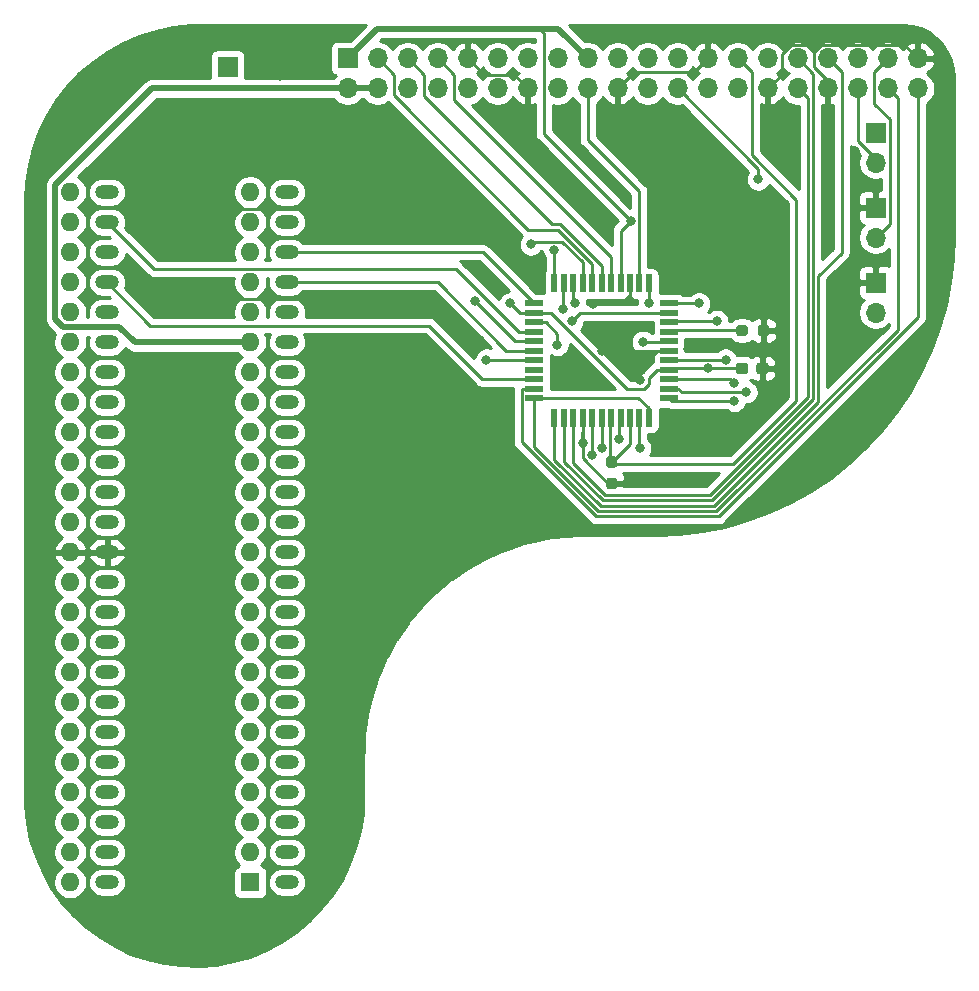
<source format=gbr>
%TF.GenerationSoftware,KiCad,Pcbnew,5.1.10-1.fc34*%
%TF.CreationDate,2021-06-03T08:00:43+01:00*%
%TF.ProjectId,A1000,41313030-302e-46b6-9963-61645f706362,rev?*%
%TF.SameCoordinates,Original*%
%TF.FileFunction,Copper,L1,Top*%
%TF.FilePolarity,Positive*%
%FSLAX46Y46*%
G04 Gerber Fmt 4.6, Leading zero omitted, Abs format (unit mm)*
G04 Created by KiCad (PCBNEW 5.1.10-1.fc34) date 2021-06-03 08:00:43*
%MOMM*%
%LPD*%
G01*
G04 APERTURE LIST*
%TA.AperFunction,ComponentPad*%
%ADD10O,1.700000X1.700000*%
%TD*%
%TA.AperFunction,ComponentPad*%
%ADD11R,1.700000X1.700000*%
%TD*%
%TA.AperFunction,ComponentPad*%
%ADD12O,2.000000X1.200000*%
%TD*%
%TA.AperFunction,SMDPad,CuDef*%
%ADD13R,1.500000X0.550000*%
%TD*%
%TA.AperFunction,SMDPad,CuDef*%
%ADD14R,0.550000X1.500000*%
%TD*%
%TA.AperFunction,ComponentPad*%
%ADD15O,1.600000X1.600000*%
%TD*%
%TA.AperFunction,ComponentPad*%
%ADD16R,1.600000X1.600000*%
%TD*%
%TA.AperFunction,ViaPad*%
%ADD17C,0.800000*%
%TD*%
%TA.AperFunction,Conductor*%
%ADD18C,0.250000*%
%TD*%
%TA.AperFunction,Conductor*%
%ADD19C,0.500000*%
%TD*%
%TA.AperFunction,Conductor*%
%ADD20C,0.254000*%
%TD*%
%TA.AperFunction,Conductor*%
%ADD21C,0.100000*%
%TD*%
G04 APERTURE END LIST*
%TO.P,R1,2*%
%TO.N,GND*%
%TA.AperFunction,SMDPad,CuDef*%
G36*
G01*
X117618500Y-94254500D02*
X118093500Y-94254500D01*
G75*
G02*
X118331000Y-94492000I0J-237500D01*
G01*
X118331000Y-94992000D01*
G75*
G02*
X118093500Y-95229500I-237500J0D01*
G01*
X117618500Y-95229500D01*
G75*
G02*
X117381000Y-94992000I0J237500D01*
G01*
X117381000Y-94492000D01*
G75*
G02*
X117618500Y-94254500I237500J0D01*
G01*
G37*
%TD.AperFunction*%
%TO.P,R1,1*%
%TO.N,/GPIO0*%
%TA.AperFunction,SMDPad,CuDef*%
G36*
G01*
X117618500Y-92429500D02*
X118093500Y-92429500D01*
G75*
G02*
X118331000Y-92667000I0J-237500D01*
G01*
X118331000Y-93167000D01*
G75*
G02*
X118093500Y-93404500I-237500J0D01*
G01*
X117618500Y-93404500D01*
G75*
G02*
X117381000Y-93167000I0J237500D01*
G01*
X117381000Y-92667000D01*
G75*
G02*
X117618500Y-92429500I237500J0D01*
G01*
G37*
%TD.AperFunction*%
%TD*%
D10*
%TO.P,JP3,2*%
%TO.N,/GPIO19*%
X140208000Y-80264000D03*
D11*
%TO.P,JP3,1*%
%TO.N,GND*%
X140208000Y-77724000D03*
%TD*%
D10*
%TO.P,JP2,2*%
%TO.N,/GPIO26*%
X140208000Y-73914000D03*
D11*
%TO.P,JP2,1*%
%TO.N,GND*%
X140208000Y-71374000D03*
%TD*%
%TO.P,J2,1*%
%TO.N,/HSYNC*%
X85344000Y-59436000D03*
%TD*%
D12*
%TO.P,U2,24*%
%TO.N,/B0*%
X90370000Y-70070000D03*
%TO.P,U2,25*%
%TO.N,/B1*%
X75130000Y-70070000D03*
%TO.P,U2,23*%
%TO.N,/R3*%
X90370000Y-72610000D03*
%TO.P,U2,26*%
%TO.N,/B2*%
X75130000Y-72610000D03*
%TO.P,U2,22*%
%TO.N,/R2*%
X90370000Y-75150000D03*
%TO.P,U2,27*%
%TO.N,/B3*%
X75130000Y-75150000D03*
%TO.P,U2,21*%
%TO.N,/R1*%
X90370000Y-77690000D03*
%TO.P,U2,28*%
%TO.N,/G0*%
X75130000Y-77690000D03*
%TO.P,U2,20*%
%TO.N,/R0*%
X90370000Y-80230000D03*
%TO.P,U2,29*%
%TO.N,/G1*%
X75130000Y-80230000D03*
%TO.P,U2,19*%
%TO.N,VCC*%
X90370000Y-82770000D03*
%TO.P,U2,30*%
%TO.N,/G2*%
X75130000Y-82770000D03*
%TO.P,U2,18*%
%TO.N,/BURST*%
X90370000Y-85310000D03*
%TO.P,U2,31*%
%TO.N,/G3*%
X75130000Y-85310000D03*
%TO.P,U2,17*%
%TO.N,/RGA1*%
X90370000Y-87850000D03*
%TO.P,U2,32*%
%TO.N,/HSYNC*%
X75130000Y-87850000D03*
%TO.P,U2,16*%
%TO.N,/RGA2*%
X90370000Y-90390000D03*
%TO.P,U2,33*%
%TO.N,/ZD*%
X75130000Y-90390000D03*
%TO.P,U2,15*%
%TO.N,/RGA3*%
X90370000Y-92930000D03*
%TO.P,U2,34*%
%TO.N,/NC*%
X75130000Y-92930000D03*
%TO.P,U2,14*%
%TO.N,/RGA4*%
X90370000Y-95470000D03*
%TO.P,U2,35*%
%TO.N,/7M*%
X75130000Y-95470000D03*
%TO.P,U2,13*%
%TO.N,/RGA5*%
X90370000Y-98010000D03*
%TO.P,U2,36*%
%TO.N,/CCK*%
X75130000Y-98010000D03*
%TO.P,U2,12*%
%TO.N,/RGA6*%
X90370000Y-100550000D03*
%TO.P,U2,37*%
%TO.N,GND*%
X75130000Y-100550000D03*
%TO.P,U2,11*%
%TO.N,/RGA7*%
X90370000Y-103090000D03*
%TO.P,U2,38*%
%TO.N,/M0V*%
X75130000Y-103090000D03*
%TO.P,U2,10*%
%TO.N,/RGA8*%
X90370000Y-105630000D03*
%TO.P,U2,39*%
%TO.N,/M1V*%
X75130000Y-105630000D03*
%TO.P,U2,9*%
%TO.N,/M0H*%
X90370000Y-108170000D03*
%TO.P,U2,40*%
%TO.N,/D15*%
X75130000Y-108170000D03*
%TO.P,U2,8*%
%TO.N,/M1H*%
X90370000Y-110710000D03*
%TO.P,U2,41*%
%TO.N,/D14*%
X75130000Y-110710000D03*
%TO.P,U2,7*%
%TO.N,/D0*%
X90370000Y-113250000D03*
%TO.P,U2,42*%
%TO.N,/D13*%
X75130000Y-113250000D03*
%TO.P,U2,6*%
%TO.N,/D1*%
X90370000Y-115790000D03*
%TO.P,U2,43*%
%TO.N,/D12*%
X75130000Y-115790000D03*
%TO.P,U2,5*%
%TO.N,/D2*%
X90370000Y-118330000D03*
%TO.P,U2,44*%
%TO.N,/D11*%
X75130000Y-118330000D03*
%TO.P,U2,4*%
%TO.N,/D3*%
X90370000Y-120870000D03*
%TO.P,U2,45*%
%TO.N,/D10*%
X75130000Y-120870000D03*
%TO.P,U2,3*%
%TO.N,/D4*%
X90370000Y-123410000D03*
%TO.P,U2,46*%
%TO.N,/D9*%
X75130000Y-123410000D03*
%TO.P,U2,2*%
%TO.N,/D5*%
X90370000Y-125950000D03*
%TO.P,U2,47*%
%TO.N,/D8*%
X75130000Y-125950000D03*
%TO.P,U2,1*%
%TO.N,/D6*%
X90370000Y-128490000D03*
%TO.P,U2,48*%
%TO.N,/D7*%
X75130000Y-128490000D03*
%TD*%
D10*
%TO.P,JP1,2*%
%TO.N,/GPIO16*%
X140208000Y-67564000D03*
D11*
%TO.P,JP1,1*%
%TO.N,GND*%
X140208000Y-65024000D03*
%TD*%
D13*
%TO.P,U3,44*%
%TO.N,/GPIO20*%
X111300000Y-87500000D03*
%TO.P,U3,43*%
%TO.N,/GPIO21*%
X111300000Y-86700000D03*
%TO.P,U3,42*%
%TO.N,/G0*%
X111300000Y-85900000D03*
%TO.P,U3,41*%
%TO.N,/VSYNC*%
X111300000Y-85100000D03*
%TO.P,U3,40*%
%TO.N,/G1*%
X111300000Y-84300000D03*
%TO.P,U3,39*%
%TO.N,/R1*%
X111300000Y-83500000D03*
%TO.P,U3,38*%
%TO.N,/B1*%
X111300000Y-82700000D03*
%TO.P,U3,37*%
%TO.N,/B2*%
X111300000Y-81900000D03*
%TO.P,U3,36*%
%TO.N,/G2*%
X111300000Y-81100000D03*
%TO.P,U3,35*%
%TO.N,+3V3*%
X111300000Y-80300000D03*
%TO.P,U3,34*%
%TO.N,/R2*%
X111300000Y-79500000D03*
D14*
%TO.P,U3,33*%
%TO.N,/GPIO18*%
X113000000Y-77800000D03*
%TO.P,U3,32*%
%TO.N,/R3*%
X113800000Y-77800000D03*
%TO.P,U3,31*%
%TO.N,/G3*%
X114600000Y-77800000D03*
%TO.P,U3,30*%
%TO.N,/B3*%
X115400000Y-77800000D03*
%TO.P,U3,29*%
%TO.N,/GPIO2*%
X116200000Y-77800000D03*
%TO.P,U3,28*%
%TO.N,/GPIO3*%
X117000000Y-77800000D03*
%TO.P,U3,27*%
%TO.N,/GPIO4*%
X117800000Y-77800000D03*
%TO.P,U3,26*%
%TO.N,+3V3*%
X118600000Y-77800000D03*
%TO.P,U3,25*%
%TO.N,GND*%
X119400000Y-77800000D03*
%TO.P,U3,24*%
%TO.N,/GPIO24*%
X120200000Y-77800000D03*
%TO.P,U3,23*%
%TO.N,/HSYNC*%
X121000000Y-77800000D03*
D13*
%TO.P,U3,22*%
%TO.N,/GPIO17*%
X122700000Y-79500000D03*
%TO.P,U3,21*%
%TO.N,/R0*%
X122700000Y-80300000D03*
%TO.P,U3,20*%
%TO.N,/GPIO23*%
X122700000Y-81100000D03*
%TO.P,U3,19*%
%TO.N,/DETECT*%
X122700000Y-81900000D03*
%TO.P,U3,18*%
%TO.N,/B0*%
X122700000Y-82700000D03*
%TO.P,U3,17*%
%TO.N,GND*%
X122700000Y-83500000D03*
%TO.P,U3,16*%
%TO.N,/GPIO10*%
X122700000Y-84300000D03*
%TO.P,U3,15*%
%TO.N,+3V3*%
X122700000Y-85100000D03*
%TO.P,U3,14*%
%TO.N,/GPIO9*%
X122700000Y-85900000D03*
%TO.P,U3,13*%
%TO.N,/GPIO11*%
X122700000Y-86700000D03*
%TO.P,U3,12*%
%TO.N,/GPIO8*%
X122700000Y-87500000D03*
D14*
%TO.P,U3,11*%
%TO.N,/GPIO20*%
X121000000Y-89200000D03*
%TO.P,U3,10*%
%TO.N,/CLKEN*%
X120200000Y-89200000D03*
%TO.P,U3,9*%
%TO.N,/GPIO0*%
X119400000Y-89200000D03*
%TO.P,U3,8*%
%TO.N,/GPIO7*%
X118600000Y-89200000D03*
%TO.P,U3,7*%
%TO.N,/GPIO0*%
X117800000Y-89200000D03*
%TO.P,U3,6*%
%TO.N,/CLKEN*%
X117000000Y-89200000D03*
%TO.P,U3,5*%
%TO.N,/GPIO5*%
X116200000Y-89200000D03*
%TO.P,U3,4*%
%TO.N,GND*%
X115400000Y-89200000D03*
%TO.P,U3,3*%
%TO.N,/GPIO12*%
X114600000Y-89200000D03*
%TO.P,U3,2*%
%TO.N,/GPIO6*%
X113800000Y-89200000D03*
%TO.P,U3,1*%
%TO.N,/GPIO13*%
X113000000Y-89200000D03*
%TD*%
D15*
%TO.P,U1,48*%
%TO.N,/D7*%
X72010000Y-128500000D03*
%TO.P,U1,24*%
%TO.N,/B0*%
X87250000Y-70080000D03*
%TO.P,U1,47*%
%TO.N,/D8*%
X72010000Y-125960000D03*
%TO.P,U1,23*%
%TO.N,/R3*%
X87250000Y-72620000D03*
%TO.P,U1,46*%
%TO.N,/D9*%
X72010000Y-123420000D03*
%TO.P,U1,22*%
%TO.N,/R2*%
X87250000Y-75160000D03*
%TO.P,U1,45*%
%TO.N,/D10*%
X72010000Y-120880000D03*
%TO.P,U1,21*%
%TO.N,/R1*%
X87250000Y-77700000D03*
%TO.P,U1,44*%
%TO.N,/D11*%
X72010000Y-118340000D03*
%TO.P,U1,20*%
%TO.N,/R0*%
X87250000Y-80240000D03*
%TO.P,U1,43*%
%TO.N,/D12*%
X72010000Y-115800000D03*
%TO.P,U1,19*%
%TO.N,VCC*%
X87250000Y-82780000D03*
%TO.P,U1,42*%
%TO.N,/D13*%
X72010000Y-113260000D03*
%TO.P,U1,18*%
%TO.N,/BURST*%
X87250000Y-85320000D03*
%TO.P,U1,41*%
%TO.N,/D14*%
X72010000Y-110720000D03*
%TO.P,U1,17*%
%TO.N,/RGA1*%
X87250000Y-87860000D03*
%TO.P,U1,40*%
%TO.N,/D15*%
X72010000Y-108180000D03*
%TO.P,U1,16*%
%TO.N,/RGA2*%
X87250000Y-90400000D03*
%TO.P,U1,39*%
%TO.N,/M1V*%
X72010000Y-105640000D03*
%TO.P,U1,15*%
%TO.N,/RGA3*%
X87250000Y-92940000D03*
%TO.P,U1,38*%
%TO.N,/M0V*%
X72010000Y-103100000D03*
%TO.P,U1,14*%
%TO.N,/RGA4*%
X87250000Y-95480000D03*
%TO.P,U1,37*%
%TO.N,GND*%
X72010000Y-100560000D03*
%TO.P,U1,13*%
%TO.N,/RGA5*%
X87250000Y-98020000D03*
%TO.P,U1,36*%
%TO.N,/CCK*%
X72010000Y-98020000D03*
%TO.P,U1,12*%
%TO.N,/RGA6*%
X87250000Y-100560000D03*
%TO.P,U1,35*%
%TO.N,/7M*%
X72010000Y-95480000D03*
%TO.P,U1,11*%
%TO.N,/RGA7*%
X87250000Y-103100000D03*
%TO.P,U1,34*%
%TO.N,/NC*%
X72010000Y-92940000D03*
%TO.P,U1,10*%
%TO.N,/RGA8*%
X87250000Y-105640000D03*
%TO.P,U1,33*%
%TO.N,/ZD*%
X72010000Y-90400000D03*
%TO.P,U1,9*%
%TO.N,/M0H*%
X87250000Y-108180000D03*
%TO.P,U1,32*%
%TO.N,/HSYNC*%
X72010000Y-87860000D03*
%TO.P,U1,8*%
%TO.N,/M1H*%
X87250000Y-110720000D03*
%TO.P,U1,31*%
%TO.N,/G3*%
X72010000Y-85320000D03*
%TO.P,U1,7*%
%TO.N,/D0*%
X87250000Y-113260000D03*
%TO.P,U1,30*%
%TO.N,/G2*%
X72010000Y-82780000D03*
%TO.P,U1,6*%
%TO.N,/D1*%
X87250000Y-115800000D03*
%TO.P,U1,29*%
%TO.N,/G1*%
X72010000Y-80240000D03*
%TO.P,U1,5*%
%TO.N,/D2*%
X87250000Y-118340000D03*
%TO.P,U1,28*%
%TO.N,/G0*%
X72010000Y-77700000D03*
%TO.P,U1,4*%
%TO.N,/D3*%
X87250000Y-120880000D03*
%TO.P,U1,27*%
%TO.N,/B3*%
X72010000Y-75160000D03*
%TO.P,U1,3*%
%TO.N,/D4*%
X87250000Y-123420000D03*
%TO.P,U1,26*%
%TO.N,/B2*%
X72010000Y-72620000D03*
%TO.P,U1,2*%
%TO.N,/D5*%
X87250000Y-125960000D03*
%TO.P,U1,25*%
%TO.N,/B1*%
X72010000Y-70080000D03*
D16*
%TO.P,U1,1*%
%TO.N,/D6*%
X87250000Y-128500000D03*
%TD*%
%TO.P,R2,2*%
%TO.N,GND*%
%TA.AperFunction,SMDPad,CuDef*%
G36*
G01*
X130219000Y-82025500D02*
X130219000Y-81550500D01*
G75*
G02*
X130456500Y-81313000I237500J0D01*
G01*
X130956500Y-81313000D01*
G75*
G02*
X131194000Y-81550500I0J-237500D01*
G01*
X131194000Y-82025500D01*
G75*
G02*
X130956500Y-82263000I-237500J0D01*
G01*
X130456500Y-82263000D01*
G75*
G02*
X130219000Y-82025500I0J237500D01*
G01*
G37*
%TD.AperFunction*%
%TO.P,R2,1*%
%TO.N,/DETECT*%
%TA.AperFunction,SMDPad,CuDef*%
G36*
G01*
X128394000Y-82025500D02*
X128394000Y-81550500D01*
G75*
G02*
X128631500Y-81313000I237500J0D01*
G01*
X129131500Y-81313000D01*
G75*
G02*
X129369000Y-81550500I0J-237500D01*
G01*
X129369000Y-82025500D01*
G75*
G02*
X129131500Y-82263000I-237500J0D01*
G01*
X128631500Y-82263000D01*
G75*
G02*
X128394000Y-82025500I0J237500D01*
G01*
G37*
%TD.AperFunction*%
%TD*%
D10*
%TO.P,J1,40*%
%TO.N,/GPIO21*%
X143760000Y-61290000D03*
%TO.P,J1,39*%
%TO.N,GND*%
X143760000Y-58750000D03*
%TO.P,J1,38*%
%TO.N,/GPIO20*%
X141220000Y-61290000D03*
%TO.P,J1,37*%
%TO.N,/GPIO26*%
X141220000Y-58750000D03*
%TO.P,J1,36*%
%TO.N,/GPIO16*%
X138680000Y-61290000D03*
%TO.P,J1,35*%
%TO.N,/GPIO19*%
X138680000Y-58750000D03*
%TO.P,J1,34*%
%TO.N,GND*%
X136140000Y-61290000D03*
%TO.P,J1,33*%
%TO.N,/GPIO13*%
X136140000Y-58750000D03*
%TO.P,J1,32*%
%TO.N,/GPIO12*%
X133600000Y-61290000D03*
%TO.P,J1,31*%
%TO.N,/GPIO6*%
X133600000Y-58750000D03*
%TO.P,J1,30*%
%TO.N,GND*%
X131060000Y-61290000D03*
%TO.P,J1,29*%
%TO.N,/GPIO5*%
X131060000Y-58750000D03*
%TO.P,J1,28*%
%TO.N,/CLKEN*%
X128520000Y-61290000D03*
%TO.P,J1,27*%
%TO.N,/GPIO0*%
X128520000Y-58750000D03*
%TO.P,J1,26*%
%TO.N,/GPIO7*%
X125980000Y-61290000D03*
%TO.P,J1,25*%
%TO.N,GND*%
X125980000Y-58750000D03*
%TO.P,J1,24*%
%TO.N,/GPIO8*%
X123440000Y-61290000D03*
%TO.P,J1,23*%
%TO.N,/GPIO11*%
X123440000Y-58750000D03*
%TO.P,J1,22*%
%TO.N,/GPIO25*%
X120900000Y-61290000D03*
%TO.P,J1,21*%
%TO.N,/GPIO9*%
X120900000Y-58750000D03*
%TO.P,J1,20*%
%TO.N,GND*%
X118360000Y-61290000D03*
%TO.P,J1,19*%
%TO.N,/GPIO10*%
X118360000Y-58750000D03*
%TO.P,J1,18*%
%TO.N,/GPIO24*%
X115820000Y-61290000D03*
%TO.P,J1,17*%
%TO.N,+3V3*%
X115820000Y-58750000D03*
%TO.P,J1,16*%
%TO.N,/GPIO23*%
X113280000Y-61290000D03*
%TO.P,J1,15*%
%TO.N,/GPIO22*%
X113280000Y-58750000D03*
%TO.P,J1,14*%
%TO.N,GND*%
X110740000Y-61290000D03*
%TO.P,J1,13*%
%TO.N,/GPIO27*%
X110740000Y-58750000D03*
%TO.P,J1,12*%
%TO.N,/GPIO18*%
X108200000Y-61290000D03*
%TO.P,J1,11*%
%TO.N,/GPIO17*%
X108200000Y-58750000D03*
%TO.P,J1,10*%
%TO.N,/GPIO15*%
X105660000Y-61290000D03*
%TO.P,J1,9*%
%TO.N,GND*%
X105660000Y-58750000D03*
%TO.P,J1,8*%
%TO.N,/GPIO14*%
X103120000Y-61290000D03*
%TO.P,J1,7*%
%TO.N,/GPIO4*%
X103120000Y-58750000D03*
%TO.P,J1,6*%
%TO.N,GND*%
X100580000Y-61290000D03*
%TO.P,J1,5*%
%TO.N,/GPIO3*%
X100580000Y-58750000D03*
%TO.P,J1,4*%
%TO.N,VCC*%
X98040000Y-61290000D03*
%TO.P,J1,3*%
%TO.N,/GPIO2*%
X98040000Y-58750000D03*
%TO.P,J1,2*%
%TO.N,VCC*%
X95500000Y-61290000D03*
D11*
%TO.P,J1,1*%
%TO.N,+3V3*%
X95500000Y-58750000D03*
%TD*%
%TO.P,C3,2*%
%TO.N,GND*%
%TA.AperFunction,SMDPad,CuDef*%
G36*
G01*
X130075000Y-85237500D02*
X130075000Y-84762500D01*
G75*
G02*
X130312500Y-84525000I237500J0D01*
G01*
X130912500Y-84525000D01*
G75*
G02*
X131150000Y-84762500I0J-237500D01*
G01*
X131150000Y-85237500D01*
G75*
G02*
X130912500Y-85475000I-237500J0D01*
G01*
X130312500Y-85475000D01*
G75*
G02*
X130075000Y-85237500I0J237500D01*
G01*
G37*
%TD.AperFunction*%
%TO.P,C3,1*%
%TO.N,+3V3*%
%TA.AperFunction,SMDPad,CuDef*%
G36*
G01*
X128350000Y-85237500D02*
X128350000Y-84762500D01*
G75*
G02*
X128587500Y-84525000I237500J0D01*
G01*
X129187500Y-84525000D01*
G75*
G02*
X129425000Y-84762500I0J-237500D01*
G01*
X129425000Y-85237500D01*
G75*
G02*
X129187500Y-85475000I-237500J0D01*
G01*
X128587500Y-85475000D01*
G75*
G02*
X128350000Y-85237500I0J237500D01*
G01*
G37*
%TD.AperFunction*%
%TD*%
D17*
%TO.N,GND*%
X117000000Y-83500000D03*
X99500000Y-79500000D03*
X120250000Y-86000000D03*
X115400000Y-91350000D03*
X94750000Y-71500000D03*
X83000000Y-75000000D03*
X81750000Y-79250000D03*
X97250000Y-65750000D03*
X116250000Y-79575000D03*
X81750000Y-85250000D03*
X81500000Y-87750000D03*
X98000000Y-85250000D03*
X98000000Y-83000000D03*
X81750000Y-71000000D03*
X138250000Y-80500000D03*
X138430000Y-66548000D03*
X114750000Y-85750000D03*
X114250000Y-65250000D03*
X89750000Y-60250000D03*
X104902000Y-73914000D03*
X106934000Y-76962000D03*
X106680000Y-82550000D03*
%TO.N,+3V3*%
X109250000Y-79500000D03*
X119475000Y-72500000D03*
X126000000Y-85000000D03*
%TO.N,/GPIO5*%
X116167948Y-92304701D03*
%TO.N,/CLKEN*%
X117000000Y-91750000D03*
X120250000Y-91750000D03*
%TO.N,/GPIO7*%
X118500000Y-91000000D03*
%TO.N,/GPIO8*%
X130250000Y-69000000D03*
X128250000Y-87750000D03*
%TO.N,/GPIO11*%
X129250000Y-87000000D03*
%TO.N,/GPIO9*%
X128250000Y-86250000D03*
%TO.N,/GPIO10*%
X127500000Y-84250000D03*
%TO.N,/GPIO23*%
X126750000Y-81000000D03*
%TO.N,/GPIO18*%
X113000000Y-75000000D03*
%TO.N,/GPIO17*%
X125250000Y-79500000D03*
%TO.N,/B0*%
X120500000Y-82750000D03*
%TO.N,/R3*%
X113750000Y-80000000D03*
%TO.N,/R0*%
X114500000Y-81000000D03*
%TO.N,/HSYNC*%
X121000000Y-79500000D03*
%TO.N,/G3*%
X114750000Y-79500000D03*
%TO.N,/G2*%
X113250000Y-83000000D03*
%TO.N,/G1*%
X107250000Y-84250000D03*
%TO.N,/B3*%
X111000000Y-74500000D03*
%TO.N,/B1*%
X106250000Y-79250000D03*
%TD*%
D18*
%TO.N,GND*%
X107024999Y-60114999D02*
X105660000Y-58750000D01*
X109564999Y-60114999D02*
X107024999Y-60114999D01*
X110740000Y-61290000D02*
X109564999Y-60114999D01*
X117750000Y-94912500D02*
X115400000Y-92562500D01*
X122700000Y-83500000D02*
X117000000Y-83500000D01*
X120250000Y-84950000D02*
X120250000Y-86000000D01*
X121700000Y-83500000D02*
X120250000Y-84950000D01*
X122700000Y-83500000D02*
X121700000Y-83500000D01*
X115400000Y-91350000D02*
X115400000Y-89200000D01*
X115400000Y-92562500D02*
X115400000Y-91350000D01*
X97250000Y-69000000D02*
X94750000Y-71500000D01*
X97250000Y-65750000D02*
X97250000Y-69000000D01*
X86505001Y-71494999D02*
X83000000Y-75000000D01*
X94744999Y-71494999D02*
X86505001Y-71494999D01*
X94750000Y-71500000D02*
X94744999Y-71494999D01*
X81899999Y-79100001D02*
X81750000Y-79250000D01*
X99100001Y-79100001D02*
X81899999Y-79100001D01*
X99500000Y-79500000D02*
X99100001Y-79100001D01*
X119724999Y-59925001D02*
X118360000Y-61290000D01*
X124804999Y-59925001D02*
X119724999Y-59925001D01*
X125980000Y-58750000D02*
X124804999Y-59925001D01*
X134353999Y-57574999D02*
X134964999Y-58185999D01*
X133035999Y-57574999D02*
X134353999Y-57574999D01*
X132235001Y-58375997D02*
X133035999Y-57574999D01*
X132235001Y-60114999D02*
X132235001Y-58375997D01*
X131060000Y-61290000D02*
X132235001Y-60114999D01*
X136140000Y-60653590D02*
X136140000Y-61290000D01*
X134964999Y-59478589D02*
X136140000Y-60653590D01*
X134964999Y-58185999D02*
X134964999Y-59478589D01*
X142584999Y-57574999D02*
X135575999Y-57574999D01*
X135575999Y-57574999D02*
X134964999Y-58185999D01*
X143760000Y-58750000D02*
X142584999Y-57574999D01*
X118625000Y-79575000D02*
X116250000Y-79575000D01*
X119400000Y-78800000D02*
X118625000Y-79575000D01*
X119400000Y-77800000D02*
X119400000Y-78800000D01*
%TO.N,+3V3*%
X110050000Y-80300000D02*
X111300000Y-80300000D01*
X109250000Y-79500000D02*
X110050000Y-80300000D01*
D19*
X115820000Y-58750000D02*
X113320000Y-56250000D01*
X98000000Y-56250000D02*
X95500000Y-58750000D01*
D18*
X118600000Y-73375000D02*
X118600000Y-77800000D01*
X119475000Y-72500000D02*
X118600000Y-73375000D01*
X112104999Y-56604999D02*
X111750000Y-56250000D01*
X119475000Y-72500000D02*
X112104999Y-65129999D01*
X112104999Y-65129999D02*
X112104999Y-56604999D01*
D19*
X111750000Y-56250000D02*
X98000000Y-56250000D01*
X113320000Y-56250000D02*
X111750000Y-56250000D01*
D18*
X122800000Y-85000000D02*
X122700000Y-85100000D01*
X126000000Y-85000000D02*
X122800000Y-85000000D01*
X128887500Y-85000000D02*
X126000000Y-85000000D01*
X119151999Y-86725001D02*
X112750000Y-80323002D01*
X120598001Y-86725001D02*
X119151999Y-86725001D01*
X120975001Y-86348001D02*
X120598001Y-86725001D01*
X120975001Y-85824999D02*
X120975001Y-86348001D01*
X121700000Y-85100000D02*
X120975001Y-85824999D01*
X122700000Y-85100000D02*
X121700000Y-85100000D01*
X111323002Y-80323002D02*
X111300000Y-80300000D01*
X112750000Y-80323002D02*
X111323002Y-80323002D01*
%TO.N,/GPIO21*%
X110224999Y-86775001D02*
X110300000Y-86700000D01*
X110224999Y-91216149D02*
X110224999Y-86775001D01*
X116533896Y-97525046D02*
X110224999Y-91216149D01*
X126906998Y-97525046D02*
X116533896Y-97525046D01*
X110300000Y-86700000D02*
X111300000Y-86700000D01*
X143760000Y-80672044D02*
X126906998Y-97525046D01*
X143760000Y-61290000D02*
X143760000Y-80672044D01*
%TO.N,/GPIO20*%
X116720297Y-97075037D02*
X111300000Y-91654740D01*
X126720598Y-97075038D02*
X116720297Y-97075037D01*
X142069999Y-81725639D02*
X126720598Y-97075038D01*
X142069999Y-62139999D02*
X142069999Y-81725639D01*
X111300000Y-91654740D02*
X111300000Y-87500000D01*
X141220000Y-61290000D02*
X142069999Y-62139999D01*
X121000000Y-88389998D02*
X121000000Y-89200000D01*
X120110002Y-87500000D02*
X121000000Y-88389998D01*
X111300000Y-87500000D02*
X120110002Y-87500000D01*
%TO.N,/GPIO26*%
X141383001Y-72738999D02*
X140208000Y-73914000D01*
X141383001Y-63913999D02*
X141383001Y-72738999D01*
X140044999Y-62575997D02*
X141383001Y-63913999D01*
X140044999Y-59925001D02*
X140044999Y-62575997D01*
X141220000Y-58750000D02*
X140044999Y-59925001D01*
%TO.N,/GPIO16*%
X138680000Y-65724998D02*
X140208000Y-67252998D01*
X140208000Y-67252998D02*
X140208000Y-67564000D01*
X138680000Y-61290000D02*
X138680000Y-65724998D01*
%TO.N,/GPIO13*%
X113000000Y-92718330D02*
X113000000Y-89200000D01*
X116906698Y-96625028D02*
X113000000Y-92718330D01*
X126534199Y-96625029D02*
X116906698Y-96625028D01*
X135350017Y-87809213D02*
X126534199Y-96625029D01*
X135350018Y-77149982D02*
X135350017Y-87809213D01*
X137315001Y-75184999D02*
X135350018Y-77149982D01*
X137315001Y-59925001D02*
X137315001Y-75184999D01*
X136140000Y-58750000D02*
X137315001Y-59925001D01*
%TO.N,/GPIO12*%
X114600000Y-93045510D02*
X114600000Y-89200000D01*
X117279500Y-95725010D02*
X114600000Y-93045510D01*
X126161400Y-95725010D02*
X117279500Y-95725010D01*
X134449999Y-87436411D02*
X126161400Y-95725010D01*
X134449999Y-62139999D02*
X134449999Y-87436411D01*
X133600000Y-61290000D02*
X134449999Y-62139999D01*
%TO.N,/GPIO6*%
X113800000Y-92881920D02*
X113800000Y-89200000D01*
X117093099Y-96175019D02*
X113800000Y-92881920D01*
X126347800Y-96175020D02*
X117093099Y-96175019D01*
X134900008Y-87622812D02*
X126347800Y-96175020D01*
X134900008Y-60050008D02*
X134900008Y-87622812D01*
X133600000Y-58750000D02*
X134900008Y-60050008D01*
%TO.N,/GPIO5*%
X116167948Y-89232052D02*
X116200000Y-89200000D01*
X116167948Y-92304701D02*
X116167948Y-89232052D01*
%TO.N,/CLKEN*%
X117000000Y-91750000D02*
X117000000Y-89200000D01*
X120200000Y-91700000D02*
X120250000Y-91750000D01*
X120200000Y-89200000D02*
X120200000Y-91700000D01*
%TO.N,/GPIO0*%
X117750000Y-89250000D02*
X117800000Y-89200000D01*
X117750000Y-93087500D02*
X117750000Y-89250000D01*
X119400000Y-91437500D02*
X119400000Y-89200000D01*
X117750000Y-93087500D02*
X119400000Y-91437500D01*
X129695001Y-66908591D02*
X133500000Y-70713590D01*
X129695001Y-59925001D02*
X129695001Y-66908591D01*
X128520000Y-58750000D02*
X129695001Y-59925001D01*
X133500000Y-70713590D02*
X133500000Y-87750000D01*
X128162500Y-93087500D02*
X117750000Y-93087500D01*
X133500000Y-87750000D02*
X128162500Y-93087500D01*
%TO.N,/GPIO7*%
X118500000Y-89300000D02*
X118600000Y-89200000D01*
X118500000Y-91000000D02*
X118500000Y-89300000D01*
%TO.N,/GPIO8*%
X130250000Y-68100000D02*
X130250000Y-69000000D01*
X123440000Y-61290000D02*
X130250000Y-68100000D01*
X122950000Y-87750000D02*
X122700000Y-87500000D01*
X128250000Y-87750000D02*
X122950000Y-87750000D01*
%TO.N,/GPIO11*%
X123510002Y-86700000D02*
X122700000Y-86700000D01*
X123810002Y-87000000D02*
X123510002Y-86700000D01*
X129250000Y-87000000D02*
X123810002Y-87000000D01*
%TO.N,/GPIO9*%
X127900000Y-85900000D02*
X122700000Y-85900000D01*
X128250000Y-86250000D02*
X127900000Y-85900000D01*
%TO.N,/GPIO10*%
X122750000Y-84250000D02*
X122700000Y-84300000D01*
X127500000Y-84250000D02*
X122750000Y-84250000D01*
%TO.N,/GPIO24*%
X115820000Y-65624490D02*
X115820000Y-61290000D01*
X120200000Y-70004490D02*
X115820000Y-65624490D01*
X120200000Y-77800000D02*
X120200000Y-70004490D01*
%TO.N,/GPIO23*%
X122800000Y-81000000D02*
X122700000Y-81100000D01*
X126750000Y-81000000D02*
X122800000Y-81000000D01*
%TO.N,/GPIO18*%
X113000000Y-75000000D02*
X113000000Y-77800000D01*
%TO.N,/GPIO17*%
X125250000Y-79500000D02*
X122700000Y-79500000D01*
%TO.N,/GPIO4*%
X117800000Y-76800000D02*
X117800000Y-77800000D01*
X117800000Y-75550000D02*
X117800000Y-77800000D01*
X104484999Y-62234999D02*
X117800000Y-75550000D01*
X104484999Y-60114999D02*
X104484999Y-62234999D01*
X103120000Y-58750000D02*
X104484999Y-60114999D01*
%TO.N,/GPIO3*%
X117000000Y-76963590D02*
X117000000Y-77800000D01*
X101944999Y-60114999D02*
X101944999Y-61908589D01*
X100580000Y-58750000D02*
X101944999Y-60114999D01*
X117000000Y-76327180D02*
X117000000Y-77800000D01*
X113472811Y-72799991D02*
X117000000Y-76327180D01*
X112836400Y-72799990D02*
X113472811Y-72799991D01*
X101944999Y-61908589D02*
X112836400Y-72799990D01*
D19*
%TO.N,VCC*%
X70759999Y-69479999D02*
X78949998Y-61290000D01*
X70759999Y-80840001D02*
X70759999Y-69479999D01*
X71409999Y-81490001D02*
X70759999Y-80840001D01*
X76174919Y-81490001D02*
X71409999Y-81490001D01*
X77464918Y-82780000D02*
X76174919Y-81490001D01*
X78949998Y-61290000D02*
X95500000Y-61290000D01*
X87250000Y-82780000D02*
X77464918Y-82780000D01*
X95500000Y-61290000D02*
X98040000Y-61290000D01*
D18*
%TO.N,/GPIO2*%
X116200000Y-76163590D02*
X116200000Y-77200000D01*
X99404999Y-61854001D02*
X110800998Y-73250000D01*
X110800998Y-73250000D02*
X113286410Y-73250000D01*
X99404999Y-60114999D02*
X99404999Y-61854001D01*
X98040000Y-58750000D02*
X99404999Y-60114999D01*
X113286410Y-73250000D02*
X116200000Y-76163590D01*
X116200000Y-77200000D02*
X116200000Y-77800000D01*
X116200000Y-76800000D02*
X116200000Y-77200000D01*
%TO.N,/DETECT*%
X122850000Y-81750000D02*
X122700000Y-81900000D01*
X128837500Y-81750000D02*
X122850000Y-81750000D01*
%TO.N,/B0*%
X122650000Y-82750000D02*
X122700000Y-82700000D01*
X120500000Y-82750000D02*
X122650000Y-82750000D01*
%TO.N,/R3*%
X113750000Y-77850000D02*
X113800000Y-77800000D01*
X113750000Y-80000000D02*
X113750000Y-77850000D01*
%TO.N,/R2*%
X106950000Y-75150000D02*
X111300000Y-79500000D01*
X90370000Y-75150000D02*
X106950000Y-75150000D01*
%TO.N,/R1*%
X108945510Y-83500000D02*
X111300000Y-83500000D01*
X103135510Y-77690000D02*
X108945510Y-83500000D01*
X90370000Y-77690000D02*
X103135510Y-77690000D01*
%TO.N,/R0*%
X115200000Y-80300000D02*
X122700000Y-80300000D01*
X114500000Y-81000000D02*
X115200000Y-80300000D01*
%TO.N,/HSYNC*%
X121000000Y-79500000D02*
X121000000Y-77800000D01*
%TO.N,/G3*%
X114600000Y-79350000D02*
X114750000Y-79500000D01*
X114600000Y-77800000D02*
X114600000Y-79350000D01*
%TO.N,/G2*%
X113250000Y-82050000D02*
X113250000Y-83000000D01*
X112300000Y-81100000D02*
X113250000Y-82050000D01*
X111300000Y-81100000D02*
X112300000Y-81100000D01*
%TO.N,/G1*%
X111250000Y-84250000D02*
X111300000Y-84300000D01*
X107250000Y-84250000D02*
X111250000Y-84250000D01*
%TO.N,/G0*%
X78805001Y-81365001D02*
X102365001Y-81365001D01*
X75130000Y-77690000D02*
X78805001Y-81365001D01*
X106900000Y-85900000D02*
X111300000Y-85900000D01*
X102365001Y-81365001D02*
X106900000Y-85900000D01*
%TO.N,/B3*%
X115400000Y-76000000D02*
X115400000Y-77800000D01*
X113674999Y-74274999D02*
X115400000Y-76000000D01*
X111225001Y-74274999D02*
X113674999Y-74274999D01*
X111000000Y-74500000D02*
X111225001Y-74274999D01*
%TO.N,/B2*%
X109973002Y-81900000D02*
X111300000Y-81900000D01*
X104648001Y-76574999D02*
X109973002Y-81900000D01*
X79094999Y-76574999D02*
X104648001Y-76574999D01*
X75130000Y-72610000D02*
X79094999Y-76574999D01*
%TO.N,/B1*%
X109700000Y-82700000D02*
X111300000Y-82700000D01*
X106250000Y-79250000D02*
X109700000Y-82700000D01*
%TD*%
D20*
%TO.N,GND*%
X95736494Y-57261928D02*
X94650000Y-57261928D01*
X94525518Y-57274188D01*
X94405820Y-57310498D01*
X94295506Y-57369463D01*
X94198815Y-57448815D01*
X94119463Y-57545506D01*
X94060498Y-57655820D01*
X94024188Y-57775518D01*
X94011928Y-57900000D01*
X94011928Y-59600000D01*
X94024188Y-59724482D01*
X94060498Y-59844180D01*
X94119463Y-59954494D01*
X94198815Y-60051185D01*
X94295506Y-60130537D01*
X94405820Y-60189502D01*
X94478380Y-60211513D01*
X94346525Y-60343368D01*
X94305344Y-60405000D01*
X86820352Y-60405000D01*
X86832072Y-60286000D01*
X86832072Y-58586000D01*
X86819812Y-58461518D01*
X86783502Y-58341820D01*
X86724537Y-58231506D01*
X86645185Y-58134815D01*
X86548494Y-58055463D01*
X86438180Y-57996498D01*
X86318482Y-57960188D01*
X86194000Y-57947928D01*
X84494000Y-57947928D01*
X84369518Y-57960188D01*
X84249820Y-57996498D01*
X84139506Y-58055463D01*
X84042815Y-58134815D01*
X83963463Y-58231506D01*
X83904498Y-58341820D01*
X83868188Y-58461518D01*
X83855928Y-58586000D01*
X83855928Y-60286000D01*
X83867648Y-60405000D01*
X78993467Y-60405000D01*
X78949998Y-60400719D01*
X78906529Y-60405000D01*
X78906521Y-60405000D01*
X78776508Y-60417805D01*
X78609684Y-60468411D01*
X78455939Y-60550589D01*
X78354951Y-60633468D01*
X78354949Y-60633470D01*
X78321181Y-60661183D01*
X78293468Y-60694951D01*
X70164951Y-68823469D01*
X70131183Y-68851182D01*
X70103470Y-68884950D01*
X70103467Y-68884953D01*
X70020589Y-68985940D01*
X69938411Y-69139686D01*
X69887804Y-69306509D01*
X69870718Y-69479999D01*
X69875000Y-69523478D01*
X69874999Y-80796532D01*
X69870718Y-80840001D01*
X69874999Y-80883470D01*
X69874999Y-80883477D01*
X69887804Y-81013490D01*
X69938410Y-81180313D01*
X70020588Y-81334059D01*
X70131182Y-81468818D01*
X70164955Y-81496535D01*
X70750485Y-82082066D01*
X70738320Y-82100273D01*
X70630147Y-82361426D01*
X70575000Y-82638665D01*
X70575000Y-82921335D01*
X70630147Y-83198574D01*
X70738320Y-83459727D01*
X70895363Y-83694759D01*
X71095241Y-83894637D01*
X71327759Y-84050000D01*
X71095241Y-84205363D01*
X70895363Y-84405241D01*
X70738320Y-84640273D01*
X70630147Y-84901426D01*
X70575000Y-85178665D01*
X70575000Y-85461335D01*
X70630147Y-85738574D01*
X70738320Y-85999727D01*
X70895363Y-86234759D01*
X71095241Y-86434637D01*
X71327759Y-86590000D01*
X71095241Y-86745363D01*
X70895363Y-86945241D01*
X70738320Y-87180273D01*
X70630147Y-87441426D01*
X70575000Y-87718665D01*
X70575000Y-88001335D01*
X70630147Y-88278574D01*
X70738320Y-88539727D01*
X70895363Y-88774759D01*
X71095241Y-88974637D01*
X71327759Y-89130000D01*
X71095241Y-89285363D01*
X70895363Y-89485241D01*
X70738320Y-89720273D01*
X70630147Y-89981426D01*
X70575000Y-90258665D01*
X70575000Y-90541335D01*
X70630147Y-90818574D01*
X70738320Y-91079727D01*
X70895363Y-91314759D01*
X71095241Y-91514637D01*
X71327759Y-91670000D01*
X71095241Y-91825363D01*
X70895363Y-92025241D01*
X70738320Y-92260273D01*
X70630147Y-92521426D01*
X70575000Y-92798665D01*
X70575000Y-93081335D01*
X70630147Y-93358574D01*
X70738320Y-93619727D01*
X70895363Y-93854759D01*
X71095241Y-94054637D01*
X71327759Y-94210000D01*
X71095241Y-94365363D01*
X70895363Y-94565241D01*
X70738320Y-94800273D01*
X70630147Y-95061426D01*
X70575000Y-95338665D01*
X70575000Y-95621335D01*
X70630147Y-95898574D01*
X70738320Y-96159727D01*
X70895363Y-96394759D01*
X71095241Y-96594637D01*
X71327759Y-96750000D01*
X71095241Y-96905363D01*
X70895363Y-97105241D01*
X70738320Y-97340273D01*
X70630147Y-97601426D01*
X70575000Y-97878665D01*
X70575000Y-98161335D01*
X70630147Y-98438574D01*
X70738320Y-98699727D01*
X70895363Y-98934759D01*
X71095241Y-99134637D01*
X71330273Y-99291680D01*
X71340865Y-99296067D01*
X71154869Y-99407615D01*
X70946481Y-99596586D01*
X70778963Y-99822580D01*
X70658754Y-100076913D01*
X70618096Y-100210961D01*
X70740085Y-100433000D01*
X71883000Y-100433000D01*
X71883000Y-100413000D01*
X72137000Y-100413000D01*
X72137000Y-100433000D01*
X73279915Y-100433000D01*
X73390130Y-100232391D01*
X73536538Y-100232391D01*
X73661269Y-100423000D01*
X75003000Y-100423000D01*
X75003000Y-99315000D01*
X75257000Y-99315000D01*
X75257000Y-100423000D01*
X76598731Y-100423000D01*
X76723462Y-100232391D01*
X76719591Y-100194718D01*
X76627421Y-99969467D01*
X76493078Y-99766526D01*
X76321725Y-99593693D01*
X76119946Y-99457610D01*
X75895496Y-99363507D01*
X75657000Y-99315000D01*
X75257000Y-99315000D01*
X75003000Y-99315000D01*
X74603000Y-99315000D01*
X74364504Y-99363507D01*
X74140054Y-99457610D01*
X73938275Y-99593693D01*
X73766922Y-99766526D01*
X73632579Y-99969467D01*
X73540409Y-100194718D01*
X73536538Y-100232391D01*
X73390130Y-100232391D01*
X73401904Y-100210961D01*
X73361246Y-100076913D01*
X73241037Y-99822580D01*
X73073519Y-99596586D01*
X72865131Y-99407615D01*
X72679135Y-99296067D01*
X72689727Y-99291680D01*
X72924759Y-99134637D01*
X73124637Y-98934759D01*
X73281680Y-98699727D01*
X73389853Y-98438574D01*
X73445000Y-98161335D01*
X73445000Y-98010000D01*
X73489025Y-98010000D01*
X73512870Y-98252102D01*
X73583489Y-98484901D01*
X73698167Y-98699449D01*
X73852498Y-98887502D01*
X74040551Y-99041833D01*
X74255099Y-99156511D01*
X74487898Y-99227130D01*
X74669335Y-99245000D01*
X75590665Y-99245000D01*
X75772102Y-99227130D01*
X76004901Y-99156511D01*
X76219449Y-99041833D01*
X76407502Y-98887502D01*
X76561833Y-98699449D01*
X76676511Y-98484901D01*
X76747130Y-98252102D01*
X76770975Y-98010000D01*
X76747130Y-97767898D01*
X76676511Y-97535099D01*
X76561833Y-97320551D01*
X76407502Y-97132498D01*
X76219449Y-96978167D01*
X76004901Y-96863489D01*
X75772102Y-96792870D01*
X75590665Y-96775000D01*
X74669335Y-96775000D01*
X74487898Y-96792870D01*
X74255099Y-96863489D01*
X74040551Y-96978167D01*
X73852498Y-97132498D01*
X73698167Y-97320551D01*
X73583489Y-97535099D01*
X73512870Y-97767898D01*
X73489025Y-98010000D01*
X73445000Y-98010000D01*
X73445000Y-97878665D01*
X73389853Y-97601426D01*
X73281680Y-97340273D01*
X73124637Y-97105241D01*
X72924759Y-96905363D01*
X72692241Y-96750000D01*
X72924759Y-96594637D01*
X73124637Y-96394759D01*
X73281680Y-96159727D01*
X73389853Y-95898574D01*
X73445000Y-95621335D01*
X73445000Y-95470000D01*
X73489025Y-95470000D01*
X73512870Y-95712102D01*
X73583489Y-95944901D01*
X73698167Y-96159449D01*
X73852498Y-96347502D01*
X74040551Y-96501833D01*
X74255099Y-96616511D01*
X74487898Y-96687130D01*
X74669335Y-96705000D01*
X75590665Y-96705000D01*
X75772102Y-96687130D01*
X76004901Y-96616511D01*
X76219449Y-96501833D01*
X76407502Y-96347502D01*
X76561833Y-96159449D01*
X76676511Y-95944901D01*
X76747130Y-95712102D01*
X76770975Y-95470000D01*
X76747130Y-95227898D01*
X76676511Y-94995099D01*
X76561833Y-94780551D01*
X76407502Y-94592498D01*
X76219449Y-94438167D01*
X76004901Y-94323489D01*
X75772102Y-94252870D01*
X75590665Y-94235000D01*
X74669335Y-94235000D01*
X74487898Y-94252870D01*
X74255099Y-94323489D01*
X74040551Y-94438167D01*
X73852498Y-94592498D01*
X73698167Y-94780551D01*
X73583489Y-94995099D01*
X73512870Y-95227898D01*
X73489025Y-95470000D01*
X73445000Y-95470000D01*
X73445000Y-95338665D01*
X73389853Y-95061426D01*
X73281680Y-94800273D01*
X73124637Y-94565241D01*
X72924759Y-94365363D01*
X72692241Y-94210000D01*
X72924759Y-94054637D01*
X73124637Y-93854759D01*
X73281680Y-93619727D01*
X73389853Y-93358574D01*
X73445000Y-93081335D01*
X73445000Y-92930000D01*
X73489025Y-92930000D01*
X73512870Y-93172102D01*
X73583489Y-93404901D01*
X73698167Y-93619449D01*
X73852498Y-93807502D01*
X74040551Y-93961833D01*
X74255099Y-94076511D01*
X74487898Y-94147130D01*
X74669335Y-94165000D01*
X75590665Y-94165000D01*
X75772102Y-94147130D01*
X76004901Y-94076511D01*
X76219449Y-93961833D01*
X76407502Y-93807502D01*
X76561833Y-93619449D01*
X76676511Y-93404901D01*
X76747130Y-93172102D01*
X76770975Y-92930000D01*
X76747130Y-92687898D01*
X76676511Y-92455099D01*
X76561833Y-92240551D01*
X76407502Y-92052498D01*
X76219449Y-91898167D01*
X76004901Y-91783489D01*
X75772102Y-91712870D01*
X75590665Y-91695000D01*
X74669335Y-91695000D01*
X74487898Y-91712870D01*
X74255099Y-91783489D01*
X74040551Y-91898167D01*
X73852498Y-92052498D01*
X73698167Y-92240551D01*
X73583489Y-92455099D01*
X73512870Y-92687898D01*
X73489025Y-92930000D01*
X73445000Y-92930000D01*
X73445000Y-92798665D01*
X73389853Y-92521426D01*
X73281680Y-92260273D01*
X73124637Y-92025241D01*
X72924759Y-91825363D01*
X72692241Y-91670000D01*
X72924759Y-91514637D01*
X73124637Y-91314759D01*
X73281680Y-91079727D01*
X73389853Y-90818574D01*
X73445000Y-90541335D01*
X73445000Y-90390000D01*
X73489025Y-90390000D01*
X73512870Y-90632102D01*
X73583489Y-90864901D01*
X73698167Y-91079449D01*
X73852498Y-91267502D01*
X74040551Y-91421833D01*
X74255099Y-91536511D01*
X74487898Y-91607130D01*
X74669335Y-91625000D01*
X75590665Y-91625000D01*
X75772102Y-91607130D01*
X76004901Y-91536511D01*
X76219449Y-91421833D01*
X76407502Y-91267502D01*
X76561833Y-91079449D01*
X76676511Y-90864901D01*
X76747130Y-90632102D01*
X76770975Y-90390000D01*
X76747130Y-90147898D01*
X76676511Y-89915099D01*
X76561833Y-89700551D01*
X76407502Y-89512498D01*
X76219449Y-89358167D01*
X76004901Y-89243489D01*
X75772102Y-89172870D01*
X75590665Y-89155000D01*
X74669335Y-89155000D01*
X74487898Y-89172870D01*
X74255099Y-89243489D01*
X74040551Y-89358167D01*
X73852498Y-89512498D01*
X73698167Y-89700551D01*
X73583489Y-89915099D01*
X73512870Y-90147898D01*
X73489025Y-90390000D01*
X73445000Y-90390000D01*
X73445000Y-90258665D01*
X73389853Y-89981426D01*
X73281680Y-89720273D01*
X73124637Y-89485241D01*
X72924759Y-89285363D01*
X72692241Y-89130000D01*
X72924759Y-88974637D01*
X73124637Y-88774759D01*
X73281680Y-88539727D01*
X73389853Y-88278574D01*
X73445000Y-88001335D01*
X73445000Y-87850000D01*
X73489025Y-87850000D01*
X73512870Y-88092102D01*
X73583489Y-88324901D01*
X73698167Y-88539449D01*
X73852498Y-88727502D01*
X74040551Y-88881833D01*
X74255099Y-88996511D01*
X74487898Y-89067130D01*
X74669335Y-89085000D01*
X75590665Y-89085000D01*
X75772102Y-89067130D01*
X76004901Y-88996511D01*
X76219449Y-88881833D01*
X76407502Y-88727502D01*
X76561833Y-88539449D01*
X76676511Y-88324901D01*
X76747130Y-88092102D01*
X76770975Y-87850000D01*
X76747130Y-87607898D01*
X76676511Y-87375099D01*
X76561833Y-87160551D01*
X76407502Y-86972498D01*
X76219449Y-86818167D01*
X76004901Y-86703489D01*
X75772102Y-86632870D01*
X75590665Y-86615000D01*
X74669335Y-86615000D01*
X74487898Y-86632870D01*
X74255099Y-86703489D01*
X74040551Y-86818167D01*
X73852498Y-86972498D01*
X73698167Y-87160551D01*
X73583489Y-87375099D01*
X73512870Y-87607898D01*
X73489025Y-87850000D01*
X73445000Y-87850000D01*
X73445000Y-87718665D01*
X73389853Y-87441426D01*
X73281680Y-87180273D01*
X73124637Y-86945241D01*
X72924759Y-86745363D01*
X72692241Y-86590000D01*
X72924759Y-86434637D01*
X73124637Y-86234759D01*
X73281680Y-85999727D01*
X73389853Y-85738574D01*
X73445000Y-85461335D01*
X73445000Y-85310000D01*
X73489025Y-85310000D01*
X73512870Y-85552102D01*
X73583489Y-85784901D01*
X73698167Y-85999449D01*
X73852498Y-86187502D01*
X74040551Y-86341833D01*
X74255099Y-86456511D01*
X74487898Y-86527130D01*
X74669335Y-86545000D01*
X75590665Y-86545000D01*
X75772102Y-86527130D01*
X76004901Y-86456511D01*
X76219449Y-86341833D01*
X76407502Y-86187502D01*
X76561833Y-85999449D01*
X76676511Y-85784901D01*
X76747130Y-85552102D01*
X76770975Y-85310000D01*
X76747130Y-85067898D01*
X76676511Y-84835099D01*
X76561833Y-84620551D01*
X76407502Y-84432498D01*
X76219449Y-84278167D01*
X76004901Y-84163489D01*
X75772102Y-84092870D01*
X75590665Y-84075000D01*
X74669335Y-84075000D01*
X74487898Y-84092870D01*
X74255099Y-84163489D01*
X74040551Y-84278167D01*
X73852498Y-84432498D01*
X73698167Y-84620551D01*
X73583489Y-84835099D01*
X73512870Y-85067898D01*
X73489025Y-85310000D01*
X73445000Y-85310000D01*
X73445000Y-85178665D01*
X73389853Y-84901426D01*
X73281680Y-84640273D01*
X73124637Y-84405241D01*
X72924759Y-84205363D01*
X72692241Y-84050000D01*
X72924759Y-83894637D01*
X73124637Y-83694759D01*
X73281680Y-83459727D01*
X73389853Y-83198574D01*
X73445000Y-82921335D01*
X73445000Y-82638665D01*
X73392553Y-82375001D01*
X73559251Y-82375001D01*
X73512870Y-82527898D01*
X73489025Y-82770000D01*
X73512870Y-83012102D01*
X73583489Y-83244901D01*
X73698167Y-83459449D01*
X73852498Y-83647502D01*
X74040551Y-83801833D01*
X74255099Y-83916511D01*
X74487898Y-83987130D01*
X74669335Y-84005000D01*
X75590665Y-84005000D01*
X75772102Y-83987130D01*
X76004901Y-83916511D01*
X76219449Y-83801833D01*
X76407502Y-83647502D01*
X76561833Y-83459449D01*
X76676511Y-83244901D01*
X76676913Y-83243574D01*
X76808388Y-83375049D01*
X76836101Y-83408817D01*
X76869869Y-83436530D01*
X76869871Y-83436532D01*
X76898134Y-83459727D01*
X76970859Y-83519411D01*
X77124605Y-83601589D01*
X77291428Y-83652195D01*
X77421441Y-83665000D01*
X77421451Y-83665000D01*
X77464917Y-83669281D01*
X77508384Y-83665000D01*
X86115479Y-83665000D01*
X86135363Y-83694759D01*
X86335241Y-83894637D01*
X86567759Y-84050000D01*
X86335241Y-84205363D01*
X86135363Y-84405241D01*
X85978320Y-84640273D01*
X85870147Y-84901426D01*
X85815000Y-85178665D01*
X85815000Y-85461335D01*
X85870147Y-85738574D01*
X85978320Y-85999727D01*
X86135363Y-86234759D01*
X86335241Y-86434637D01*
X86567759Y-86590000D01*
X86335241Y-86745363D01*
X86135363Y-86945241D01*
X85978320Y-87180273D01*
X85870147Y-87441426D01*
X85815000Y-87718665D01*
X85815000Y-88001335D01*
X85870147Y-88278574D01*
X85978320Y-88539727D01*
X86135363Y-88774759D01*
X86335241Y-88974637D01*
X86567759Y-89130000D01*
X86335241Y-89285363D01*
X86135363Y-89485241D01*
X85978320Y-89720273D01*
X85870147Y-89981426D01*
X85815000Y-90258665D01*
X85815000Y-90541335D01*
X85870147Y-90818574D01*
X85978320Y-91079727D01*
X86135363Y-91314759D01*
X86335241Y-91514637D01*
X86567759Y-91670000D01*
X86335241Y-91825363D01*
X86135363Y-92025241D01*
X85978320Y-92260273D01*
X85870147Y-92521426D01*
X85815000Y-92798665D01*
X85815000Y-93081335D01*
X85870147Y-93358574D01*
X85978320Y-93619727D01*
X86135363Y-93854759D01*
X86335241Y-94054637D01*
X86567759Y-94210000D01*
X86335241Y-94365363D01*
X86135363Y-94565241D01*
X85978320Y-94800273D01*
X85870147Y-95061426D01*
X85815000Y-95338665D01*
X85815000Y-95621335D01*
X85870147Y-95898574D01*
X85978320Y-96159727D01*
X86135363Y-96394759D01*
X86335241Y-96594637D01*
X86567759Y-96750000D01*
X86335241Y-96905363D01*
X86135363Y-97105241D01*
X85978320Y-97340273D01*
X85870147Y-97601426D01*
X85815000Y-97878665D01*
X85815000Y-98161335D01*
X85870147Y-98438574D01*
X85978320Y-98699727D01*
X86135363Y-98934759D01*
X86335241Y-99134637D01*
X86567759Y-99290000D01*
X86335241Y-99445363D01*
X86135363Y-99645241D01*
X85978320Y-99880273D01*
X85870147Y-100141426D01*
X85815000Y-100418665D01*
X85815000Y-100701335D01*
X85870147Y-100978574D01*
X85978320Y-101239727D01*
X86135363Y-101474759D01*
X86335241Y-101674637D01*
X86567759Y-101830000D01*
X86335241Y-101985363D01*
X86135363Y-102185241D01*
X85978320Y-102420273D01*
X85870147Y-102681426D01*
X85815000Y-102958665D01*
X85815000Y-103241335D01*
X85870147Y-103518574D01*
X85978320Y-103779727D01*
X86135363Y-104014759D01*
X86335241Y-104214637D01*
X86567759Y-104370000D01*
X86335241Y-104525363D01*
X86135363Y-104725241D01*
X85978320Y-104960273D01*
X85870147Y-105221426D01*
X85815000Y-105498665D01*
X85815000Y-105781335D01*
X85870147Y-106058574D01*
X85978320Y-106319727D01*
X86135363Y-106554759D01*
X86335241Y-106754637D01*
X86567759Y-106910000D01*
X86335241Y-107065363D01*
X86135363Y-107265241D01*
X85978320Y-107500273D01*
X85870147Y-107761426D01*
X85815000Y-108038665D01*
X85815000Y-108321335D01*
X85870147Y-108598574D01*
X85978320Y-108859727D01*
X86135363Y-109094759D01*
X86335241Y-109294637D01*
X86567759Y-109450000D01*
X86335241Y-109605363D01*
X86135363Y-109805241D01*
X85978320Y-110040273D01*
X85870147Y-110301426D01*
X85815000Y-110578665D01*
X85815000Y-110861335D01*
X85870147Y-111138574D01*
X85978320Y-111399727D01*
X86135363Y-111634759D01*
X86335241Y-111834637D01*
X86567759Y-111990000D01*
X86335241Y-112145363D01*
X86135363Y-112345241D01*
X85978320Y-112580273D01*
X85870147Y-112841426D01*
X85815000Y-113118665D01*
X85815000Y-113401335D01*
X85870147Y-113678574D01*
X85978320Y-113939727D01*
X86135363Y-114174759D01*
X86335241Y-114374637D01*
X86567759Y-114530000D01*
X86335241Y-114685363D01*
X86135363Y-114885241D01*
X85978320Y-115120273D01*
X85870147Y-115381426D01*
X85815000Y-115658665D01*
X85815000Y-115941335D01*
X85870147Y-116218574D01*
X85978320Y-116479727D01*
X86135363Y-116714759D01*
X86335241Y-116914637D01*
X86567759Y-117070000D01*
X86335241Y-117225363D01*
X86135363Y-117425241D01*
X85978320Y-117660273D01*
X85870147Y-117921426D01*
X85815000Y-118198665D01*
X85815000Y-118481335D01*
X85870147Y-118758574D01*
X85978320Y-119019727D01*
X86135363Y-119254759D01*
X86335241Y-119454637D01*
X86567759Y-119610000D01*
X86335241Y-119765363D01*
X86135363Y-119965241D01*
X85978320Y-120200273D01*
X85870147Y-120461426D01*
X85815000Y-120738665D01*
X85815000Y-121021335D01*
X85870147Y-121298574D01*
X85978320Y-121559727D01*
X86135363Y-121794759D01*
X86335241Y-121994637D01*
X86567759Y-122150000D01*
X86335241Y-122305363D01*
X86135363Y-122505241D01*
X85978320Y-122740273D01*
X85870147Y-123001426D01*
X85815000Y-123278665D01*
X85815000Y-123561335D01*
X85870147Y-123838574D01*
X85978320Y-124099727D01*
X86135363Y-124334759D01*
X86335241Y-124534637D01*
X86567759Y-124690000D01*
X86335241Y-124845363D01*
X86135363Y-125045241D01*
X85978320Y-125280273D01*
X85870147Y-125541426D01*
X85815000Y-125818665D01*
X85815000Y-126101335D01*
X85870147Y-126378574D01*
X85978320Y-126639727D01*
X86135363Y-126874759D01*
X86333961Y-127073357D01*
X86325518Y-127074188D01*
X86205820Y-127110498D01*
X86095506Y-127169463D01*
X85998815Y-127248815D01*
X85919463Y-127345506D01*
X85860498Y-127455820D01*
X85824188Y-127575518D01*
X85811928Y-127700000D01*
X85811928Y-129300000D01*
X85824188Y-129424482D01*
X85860498Y-129544180D01*
X85919463Y-129654494D01*
X85998815Y-129751185D01*
X86095506Y-129830537D01*
X86205820Y-129889502D01*
X86325518Y-129925812D01*
X86450000Y-129938072D01*
X88050000Y-129938072D01*
X88174482Y-129925812D01*
X88294180Y-129889502D01*
X88404494Y-129830537D01*
X88501185Y-129751185D01*
X88580537Y-129654494D01*
X88639502Y-129544180D01*
X88675812Y-129424482D01*
X88688072Y-129300000D01*
X88688072Y-128490000D01*
X88729025Y-128490000D01*
X88752870Y-128732102D01*
X88823489Y-128964901D01*
X88938167Y-129179449D01*
X89092498Y-129367502D01*
X89280551Y-129521833D01*
X89495099Y-129636511D01*
X89727898Y-129707130D01*
X89909335Y-129725000D01*
X90830665Y-129725000D01*
X91012102Y-129707130D01*
X91244901Y-129636511D01*
X91459449Y-129521833D01*
X91647502Y-129367502D01*
X91801833Y-129179449D01*
X91916511Y-128964901D01*
X91987130Y-128732102D01*
X92010975Y-128490000D01*
X91987130Y-128247898D01*
X91916511Y-128015099D01*
X91801833Y-127800551D01*
X91647502Y-127612498D01*
X91459449Y-127458167D01*
X91244901Y-127343489D01*
X91012102Y-127272870D01*
X90830665Y-127255000D01*
X89909335Y-127255000D01*
X89727898Y-127272870D01*
X89495099Y-127343489D01*
X89280551Y-127458167D01*
X89092498Y-127612498D01*
X88938167Y-127800551D01*
X88823489Y-128015099D01*
X88752870Y-128247898D01*
X88729025Y-128490000D01*
X88688072Y-128490000D01*
X88688072Y-127700000D01*
X88675812Y-127575518D01*
X88639502Y-127455820D01*
X88580537Y-127345506D01*
X88501185Y-127248815D01*
X88404494Y-127169463D01*
X88294180Y-127110498D01*
X88174482Y-127074188D01*
X88166039Y-127073357D01*
X88364637Y-126874759D01*
X88521680Y-126639727D01*
X88629853Y-126378574D01*
X88685000Y-126101335D01*
X88685000Y-125950000D01*
X88729025Y-125950000D01*
X88752870Y-126192102D01*
X88823489Y-126424901D01*
X88938167Y-126639449D01*
X89092498Y-126827502D01*
X89280551Y-126981833D01*
X89495099Y-127096511D01*
X89727898Y-127167130D01*
X89909335Y-127185000D01*
X90830665Y-127185000D01*
X91012102Y-127167130D01*
X91244901Y-127096511D01*
X91459449Y-126981833D01*
X91647502Y-126827502D01*
X91801833Y-126639449D01*
X91916511Y-126424901D01*
X91987130Y-126192102D01*
X92010975Y-125950000D01*
X91987130Y-125707898D01*
X91916511Y-125475099D01*
X91801833Y-125260551D01*
X91647502Y-125072498D01*
X91459449Y-124918167D01*
X91244901Y-124803489D01*
X91012102Y-124732870D01*
X90830665Y-124715000D01*
X89909335Y-124715000D01*
X89727898Y-124732870D01*
X89495099Y-124803489D01*
X89280551Y-124918167D01*
X89092498Y-125072498D01*
X88938167Y-125260551D01*
X88823489Y-125475099D01*
X88752870Y-125707898D01*
X88729025Y-125950000D01*
X88685000Y-125950000D01*
X88685000Y-125818665D01*
X88629853Y-125541426D01*
X88521680Y-125280273D01*
X88364637Y-125045241D01*
X88164759Y-124845363D01*
X87932241Y-124690000D01*
X88164759Y-124534637D01*
X88364637Y-124334759D01*
X88521680Y-124099727D01*
X88629853Y-123838574D01*
X88685000Y-123561335D01*
X88685000Y-123410000D01*
X88729025Y-123410000D01*
X88752870Y-123652102D01*
X88823489Y-123884901D01*
X88938167Y-124099449D01*
X89092498Y-124287502D01*
X89280551Y-124441833D01*
X89495099Y-124556511D01*
X89727898Y-124627130D01*
X89909335Y-124645000D01*
X90830665Y-124645000D01*
X91012102Y-124627130D01*
X91244901Y-124556511D01*
X91459449Y-124441833D01*
X91647502Y-124287502D01*
X91801833Y-124099449D01*
X91916511Y-123884901D01*
X91987130Y-123652102D01*
X92010975Y-123410000D01*
X91987130Y-123167898D01*
X91916511Y-122935099D01*
X91801833Y-122720551D01*
X91647502Y-122532498D01*
X91459449Y-122378167D01*
X91244901Y-122263489D01*
X91012102Y-122192870D01*
X90830665Y-122175000D01*
X89909335Y-122175000D01*
X89727898Y-122192870D01*
X89495099Y-122263489D01*
X89280551Y-122378167D01*
X89092498Y-122532498D01*
X88938167Y-122720551D01*
X88823489Y-122935099D01*
X88752870Y-123167898D01*
X88729025Y-123410000D01*
X88685000Y-123410000D01*
X88685000Y-123278665D01*
X88629853Y-123001426D01*
X88521680Y-122740273D01*
X88364637Y-122505241D01*
X88164759Y-122305363D01*
X87932241Y-122150000D01*
X88164759Y-121994637D01*
X88364637Y-121794759D01*
X88521680Y-121559727D01*
X88629853Y-121298574D01*
X88685000Y-121021335D01*
X88685000Y-120870000D01*
X88729025Y-120870000D01*
X88752870Y-121112102D01*
X88823489Y-121344901D01*
X88938167Y-121559449D01*
X89092498Y-121747502D01*
X89280551Y-121901833D01*
X89495099Y-122016511D01*
X89727898Y-122087130D01*
X89909335Y-122105000D01*
X90830665Y-122105000D01*
X91012102Y-122087130D01*
X91244901Y-122016511D01*
X91459449Y-121901833D01*
X91647502Y-121747502D01*
X91801833Y-121559449D01*
X91916511Y-121344901D01*
X91987130Y-121112102D01*
X92010975Y-120870000D01*
X91987130Y-120627898D01*
X91916511Y-120395099D01*
X91801833Y-120180551D01*
X91647502Y-119992498D01*
X91459449Y-119838167D01*
X91244901Y-119723489D01*
X91012102Y-119652870D01*
X90830665Y-119635000D01*
X89909335Y-119635000D01*
X89727898Y-119652870D01*
X89495099Y-119723489D01*
X89280551Y-119838167D01*
X89092498Y-119992498D01*
X88938167Y-120180551D01*
X88823489Y-120395099D01*
X88752870Y-120627898D01*
X88729025Y-120870000D01*
X88685000Y-120870000D01*
X88685000Y-120738665D01*
X88629853Y-120461426D01*
X88521680Y-120200273D01*
X88364637Y-119965241D01*
X88164759Y-119765363D01*
X87932241Y-119610000D01*
X88164759Y-119454637D01*
X88364637Y-119254759D01*
X88521680Y-119019727D01*
X88629853Y-118758574D01*
X88685000Y-118481335D01*
X88685000Y-118330000D01*
X88729025Y-118330000D01*
X88752870Y-118572102D01*
X88823489Y-118804901D01*
X88938167Y-119019449D01*
X89092498Y-119207502D01*
X89280551Y-119361833D01*
X89495099Y-119476511D01*
X89727898Y-119547130D01*
X89909335Y-119565000D01*
X90830665Y-119565000D01*
X91012102Y-119547130D01*
X91244901Y-119476511D01*
X91459449Y-119361833D01*
X91647502Y-119207502D01*
X91801833Y-119019449D01*
X91916511Y-118804901D01*
X91987130Y-118572102D01*
X92010975Y-118330000D01*
X91987130Y-118087898D01*
X91916511Y-117855099D01*
X91801833Y-117640551D01*
X91647502Y-117452498D01*
X91459449Y-117298167D01*
X91244901Y-117183489D01*
X91012102Y-117112870D01*
X90830665Y-117095000D01*
X89909335Y-117095000D01*
X89727898Y-117112870D01*
X89495099Y-117183489D01*
X89280551Y-117298167D01*
X89092498Y-117452498D01*
X88938167Y-117640551D01*
X88823489Y-117855099D01*
X88752870Y-118087898D01*
X88729025Y-118330000D01*
X88685000Y-118330000D01*
X88685000Y-118198665D01*
X88629853Y-117921426D01*
X88521680Y-117660273D01*
X88364637Y-117425241D01*
X88164759Y-117225363D01*
X87932241Y-117070000D01*
X88164759Y-116914637D01*
X88364637Y-116714759D01*
X88521680Y-116479727D01*
X88629853Y-116218574D01*
X88685000Y-115941335D01*
X88685000Y-115790000D01*
X88729025Y-115790000D01*
X88752870Y-116032102D01*
X88823489Y-116264901D01*
X88938167Y-116479449D01*
X89092498Y-116667502D01*
X89280551Y-116821833D01*
X89495099Y-116936511D01*
X89727898Y-117007130D01*
X89909335Y-117025000D01*
X90830665Y-117025000D01*
X91012102Y-117007130D01*
X91244901Y-116936511D01*
X91459449Y-116821833D01*
X91647502Y-116667502D01*
X91801833Y-116479449D01*
X91916511Y-116264901D01*
X91987130Y-116032102D01*
X92010975Y-115790000D01*
X91987130Y-115547898D01*
X91916511Y-115315099D01*
X91801833Y-115100551D01*
X91647502Y-114912498D01*
X91459449Y-114758167D01*
X91244901Y-114643489D01*
X91012102Y-114572870D01*
X90830665Y-114555000D01*
X89909335Y-114555000D01*
X89727898Y-114572870D01*
X89495099Y-114643489D01*
X89280551Y-114758167D01*
X89092498Y-114912498D01*
X88938167Y-115100551D01*
X88823489Y-115315099D01*
X88752870Y-115547898D01*
X88729025Y-115790000D01*
X88685000Y-115790000D01*
X88685000Y-115658665D01*
X88629853Y-115381426D01*
X88521680Y-115120273D01*
X88364637Y-114885241D01*
X88164759Y-114685363D01*
X87932241Y-114530000D01*
X88164759Y-114374637D01*
X88364637Y-114174759D01*
X88521680Y-113939727D01*
X88629853Y-113678574D01*
X88685000Y-113401335D01*
X88685000Y-113250000D01*
X88729025Y-113250000D01*
X88752870Y-113492102D01*
X88823489Y-113724901D01*
X88938167Y-113939449D01*
X89092498Y-114127502D01*
X89280551Y-114281833D01*
X89495099Y-114396511D01*
X89727898Y-114467130D01*
X89909335Y-114485000D01*
X90830665Y-114485000D01*
X91012102Y-114467130D01*
X91244901Y-114396511D01*
X91459449Y-114281833D01*
X91647502Y-114127502D01*
X91801833Y-113939449D01*
X91916511Y-113724901D01*
X91987130Y-113492102D01*
X92010975Y-113250000D01*
X91987130Y-113007898D01*
X91916511Y-112775099D01*
X91801833Y-112560551D01*
X91647502Y-112372498D01*
X91459449Y-112218167D01*
X91244901Y-112103489D01*
X91012102Y-112032870D01*
X90830665Y-112015000D01*
X89909335Y-112015000D01*
X89727898Y-112032870D01*
X89495099Y-112103489D01*
X89280551Y-112218167D01*
X89092498Y-112372498D01*
X88938167Y-112560551D01*
X88823489Y-112775099D01*
X88752870Y-113007898D01*
X88729025Y-113250000D01*
X88685000Y-113250000D01*
X88685000Y-113118665D01*
X88629853Y-112841426D01*
X88521680Y-112580273D01*
X88364637Y-112345241D01*
X88164759Y-112145363D01*
X87932241Y-111990000D01*
X88164759Y-111834637D01*
X88364637Y-111634759D01*
X88521680Y-111399727D01*
X88629853Y-111138574D01*
X88685000Y-110861335D01*
X88685000Y-110710000D01*
X88729025Y-110710000D01*
X88752870Y-110952102D01*
X88823489Y-111184901D01*
X88938167Y-111399449D01*
X89092498Y-111587502D01*
X89280551Y-111741833D01*
X89495099Y-111856511D01*
X89727898Y-111927130D01*
X89909335Y-111945000D01*
X90830665Y-111945000D01*
X91012102Y-111927130D01*
X91244901Y-111856511D01*
X91459449Y-111741833D01*
X91647502Y-111587502D01*
X91801833Y-111399449D01*
X91916511Y-111184901D01*
X91987130Y-110952102D01*
X92010975Y-110710000D01*
X91987130Y-110467898D01*
X91916511Y-110235099D01*
X91801833Y-110020551D01*
X91647502Y-109832498D01*
X91459449Y-109678167D01*
X91244901Y-109563489D01*
X91012102Y-109492870D01*
X90830665Y-109475000D01*
X89909335Y-109475000D01*
X89727898Y-109492870D01*
X89495099Y-109563489D01*
X89280551Y-109678167D01*
X89092498Y-109832498D01*
X88938167Y-110020551D01*
X88823489Y-110235099D01*
X88752870Y-110467898D01*
X88729025Y-110710000D01*
X88685000Y-110710000D01*
X88685000Y-110578665D01*
X88629853Y-110301426D01*
X88521680Y-110040273D01*
X88364637Y-109805241D01*
X88164759Y-109605363D01*
X87932241Y-109450000D01*
X88164759Y-109294637D01*
X88364637Y-109094759D01*
X88521680Y-108859727D01*
X88629853Y-108598574D01*
X88685000Y-108321335D01*
X88685000Y-108170000D01*
X88729025Y-108170000D01*
X88752870Y-108412102D01*
X88823489Y-108644901D01*
X88938167Y-108859449D01*
X89092498Y-109047502D01*
X89280551Y-109201833D01*
X89495099Y-109316511D01*
X89727898Y-109387130D01*
X89909335Y-109405000D01*
X90830665Y-109405000D01*
X91012102Y-109387130D01*
X91244901Y-109316511D01*
X91459449Y-109201833D01*
X91647502Y-109047502D01*
X91801833Y-108859449D01*
X91916511Y-108644901D01*
X91987130Y-108412102D01*
X92010975Y-108170000D01*
X91987130Y-107927898D01*
X91916511Y-107695099D01*
X91801833Y-107480551D01*
X91647502Y-107292498D01*
X91459449Y-107138167D01*
X91244901Y-107023489D01*
X91012102Y-106952870D01*
X90830665Y-106935000D01*
X89909335Y-106935000D01*
X89727898Y-106952870D01*
X89495099Y-107023489D01*
X89280551Y-107138167D01*
X89092498Y-107292498D01*
X88938167Y-107480551D01*
X88823489Y-107695099D01*
X88752870Y-107927898D01*
X88729025Y-108170000D01*
X88685000Y-108170000D01*
X88685000Y-108038665D01*
X88629853Y-107761426D01*
X88521680Y-107500273D01*
X88364637Y-107265241D01*
X88164759Y-107065363D01*
X87932241Y-106910000D01*
X88164759Y-106754637D01*
X88364637Y-106554759D01*
X88521680Y-106319727D01*
X88629853Y-106058574D01*
X88685000Y-105781335D01*
X88685000Y-105630000D01*
X88729025Y-105630000D01*
X88752870Y-105872102D01*
X88823489Y-106104901D01*
X88938167Y-106319449D01*
X89092498Y-106507502D01*
X89280551Y-106661833D01*
X89495099Y-106776511D01*
X89727898Y-106847130D01*
X89909335Y-106865000D01*
X90830665Y-106865000D01*
X91012102Y-106847130D01*
X91244901Y-106776511D01*
X91459449Y-106661833D01*
X91647502Y-106507502D01*
X91801833Y-106319449D01*
X91916511Y-106104901D01*
X91987130Y-105872102D01*
X92010975Y-105630000D01*
X91987130Y-105387898D01*
X91916511Y-105155099D01*
X91801833Y-104940551D01*
X91647502Y-104752498D01*
X91459449Y-104598167D01*
X91244901Y-104483489D01*
X91012102Y-104412870D01*
X90830665Y-104395000D01*
X89909335Y-104395000D01*
X89727898Y-104412870D01*
X89495099Y-104483489D01*
X89280551Y-104598167D01*
X89092498Y-104752498D01*
X88938167Y-104940551D01*
X88823489Y-105155099D01*
X88752870Y-105387898D01*
X88729025Y-105630000D01*
X88685000Y-105630000D01*
X88685000Y-105498665D01*
X88629853Y-105221426D01*
X88521680Y-104960273D01*
X88364637Y-104725241D01*
X88164759Y-104525363D01*
X87932241Y-104370000D01*
X88164759Y-104214637D01*
X88364637Y-104014759D01*
X88521680Y-103779727D01*
X88629853Y-103518574D01*
X88685000Y-103241335D01*
X88685000Y-103090000D01*
X88729025Y-103090000D01*
X88752870Y-103332102D01*
X88823489Y-103564901D01*
X88938167Y-103779449D01*
X89092498Y-103967502D01*
X89280551Y-104121833D01*
X89495099Y-104236511D01*
X89727898Y-104307130D01*
X89909335Y-104325000D01*
X90830665Y-104325000D01*
X91012102Y-104307130D01*
X91244901Y-104236511D01*
X91459449Y-104121833D01*
X91647502Y-103967502D01*
X91801833Y-103779449D01*
X91916511Y-103564901D01*
X91987130Y-103332102D01*
X92010975Y-103090000D01*
X91987130Y-102847898D01*
X91916511Y-102615099D01*
X91801833Y-102400551D01*
X91647502Y-102212498D01*
X91459449Y-102058167D01*
X91244901Y-101943489D01*
X91012102Y-101872870D01*
X90830665Y-101855000D01*
X89909335Y-101855000D01*
X89727898Y-101872870D01*
X89495099Y-101943489D01*
X89280551Y-102058167D01*
X89092498Y-102212498D01*
X88938167Y-102400551D01*
X88823489Y-102615099D01*
X88752870Y-102847898D01*
X88729025Y-103090000D01*
X88685000Y-103090000D01*
X88685000Y-102958665D01*
X88629853Y-102681426D01*
X88521680Y-102420273D01*
X88364637Y-102185241D01*
X88164759Y-101985363D01*
X87932241Y-101830000D01*
X88164759Y-101674637D01*
X88364637Y-101474759D01*
X88521680Y-101239727D01*
X88629853Y-100978574D01*
X88685000Y-100701335D01*
X88685000Y-100550000D01*
X88729025Y-100550000D01*
X88752870Y-100792102D01*
X88823489Y-101024901D01*
X88938167Y-101239449D01*
X89092498Y-101427502D01*
X89280551Y-101581833D01*
X89495099Y-101696511D01*
X89727898Y-101767130D01*
X89909335Y-101785000D01*
X90830665Y-101785000D01*
X91012102Y-101767130D01*
X91244901Y-101696511D01*
X91459449Y-101581833D01*
X91647502Y-101427502D01*
X91801833Y-101239449D01*
X91916511Y-101024901D01*
X91987130Y-100792102D01*
X92010975Y-100550000D01*
X91987130Y-100307898D01*
X91916511Y-100075099D01*
X91801833Y-99860551D01*
X91647502Y-99672498D01*
X91459449Y-99518167D01*
X91244901Y-99403489D01*
X91012102Y-99332870D01*
X90830665Y-99315000D01*
X89909335Y-99315000D01*
X89727898Y-99332870D01*
X89495099Y-99403489D01*
X89280551Y-99518167D01*
X89092498Y-99672498D01*
X88938167Y-99860551D01*
X88823489Y-100075099D01*
X88752870Y-100307898D01*
X88729025Y-100550000D01*
X88685000Y-100550000D01*
X88685000Y-100418665D01*
X88629853Y-100141426D01*
X88521680Y-99880273D01*
X88364637Y-99645241D01*
X88164759Y-99445363D01*
X87932241Y-99290000D01*
X88164759Y-99134637D01*
X88364637Y-98934759D01*
X88521680Y-98699727D01*
X88629853Y-98438574D01*
X88685000Y-98161335D01*
X88685000Y-98010000D01*
X88729025Y-98010000D01*
X88752870Y-98252102D01*
X88823489Y-98484901D01*
X88938167Y-98699449D01*
X89092498Y-98887502D01*
X89280551Y-99041833D01*
X89495099Y-99156511D01*
X89727898Y-99227130D01*
X89909335Y-99245000D01*
X90830665Y-99245000D01*
X91012102Y-99227130D01*
X91244901Y-99156511D01*
X91459449Y-99041833D01*
X91647502Y-98887502D01*
X91801833Y-98699449D01*
X91916511Y-98484901D01*
X91987130Y-98252102D01*
X92010975Y-98010000D01*
X91987130Y-97767898D01*
X91916511Y-97535099D01*
X91801833Y-97320551D01*
X91647502Y-97132498D01*
X91459449Y-96978167D01*
X91244901Y-96863489D01*
X91012102Y-96792870D01*
X90830665Y-96775000D01*
X89909335Y-96775000D01*
X89727898Y-96792870D01*
X89495099Y-96863489D01*
X89280551Y-96978167D01*
X89092498Y-97132498D01*
X88938167Y-97320551D01*
X88823489Y-97535099D01*
X88752870Y-97767898D01*
X88729025Y-98010000D01*
X88685000Y-98010000D01*
X88685000Y-97878665D01*
X88629853Y-97601426D01*
X88521680Y-97340273D01*
X88364637Y-97105241D01*
X88164759Y-96905363D01*
X87932241Y-96750000D01*
X88164759Y-96594637D01*
X88364637Y-96394759D01*
X88521680Y-96159727D01*
X88629853Y-95898574D01*
X88685000Y-95621335D01*
X88685000Y-95470000D01*
X88729025Y-95470000D01*
X88752870Y-95712102D01*
X88823489Y-95944901D01*
X88938167Y-96159449D01*
X89092498Y-96347502D01*
X89280551Y-96501833D01*
X89495099Y-96616511D01*
X89727898Y-96687130D01*
X89909335Y-96705000D01*
X90830665Y-96705000D01*
X91012102Y-96687130D01*
X91244901Y-96616511D01*
X91459449Y-96501833D01*
X91647502Y-96347502D01*
X91801833Y-96159449D01*
X91916511Y-95944901D01*
X91987130Y-95712102D01*
X92010975Y-95470000D01*
X91987130Y-95227898D01*
X91916511Y-94995099D01*
X91801833Y-94780551D01*
X91647502Y-94592498D01*
X91459449Y-94438167D01*
X91244901Y-94323489D01*
X91012102Y-94252870D01*
X90830665Y-94235000D01*
X89909335Y-94235000D01*
X89727898Y-94252870D01*
X89495099Y-94323489D01*
X89280551Y-94438167D01*
X89092498Y-94592498D01*
X88938167Y-94780551D01*
X88823489Y-94995099D01*
X88752870Y-95227898D01*
X88729025Y-95470000D01*
X88685000Y-95470000D01*
X88685000Y-95338665D01*
X88629853Y-95061426D01*
X88521680Y-94800273D01*
X88364637Y-94565241D01*
X88164759Y-94365363D01*
X87932241Y-94210000D01*
X88164759Y-94054637D01*
X88364637Y-93854759D01*
X88521680Y-93619727D01*
X88629853Y-93358574D01*
X88685000Y-93081335D01*
X88685000Y-92930000D01*
X88729025Y-92930000D01*
X88752870Y-93172102D01*
X88823489Y-93404901D01*
X88938167Y-93619449D01*
X89092498Y-93807502D01*
X89280551Y-93961833D01*
X89495099Y-94076511D01*
X89727898Y-94147130D01*
X89909335Y-94165000D01*
X90830665Y-94165000D01*
X91012102Y-94147130D01*
X91244901Y-94076511D01*
X91459449Y-93961833D01*
X91647502Y-93807502D01*
X91801833Y-93619449D01*
X91916511Y-93404901D01*
X91987130Y-93172102D01*
X92010975Y-92930000D01*
X91987130Y-92687898D01*
X91916511Y-92455099D01*
X91801833Y-92240551D01*
X91647502Y-92052498D01*
X91459449Y-91898167D01*
X91244901Y-91783489D01*
X91012102Y-91712870D01*
X90830665Y-91695000D01*
X89909335Y-91695000D01*
X89727898Y-91712870D01*
X89495099Y-91783489D01*
X89280551Y-91898167D01*
X89092498Y-92052498D01*
X88938167Y-92240551D01*
X88823489Y-92455099D01*
X88752870Y-92687898D01*
X88729025Y-92930000D01*
X88685000Y-92930000D01*
X88685000Y-92798665D01*
X88629853Y-92521426D01*
X88521680Y-92260273D01*
X88364637Y-92025241D01*
X88164759Y-91825363D01*
X87932241Y-91670000D01*
X88164759Y-91514637D01*
X88364637Y-91314759D01*
X88521680Y-91079727D01*
X88629853Y-90818574D01*
X88685000Y-90541335D01*
X88685000Y-90390000D01*
X88729025Y-90390000D01*
X88752870Y-90632102D01*
X88823489Y-90864901D01*
X88938167Y-91079449D01*
X89092498Y-91267502D01*
X89280551Y-91421833D01*
X89495099Y-91536511D01*
X89727898Y-91607130D01*
X89909335Y-91625000D01*
X90830665Y-91625000D01*
X91012102Y-91607130D01*
X91244901Y-91536511D01*
X91459449Y-91421833D01*
X91647502Y-91267502D01*
X91801833Y-91079449D01*
X91916511Y-90864901D01*
X91987130Y-90632102D01*
X92010975Y-90390000D01*
X91987130Y-90147898D01*
X91916511Y-89915099D01*
X91801833Y-89700551D01*
X91647502Y-89512498D01*
X91459449Y-89358167D01*
X91244901Y-89243489D01*
X91012102Y-89172870D01*
X90830665Y-89155000D01*
X89909335Y-89155000D01*
X89727898Y-89172870D01*
X89495099Y-89243489D01*
X89280551Y-89358167D01*
X89092498Y-89512498D01*
X88938167Y-89700551D01*
X88823489Y-89915099D01*
X88752870Y-90147898D01*
X88729025Y-90390000D01*
X88685000Y-90390000D01*
X88685000Y-90258665D01*
X88629853Y-89981426D01*
X88521680Y-89720273D01*
X88364637Y-89485241D01*
X88164759Y-89285363D01*
X87932241Y-89130000D01*
X88164759Y-88974637D01*
X88364637Y-88774759D01*
X88521680Y-88539727D01*
X88629853Y-88278574D01*
X88685000Y-88001335D01*
X88685000Y-87850000D01*
X88729025Y-87850000D01*
X88752870Y-88092102D01*
X88823489Y-88324901D01*
X88938167Y-88539449D01*
X89092498Y-88727502D01*
X89280551Y-88881833D01*
X89495099Y-88996511D01*
X89727898Y-89067130D01*
X89909335Y-89085000D01*
X90830665Y-89085000D01*
X91012102Y-89067130D01*
X91244901Y-88996511D01*
X91459449Y-88881833D01*
X91647502Y-88727502D01*
X91801833Y-88539449D01*
X91916511Y-88324901D01*
X91987130Y-88092102D01*
X92010975Y-87850000D01*
X91987130Y-87607898D01*
X91916511Y-87375099D01*
X91801833Y-87160551D01*
X91647502Y-86972498D01*
X91459449Y-86818167D01*
X91244901Y-86703489D01*
X91012102Y-86632870D01*
X90830665Y-86615000D01*
X89909335Y-86615000D01*
X89727898Y-86632870D01*
X89495099Y-86703489D01*
X89280551Y-86818167D01*
X89092498Y-86972498D01*
X88938167Y-87160551D01*
X88823489Y-87375099D01*
X88752870Y-87607898D01*
X88729025Y-87850000D01*
X88685000Y-87850000D01*
X88685000Y-87718665D01*
X88629853Y-87441426D01*
X88521680Y-87180273D01*
X88364637Y-86945241D01*
X88164759Y-86745363D01*
X87932241Y-86590000D01*
X88164759Y-86434637D01*
X88364637Y-86234759D01*
X88521680Y-85999727D01*
X88629853Y-85738574D01*
X88685000Y-85461335D01*
X88685000Y-85310000D01*
X88729025Y-85310000D01*
X88752870Y-85552102D01*
X88823489Y-85784901D01*
X88938167Y-85999449D01*
X89092498Y-86187502D01*
X89280551Y-86341833D01*
X89495099Y-86456511D01*
X89727898Y-86527130D01*
X89909335Y-86545000D01*
X90830665Y-86545000D01*
X91012102Y-86527130D01*
X91244901Y-86456511D01*
X91459449Y-86341833D01*
X91647502Y-86187502D01*
X91801833Y-85999449D01*
X91916511Y-85784901D01*
X91987130Y-85552102D01*
X92010975Y-85310000D01*
X91987130Y-85067898D01*
X91916511Y-84835099D01*
X91801833Y-84620551D01*
X91647502Y-84432498D01*
X91459449Y-84278167D01*
X91244901Y-84163489D01*
X91012102Y-84092870D01*
X90830665Y-84075000D01*
X89909335Y-84075000D01*
X89727898Y-84092870D01*
X89495099Y-84163489D01*
X89280551Y-84278167D01*
X89092498Y-84432498D01*
X88938167Y-84620551D01*
X88823489Y-84835099D01*
X88752870Y-85067898D01*
X88729025Y-85310000D01*
X88685000Y-85310000D01*
X88685000Y-85178665D01*
X88629853Y-84901426D01*
X88521680Y-84640273D01*
X88364637Y-84405241D01*
X88164759Y-84205363D01*
X87932241Y-84050000D01*
X88164759Y-83894637D01*
X88364637Y-83694759D01*
X88521680Y-83459727D01*
X88629853Y-83198574D01*
X88685000Y-82921335D01*
X88685000Y-82638665D01*
X88629853Y-82361426D01*
X88531923Y-82125001D01*
X88914408Y-82125001D01*
X88823489Y-82295099D01*
X88752870Y-82527898D01*
X88729025Y-82770000D01*
X88752870Y-83012102D01*
X88823489Y-83244901D01*
X88938167Y-83459449D01*
X89092498Y-83647502D01*
X89280551Y-83801833D01*
X89495099Y-83916511D01*
X89727898Y-83987130D01*
X89909335Y-84005000D01*
X90830665Y-84005000D01*
X91012102Y-83987130D01*
X91244901Y-83916511D01*
X91459449Y-83801833D01*
X91647502Y-83647502D01*
X91801833Y-83459449D01*
X91916511Y-83244901D01*
X91987130Y-83012102D01*
X92010975Y-82770000D01*
X91987130Y-82527898D01*
X91916511Y-82295099D01*
X91825592Y-82125001D01*
X102050200Y-82125001D01*
X106336200Y-86411002D01*
X106359999Y-86440001D01*
X106388997Y-86463799D01*
X106475723Y-86534974D01*
X106575526Y-86588320D01*
X106607753Y-86605546D01*
X106751014Y-86649003D01*
X106862667Y-86660000D01*
X106862676Y-86660000D01*
X106899999Y-86663676D01*
X106937322Y-86660000D01*
X109472650Y-86660000D01*
X109465132Y-86736324D01*
X109461323Y-86775001D01*
X109465000Y-86812333D01*
X109464999Y-91178826D01*
X109461323Y-91216149D01*
X109464999Y-91253471D01*
X109464999Y-91253481D01*
X109475996Y-91365134D01*
X109517138Y-91500764D01*
X109519453Y-91508395D01*
X109590025Y-91640425D01*
X109612918Y-91668320D01*
X109684998Y-91756150D01*
X109714002Y-91779953D01*
X115970097Y-98036049D01*
X115993895Y-98065047D01*
X116109620Y-98160020D01*
X116241649Y-98230592D01*
X116384910Y-98274049D01*
X116496563Y-98285046D01*
X116496571Y-98285046D01*
X116533896Y-98288722D01*
X116571221Y-98285046D01*
X126869676Y-98285046D01*
X126906998Y-98288722D01*
X126944320Y-98285046D01*
X126944331Y-98285046D01*
X127055984Y-98274049D01*
X127199245Y-98230592D01*
X127331274Y-98160020D01*
X127446999Y-98065047D01*
X127470802Y-98036043D01*
X144271003Y-81235843D01*
X144300001Y-81212045D01*
X144341203Y-81161840D01*
X144394974Y-81096321D01*
X144465546Y-80964291D01*
X144469573Y-80951014D01*
X144509003Y-80821030D01*
X144520000Y-80709377D01*
X144520000Y-80709367D01*
X144523676Y-80672044D01*
X144520000Y-80634722D01*
X144520000Y-62568178D01*
X144706632Y-62443475D01*
X144913475Y-62236632D01*
X145075990Y-61993411D01*
X145187932Y-61723158D01*
X145245000Y-61436260D01*
X145245000Y-61143740D01*
X145187932Y-60856842D01*
X145075990Y-60586589D01*
X144913475Y-60343368D01*
X144706632Y-60136525D01*
X144530594Y-60018900D01*
X144760269Y-59847588D01*
X144955178Y-59631355D01*
X145104157Y-59381252D01*
X145201481Y-59106891D01*
X145080814Y-58877000D01*
X143887000Y-58877000D01*
X143887000Y-58897000D01*
X143633000Y-58897000D01*
X143633000Y-58877000D01*
X143613000Y-58877000D01*
X143613000Y-58623000D01*
X143633000Y-58623000D01*
X143633000Y-57429845D01*
X143887000Y-57429845D01*
X143887000Y-58623000D01*
X145080814Y-58623000D01*
X145201481Y-58393109D01*
X145104157Y-58118748D01*
X144955178Y-57868645D01*
X144760269Y-57652412D01*
X144526920Y-57478359D01*
X144264099Y-57353175D01*
X144116890Y-57308524D01*
X143887000Y-57429845D01*
X143633000Y-57429845D01*
X143403110Y-57308524D01*
X143255901Y-57353175D01*
X142993080Y-57478359D01*
X142759731Y-57652412D01*
X142564822Y-57868645D01*
X142495195Y-57985534D01*
X142373475Y-57803368D01*
X142166632Y-57596525D01*
X141923411Y-57434010D01*
X141653158Y-57322068D01*
X141366260Y-57265000D01*
X141073740Y-57265000D01*
X140786842Y-57322068D01*
X140516589Y-57434010D01*
X140273368Y-57596525D01*
X140066525Y-57803368D01*
X139950000Y-57977760D01*
X139833475Y-57803368D01*
X139626632Y-57596525D01*
X139383411Y-57434010D01*
X139113158Y-57322068D01*
X138826260Y-57265000D01*
X138533740Y-57265000D01*
X138246842Y-57322068D01*
X137976589Y-57434010D01*
X137733368Y-57596525D01*
X137526525Y-57803368D01*
X137410000Y-57977760D01*
X137293475Y-57803368D01*
X137086632Y-57596525D01*
X136843411Y-57434010D01*
X136573158Y-57322068D01*
X136286260Y-57265000D01*
X135993740Y-57265000D01*
X135706842Y-57322068D01*
X135436589Y-57434010D01*
X135193368Y-57596525D01*
X134986525Y-57803368D01*
X134870000Y-57977760D01*
X134753475Y-57803368D01*
X134546632Y-57596525D01*
X134303411Y-57434010D01*
X134033158Y-57322068D01*
X133746260Y-57265000D01*
X133453740Y-57265000D01*
X133166842Y-57322068D01*
X132896589Y-57434010D01*
X132653368Y-57596525D01*
X132446525Y-57803368D01*
X132330000Y-57977760D01*
X132213475Y-57803368D01*
X132006632Y-57596525D01*
X131763411Y-57434010D01*
X131493158Y-57322068D01*
X131206260Y-57265000D01*
X130913740Y-57265000D01*
X130626842Y-57322068D01*
X130356589Y-57434010D01*
X130113368Y-57596525D01*
X129906525Y-57803368D01*
X129790000Y-57977760D01*
X129673475Y-57803368D01*
X129466632Y-57596525D01*
X129223411Y-57434010D01*
X128953158Y-57322068D01*
X128666260Y-57265000D01*
X128373740Y-57265000D01*
X128086842Y-57322068D01*
X127816589Y-57434010D01*
X127573368Y-57596525D01*
X127366525Y-57803368D01*
X127244805Y-57985534D01*
X127175178Y-57868645D01*
X126980269Y-57652412D01*
X126746920Y-57478359D01*
X126484099Y-57353175D01*
X126336890Y-57308524D01*
X126107000Y-57429845D01*
X126107000Y-58623000D01*
X126127000Y-58623000D01*
X126127000Y-58877000D01*
X126107000Y-58877000D01*
X126107000Y-58897000D01*
X125853000Y-58897000D01*
X125853000Y-58877000D01*
X125833000Y-58877000D01*
X125833000Y-58623000D01*
X125853000Y-58623000D01*
X125853000Y-57429845D01*
X125623110Y-57308524D01*
X125475901Y-57353175D01*
X125213080Y-57478359D01*
X124979731Y-57652412D01*
X124784822Y-57868645D01*
X124715195Y-57985534D01*
X124593475Y-57803368D01*
X124386632Y-57596525D01*
X124143411Y-57434010D01*
X123873158Y-57322068D01*
X123586260Y-57265000D01*
X123293740Y-57265000D01*
X123006842Y-57322068D01*
X122736589Y-57434010D01*
X122493368Y-57596525D01*
X122286525Y-57803368D01*
X122170000Y-57977760D01*
X122053475Y-57803368D01*
X121846632Y-57596525D01*
X121603411Y-57434010D01*
X121333158Y-57322068D01*
X121046260Y-57265000D01*
X120753740Y-57265000D01*
X120466842Y-57322068D01*
X120196589Y-57434010D01*
X119953368Y-57596525D01*
X119746525Y-57803368D01*
X119630000Y-57977760D01*
X119513475Y-57803368D01*
X119306632Y-57596525D01*
X119063411Y-57434010D01*
X118793158Y-57322068D01*
X118506260Y-57265000D01*
X118213740Y-57265000D01*
X117926842Y-57322068D01*
X117656589Y-57434010D01*
X117413368Y-57596525D01*
X117206525Y-57803368D01*
X117090000Y-57977760D01*
X116973475Y-57803368D01*
X116766632Y-57596525D01*
X116523411Y-57434010D01*
X116253158Y-57322068D01*
X115966260Y-57265000D01*
X115673740Y-57265000D01*
X115601040Y-57279461D01*
X114256578Y-55935000D01*
X142469494Y-55935000D01*
X143263637Y-56005875D01*
X144003140Y-56208180D01*
X144695128Y-56538242D01*
X145317733Y-56985629D01*
X145851268Y-57536195D01*
X146278876Y-58172544D01*
X146587041Y-58874561D01*
X146767283Y-59625320D01*
X146815000Y-60275112D01*
X146815001Y-73783647D01*
X146824913Y-73884283D01*
X146833148Y-73911431D01*
X146761378Y-75738113D01*
X146527520Y-77713970D01*
X146139359Y-79665388D01*
X145599288Y-81580334D01*
X144910638Y-83447002D01*
X144077649Y-85253895D01*
X143105469Y-86989846D01*
X142000079Y-88644179D01*
X140768299Y-90206684D01*
X139417719Y-91667731D01*
X137956677Y-93018305D01*
X136394179Y-94250079D01*
X134739846Y-95355469D01*
X133003895Y-96327648D01*
X131196996Y-97160640D01*
X129330334Y-97849288D01*
X127415388Y-98389359D01*
X125463970Y-98777520D01*
X123488113Y-99011378D01*
X121661434Y-99083148D01*
X121634283Y-99074912D01*
X121533647Y-99065000D01*
X115466353Y-99065000D01*
X115365717Y-99074912D01*
X115286220Y-99099027D01*
X113838674Y-99164760D01*
X113837809Y-99164840D01*
X113836949Y-99164841D01*
X113778472Y-99170266D01*
X112129618Y-99397597D01*
X112128481Y-99397808D01*
X112127336Y-99397916D01*
X112069610Y-99408719D01*
X110448805Y-99787383D01*
X110447697Y-99787697D01*
X110446562Y-99787911D01*
X110390081Y-99804000D01*
X108811182Y-100330760D01*
X108810105Y-100331176D01*
X108808998Y-100331493D01*
X108754244Y-100352730D01*
X107230754Y-101023082D01*
X107229717Y-101023597D01*
X107228647Y-101024014D01*
X107176089Y-101050218D01*
X105721032Y-101858430D01*
X105720044Y-101859040D01*
X105719020Y-101859553D01*
X105669107Y-101890500D01*
X104294927Y-102829661D01*
X104294001Y-102830358D01*
X104293027Y-102830965D01*
X104246186Y-102866390D01*
X102964632Y-103928468D01*
X102963777Y-103929246D01*
X102962860Y-103929942D01*
X102919492Y-103969542D01*
X101741521Y-105145459D01*
X101740737Y-105146317D01*
X101739894Y-105147090D01*
X101700369Y-105190527D01*
X100636054Y-106470226D01*
X100635362Y-106471140D01*
X100634583Y-106472000D01*
X100599240Y-106518903D01*
X99657682Y-107891443D01*
X99657070Y-107892430D01*
X99656383Y-107893345D01*
X99625523Y-107943311D01*
X98814772Y-109396954D01*
X98814256Y-109397988D01*
X98813653Y-109398969D01*
X98787540Y-109451572D01*
X98114531Y-110973892D01*
X98114116Y-110974962D01*
X98113603Y-110976000D01*
X98092461Y-111030791D01*
X97562945Y-112608766D01*
X97562627Y-112609882D01*
X97562216Y-112610953D01*
X97546226Y-112667462D01*
X97164734Y-114287604D01*
X97164522Y-114288738D01*
X97164210Y-114289847D01*
X97153507Y-114347592D01*
X96923298Y-115996045D01*
X96923191Y-115997202D01*
X96922984Y-115998328D01*
X96917661Y-116056814D01*
X96849217Y-117535594D01*
X96824912Y-117615718D01*
X96815000Y-117716354D01*
X96815001Y-121283647D01*
X96824913Y-121384283D01*
X96831146Y-121404830D01*
X96763167Y-122723956D01*
X96536102Y-124182295D01*
X96160333Y-125609561D01*
X95639842Y-126990647D01*
X94980139Y-128310920D01*
X94188215Y-129556390D01*
X93272471Y-130713845D01*
X92242594Y-131771043D01*
X91109503Y-132716775D01*
X89885190Y-133541032D01*
X88582647Y-134235064D01*
X87215659Y-134791531D01*
X85798712Y-135204532D01*
X84346812Y-135469696D01*
X82875361Y-135584211D01*
X81399913Y-135546863D01*
X79936131Y-135358050D01*
X78499510Y-135019770D01*
X77105275Y-134535609D01*
X75768185Y-133910693D01*
X74502429Y-133151652D01*
X73321392Y-132266517D01*
X72237596Y-131264666D01*
X71262518Y-130156711D01*
X70406504Y-128954404D01*
X69678612Y-127670474D01*
X69086551Y-126318516D01*
X68636598Y-124912866D01*
X68333520Y-123468411D01*
X68179660Y-121992135D01*
X68164644Y-121418711D01*
X68175088Y-121384283D01*
X68185000Y-121283647D01*
X68185000Y-102958665D01*
X70575000Y-102958665D01*
X70575000Y-103241335D01*
X70630147Y-103518574D01*
X70738320Y-103779727D01*
X70895363Y-104014759D01*
X71095241Y-104214637D01*
X71327759Y-104370000D01*
X71095241Y-104525363D01*
X70895363Y-104725241D01*
X70738320Y-104960273D01*
X70630147Y-105221426D01*
X70575000Y-105498665D01*
X70575000Y-105781335D01*
X70630147Y-106058574D01*
X70738320Y-106319727D01*
X70895363Y-106554759D01*
X71095241Y-106754637D01*
X71327759Y-106910000D01*
X71095241Y-107065363D01*
X70895363Y-107265241D01*
X70738320Y-107500273D01*
X70630147Y-107761426D01*
X70575000Y-108038665D01*
X70575000Y-108321335D01*
X70630147Y-108598574D01*
X70738320Y-108859727D01*
X70895363Y-109094759D01*
X71095241Y-109294637D01*
X71327759Y-109450000D01*
X71095241Y-109605363D01*
X70895363Y-109805241D01*
X70738320Y-110040273D01*
X70630147Y-110301426D01*
X70575000Y-110578665D01*
X70575000Y-110861335D01*
X70630147Y-111138574D01*
X70738320Y-111399727D01*
X70895363Y-111634759D01*
X71095241Y-111834637D01*
X71327759Y-111990000D01*
X71095241Y-112145363D01*
X70895363Y-112345241D01*
X70738320Y-112580273D01*
X70630147Y-112841426D01*
X70575000Y-113118665D01*
X70575000Y-113401335D01*
X70630147Y-113678574D01*
X70738320Y-113939727D01*
X70895363Y-114174759D01*
X71095241Y-114374637D01*
X71327759Y-114530000D01*
X71095241Y-114685363D01*
X70895363Y-114885241D01*
X70738320Y-115120273D01*
X70630147Y-115381426D01*
X70575000Y-115658665D01*
X70575000Y-115941335D01*
X70630147Y-116218574D01*
X70738320Y-116479727D01*
X70895363Y-116714759D01*
X71095241Y-116914637D01*
X71327759Y-117070000D01*
X71095241Y-117225363D01*
X70895363Y-117425241D01*
X70738320Y-117660273D01*
X70630147Y-117921426D01*
X70575000Y-118198665D01*
X70575000Y-118481335D01*
X70630147Y-118758574D01*
X70738320Y-119019727D01*
X70895363Y-119254759D01*
X71095241Y-119454637D01*
X71327759Y-119610000D01*
X71095241Y-119765363D01*
X70895363Y-119965241D01*
X70738320Y-120200273D01*
X70630147Y-120461426D01*
X70575000Y-120738665D01*
X70575000Y-121021335D01*
X70630147Y-121298574D01*
X70738320Y-121559727D01*
X70895363Y-121794759D01*
X71095241Y-121994637D01*
X71327759Y-122150000D01*
X71095241Y-122305363D01*
X70895363Y-122505241D01*
X70738320Y-122740273D01*
X70630147Y-123001426D01*
X70575000Y-123278665D01*
X70575000Y-123561335D01*
X70630147Y-123838574D01*
X70738320Y-124099727D01*
X70895363Y-124334759D01*
X71095241Y-124534637D01*
X71327759Y-124690000D01*
X71095241Y-124845363D01*
X70895363Y-125045241D01*
X70738320Y-125280273D01*
X70630147Y-125541426D01*
X70575000Y-125818665D01*
X70575000Y-126101335D01*
X70630147Y-126378574D01*
X70738320Y-126639727D01*
X70895363Y-126874759D01*
X71095241Y-127074637D01*
X71327759Y-127230000D01*
X71095241Y-127385363D01*
X70895363Y-127585241D01*
X70738320Y-127820273D01*
X70630147Y-128081426D01*
X70575000Y-128358665D01*
X70575000Y-128641335D01*
X70630147Y-128918574D01*
X70738320Y-129179727D01*
X70895363Y-129414759D01*
X71095241Y-129614637D01*
X71330273Y-129771680D01*
X71591426Y-129879853D01*
X71868665Y-129935000D01*
X72151335Y-129935000D01*
X72428574Y-129879853D01*
X72689727Y-129771680D01*
X72924759Y-129614637D01*
X73124637Y-129414759D01*
X73281680Y-129179727D01*
X73389853Y-128918574D01*
X73445000Y-128641335D01*
X73445000Y-128490000D01*
X73489025Y-128490000D01*
X73512870Y-128732102D01*
X73583489Y-128964901D01*
X73698167Y-129179449D01*
X73852498Y-129367502D01*
X74040551Y-129521833D01*
X74255099Y-129636511D01*
X74487898Y-129707130D01*
X74669335Y-129725000D01*
X75590665Y-129725000D01*
X75772102Y-129707130D01*
X76004901Y-129636511D01*
X76219449Y-129521833D01*
X76407502Y-129367502D01*
X76561833Y-129179449D01*
X76676511Y-128964901D01*
X76747130Y-128732102D01*
X76770975Y-128490000D01*
X76747130Y-128247898D01*
X76676511Y-128015099D01*
X76561833Y-127800551D01*
X76407502Y-127612498D01*
X76219449Y-127458167D01*
X76004901Y-127343489D01*
X75772102Y-127272870D01*
X75590665Y-127255000D01*
X74669335Y-127255000D01*
X74487898Y-127272870D01*
X74255099Y-127343489D01*
X74040551Y-127458167D01*
X73852498Y-127612498D01*
X73698167Y-127800551D01*
X73583489Y-128015099D01*
X73512870Y-128247898D01*
X73489025Y-128490000D01*
X73445000Y-128490000D01*
X73445000Y-128358665D01*
X73389853Y-128081426D01*
X73281680Y-127820273D01*
X73124637Y-127585241D01*
X72924759Y-127385363D01*
X72692241Y-127230000D01*
X72924759Y-127074637D01*
X73124637Y-126874759D01*
X73281680Y-126639727D01*
X73389853Y-126378574D01*
X73445000Y-126101335D01*
X73445000Y-125950000D01*
X73489025Y-125950000D01*
X73512870Y-126192102D01*
X73583489Y-126424901D01*
X73698167Y-126639449D01*
X73852498Y-126827502D01*
X74040551Y-126981833D01*
X74255099Y-127096511D01*
X74487898Y-127167130D01*
X74669335Y-127185000D01*
X75590665Y-127185000D01*
X75772102Y-127167130D01*
X76004901Y-127096511D01*
X76219449Y-126981833D01*
X76407502Y-126827502D01*
X76561833Y-126639449D01*
X76676511Y-126424901D01*
X76747130Y-126192102D01*
X76770975Y-125950000D01*
X76747130Y-125707898D01*
X76676511Y-125475099D01*
X76561833Y-125260551D01*
X76407502Y-125072498D01*
X76219449Y-124918167D01*
X76004901Y-124803489D01*
X75772102Y-124732870D01*
X75590665Y-124715000D01*
X74669335Y-124715000D01*
X74487898Y-124732870D01*
X74255099Y-124803489D01*
X74040551Y-124918167D01*
X73852498Y-125072498D01*
X73698167Y-125260551D01*
X73583489Y-125475099D01*
X73512870Y-125707898D01*
X73489025Y-125950000D01*
X73445000Y-125950000D01*
X73445000Y-125818665D01*
X73389853Y-125541426D01*
X73281680Y-125280273D01*
X73124637Y-125045241D01*
X72924759Y-124845363D01*
X72692241Y-124690000D01*
X72924759Y-124534637D01*
X73124637Y-124334759D01*
X73281680Y-124099727D01*
X73389853Y-123838574D01*
X73445000Y-123561335D01*
X73445000Y-123410000D01*
X73489025Y-123410000D01*
X73512870Y-123652102D01*
X73583489Y-123884901D01*
X73698167Y-124099449D01*
X73852498Y-124287502D01*
X74040551Y-124441833D01*
X74255099Y-124556511D01*
X74487898Y-124627130D01*
X74669335Y-124645000D01*
X75590665Y-124645000D01*
X75772102Y-124627130D01*
X76004901Y-124556511D01*
X76219449Y-124441833D01*
X76407502Y-124287502D01*
X76561833Y-124099449D01*
X76676511Y-123884901D01*
X76747130Y-123652102D01*
X76770975Y-123410000D01*
X76747130Y-123167898D01*
X76676511Y-122935099D01*
X76561833Y-122720551D01*
X76407502Y-122532498D01*
X76219449Y-122378167D01*
X76004901Y-122263489D01*
X75772102Y-122192870D01*
X75590665Y-122175000D01*
X74669335Y-122175000D01*
X74487898Y-122192870D01*
X74255099Y-122263489D01*
X74040551Y-122378167D01*
X73852498Y-122532498D01*
X73698167Y-122720551D01*
X73583489Y-122935099D01*
X73512870Y-123167898D01*
X73489025Y-123410000D01*
X73445000Y-123410000D01*
X73445000Y-123278665D01*
X73389853Y-123001426D01*
X73281680Y-122740273D01*
X73124637Y-122505241D01*
X72924759Y-122305363D01*
X72692241Y-122150000D01*
X72924759Y-121994637D01*
X73124637Y-121794759D01*
X73281680Y-121559727D01*
X73389853Y-121298574D01*
X73445000Y-121021335D01*
X73445000Y-120870000D01*
X73489025Y-120870000D01*
X73512870Y-121112102D01*
X73583489Y-121344901D01*
X73698167Y-121559449D01*
X73852498Y-121747502D01*
X74040551Y-121901833D01*
X74255099Y-122016511D01*
X74487898Y-122087130D01*
X74669335Y-122105000D01*
X75590665Y-122105000D01*
X75772102Y-122087130D01*
X76004901Y-122016511D01*
X76219449Y-121901833D01*
X76407502Y-121747502D01*
X76561833Y-121559449D01*
X76676511Y-121344901D01*
X76747130Y-121112102D01*
X76770975Y-120870000D01*
X76747130Y-120627898D01*
X76676511Y-120395099D01*
X76561833Y-120180551D01*
X76407502Y-119992498D01*
X76219449Y-119838167D01*
X76004901Y-119723489D01*
X75772102Y-119652870D01*
X75590665Y-119635000D01*
X74669335Y-119635000D01*
X74487898Y-119652870D01*
X74255099Y-119723489D01*
X74040551Y-119838167D01*
X73852498Y-119992498D01*
X73698167Y-120180551D01*
X73583489Y-120395099D01*
X73512870Y-120627898D01*
X73489025Y-120870000D01*
X73445000Y-120870000D01*
X73445000Y-120738665D01*
X73389853Y-120461426D01*
X73281680Y-120200273D01*
X73124637Y-119965241D01*
X72924759Y-119765363D01*
X72692241Y-119610000D01*
X72924759Y-119454637D01*
X73124637Y-119254759D01*
X73281680Y-119019727D01*
X73389853Y-118758574D01*
X73445000Y-118481335D01*
X73445000Y-118330000D01*
X73489025Y-118330000D01*
X73512870Y-118572102D01*
X73583489Y-118804901D01*
X73698167Y-119019449D01*
X73852498Y-119207502D01*
X74040551Y-119361833D01*
X74255099Y-119476511D01*
X74487898Y-119547130D01*
X74669335Y-119565000D01*
X75590665Y-119565000D01*
X75772102Y-119547130D01*
X76004901Y-119476511D01*
X76219449Y-119361833D01*
X76407502Y-119207502D01*
X76561833Y-119019449D01*
X76676511Y-118804901D01*
X76747130Y-118572102D01*
X76770975Y-118330000D01*
X76747130Y-118087898D01*
X76676511Y-117855099D01*
X76561833Y-117640551D01*
X76407502Y-117452498D01*
X76219449Y-117298167D01*
X76004901Y-117183489D01*
X75772102Y-117112870D01*
X75590665Y-117095000D01*
X74669335Y-117095000D01*
X74487898Y-117112870D01*
X74255099Y-117183489D01*
X74040551Y-117298167D01*
X73852498Y-117452498D01*
X73698167Y-117640551D01*
X73583489Y-117855099D01*
X73512870Y-118087898D01*
X73489025Y-118330000D01*
X73445000Y-118330000D01*
X73445000Y-118198665D01*
X73389853Y-117921426D01*
X73281680Y-117660273D01*
X73124637Y-117425241D01*
X72924759Y-117225363D01*
X72692241Y-117070000D01*
X72924759Y-116914637D01*
X73124637Y-116714759D01*
X73281680Y-116479727D01*
X73389853Y-116218574D01*
X73445000Y-115941335D01*
X73445000Y-115790000D01*
X73489025Y-115790000D01*
X73512870Y-116032102D01*
X73583489Y-116264901D01*
X73698167Y-116479449D01*
X73852498Y-116667502D01*
X74040551Y-116821833D01*
X74255099Y-116936511D01*
X74487898Y-117007130D01*
X74669335Y-117025000D01*
X75590665Y-117025000D01*
X75772102Y-117007130D01*
X76004901Y-116936511D01*
X76219449Y-116821833D01*
X76407502Y-116667502D01*
X76561833Y-116479449D01*
X76676511Y-116264901D01*
X76747130Y-116032102D01*
X76770975Y-115790000D01*
X76747130Y-115547898D01*
X76676511Y-115315099D01*
X76561833Y-115100551D01*
X76407502Y-114912498D01*
X76219449Y-114758167D01*
X76004901Y-114643489D01*
X75772102Y-114572870D01*
X75590665Y-114555000D01*
X74669335Y-114555000D01*
X74487898Y-114572870D01*
X74255099Y-114643489D01*
X74040551Y-114758167D01*
X73852498Y-114912498D01*
X73698167Y-115100551D01*
X73583489Y-115315099D01*
X73512870Y-115547898D01*
X73489025Y-115790000D01*
X73445000Y-115790000D01*
X73445000Y-115658665D01*
X73389853Y-115381426D01*
X73281680Y-115120273D01*
X73124637Y-114885241D01*
X72924759Y-114685363D01*
X72692241Y-114530000D01*
X72924759Y-114374637D01*
X73124637Y-114174759D01*
X73281680Y-113939727D01*
X73389853Y-113678574D01*
X73445000Y-113401335D01*
X73445000Y-113250000D01*
X73489025Y-113250000D01*
X73512870Y-113492102D01*
X73583489Y-113724901D01*
X73698167Y-113939449D01*
X73852498Y-114127502D01*
X74040551Y-114281833D01*
X74255099Y-114396511D01*
X74487898Y-114467130D01*
X74669335Y-114485000D01*
X75590665Y-114485000D01*
X75772102Y-114467130D01*
X76004901Y-114396511D01*
X76219449Y-114281833D01*
X76407502Y-114127502D01*
X76561833Y-113939449D01*
X76676511Y-113724901D01*
X76747130Y-113492102D01*
X76770975Y-113250000D01*
X76747130Y-113007898D01*
X76676511Y-112775099D01*
X76561833Y-112560551D01*
X76407502Y-112372498D01*
X76219449Y-112218167D01*
X76004901Y-112103489D01*
X75772102Y-112032870D01*
X75590665Y-112015000D01*
X74669335Y-112015000D01*
X74487898Y-112032870D01*
X74255099Y-112103489D01*
X74040551Y-112218167D01*
X73852498Y-112372498D01*
X73698167Y-112560551D01*
X73583489Y-112775099D01*
X73512870Y-113007898D01*
X73489025Y-113250000D01*
X73445000Y-113250000D01*
X73445000Y-113118665D01*
X73389853Y-112841426D01*
X73281680Y-112580273D01*
X73124637Y-112345241D01*
X72924759Y-112145363D01*
X72692241Y-111990000D01*
X72924759Y-111834637D01*
X73124637Y-111634759D01*
X73281680Y-111399727D01*
X73389853Y-111138574D01*
X73445000Y-110861335D01*
X73445000Y-110710000D01*
X73489025Y-110710000D01*
X73512870Y-110952102D01*
X73583489Y-111184901D01*
X73698167Y-111399449D01*
X73852498Y-111587502D01*
X74040551Y-111741833D01*
X74255099Y-111856511D01*
X74487898Y-111927130D01*
X74669335Y-111945000D01*
X75590665Y-111945000D01*
X75772102Y-111927130D01*
X76004901Y-111856511D01*
X76219449Y-111741833D01*
X76407502Y-111587502D01*
X76561833Y-111399449D01*
X76676511Y-111184901D01*
X76747130Y-110952102D01*
X76770975Y-110710000D01*
X76747130Y-110467898D01*
X76676511Y-110235099D01*
X76561833Y-110020551D01*
X76407502Y-109832498D01*
X76219449Y-109678167D01*
X76004901Y-109563489D01*
X75772102Y-109492870D01*
X75590665Y-109475000D01*
X74669335Y-109475000D01*
X74487898Y-109492870D01*
X74255099Y-109563489D01*
X74040551Y-109678167D01*
X73852498Y-109832498D01*
X73698167Y-110020551D01*
X73583489Y-110235099D01*
X73512870Y-110467898D01*
X73489025Y-110710000D01*
X73445000Y-110710000D01*
X73445000Y-110578665D01*
X73389853Y-110301426D01*
X73281680Y-110040273D01*
X73124637Y-109805241D01*
X72924759Y-109605363D01*
X72692241Y-109450000D01*
X72924759Y-109294637D01*
X73124637Y-109094759D01*
X73281680Y-108859727D01*
X73389853Y-108598574D01*
X73445000Y-108321335D01*
X73445000Y-108170000D01*
X73489025Y-108170000D01*
X73512870Y-108412102D01*
X73583489Y-108644901D01*
X73698167Y-108859449D01*
X73852498Y-109047502D01*
X74040551Y-109201833D01*
X74255099Y-109316511D01*
X74487898Y-109387130D01*
X74669335Y-109405000D01*
X75590665Y-109405000D01*
X75772102Y-109387130D01*
X76004901Y-109316511D01*
X76219449Y-109201833D01*
X76407502Y-109047502D01*
X76561833Y-108859449D01*
X76676511Y-108644901D01*
X76747130Y-108412102D01*
X76770975Y-108170000D01*
X76747130Y-107927898D01*
X76676511Y-107695099D01*
X76561833Y-107480551D01*
X76407502Y-107292498D01*
X76219449Y-107138167D01*
X76004901Y-107023489D01*
X75772102Y-106952870D01*
X75590665Y-106935000D01*
X74669335Y-106935000D01*
X74487898Y-106952870D01*
X74255099Y-107023489D01*
X74040551Y-107138167D01*
X73852498Y-107292498D01*
X73698167Y-107480551D01*
X73583489Y-107695099D01*
X73512870Y-107927898D01*
X73489025Y-108170000D01*
X73445000Y-108170000D01*
X73445000Y-108038665D01*
X73389853Y-107761426D01*
X73281680Y-107500273D01*
X73124637Y-107265241D01*
X72924759Y-107065363D01*
X72692241Y-106910000D01*
X72924759Y-106754637D01*
X73124637Y-106554759D01*
X73281680Y-106319727D01*
X73389853Y-106058574D01*
X73445000Y-105781335D01*
X73445000Y-105630000D01*
X73489025Y-105630000D01*
X73512870Y-105872102D01*
X73583489Y-106104901D01*
X73698167Y-106319449D01*
X73852498Y-106507502D01*
X74040551Y-106661833D01*
X74255099Y-106776511D01*
X74487898Y-106847130D01*
X74669335Y-106865000D01*
X75590665Y-106865000D01*
X75772102Y-106847130D01*
X76004901Y-106776511D01*
X76219449Y-106661833D01*
X76407502Y-106507502D01*
X76561833Y-106319449D01*
X76676511Y-106104901D01*
X76747130Y-105872102D01*
X76770975Y-105630000D01*
X76747130Y-105387898D01*
X76676511Y-105155099D01*
X76561833Y-104940551D01*
X76407502Y-104752498D01*
X76219449Y-104598167D01*
X76004901Y-104483489D01*
X75772102Y-104412870D01*
X75590665Y-104395000D01*
X74669335Y-104395000D01*
X74487898Y-104412870D01*
X74255099Y-104483489D01*
X74040551Y-104598167D01*
X73852498Y-104752498D01*
X73698167Y-104940551D01*
X73583489Y-105155099D01*
X73512870Y-105387898D01*
X73489025Y-105630000D01*
X73445000Y-105630000D01*
X73445000Y-105498665D01*
X73389853Y-105221426D01*
X73281680Y-104960273D01*
X73124637Y-104725241D01*
X72924759Y-104525363D01*
X72692241Y-104370000D01*
X72924759Y-104214637D01*
X73124637Y-104014759D01*
X73281680Y-103779727D01*
X73389853Y-103518574D01*
X73445000Y-103241335D01*
X73445000Y-103090000D01*
X73489025Y-103090000D01*
X73512870Y-103332102D01*
X73583489Y-103564901D01*
X73698167Y-103779449D01*
X73852498Y-103967502D01*
X74040551Y-104121833D01*
X74255099Y-104236511D01*
X74487898Y-104307130D01*
X74669335Y-104325000D01*
X75590665Y-104325000D01*
X75772102Y-104307130D01*
X76004901Y-104236511D01*
X76219449Y-104121833D01*
X76407502Y-103967502D01*
X76561833Y-103779449D01*
X76676511Y-103564901D01*
X76747130Y-103332102D01*
X76770975Y-103090000D01*
X76747130Y-102847898D01*
X76676511Y-102615099D01*
X76561833Y-102400551D01*
X76407502Y-102212498D01*
X76219449Y-102058167D01*
X76004901Y-101943489D01*
X75772102Y-101872870D01*
X75590665Y-101855000D01*
X74669335Y-101855000D01*
X74487898Y-101872870D01*
X74255099Y-101943489D01*
X74040551Y-102058167D01*
X73852498Y-102212498D01*
X73698167Y-102400551D01*
X73583489Y-102615099D01*
X73512870Y-102847898D01*
X73489025Y-103090000D01*
X73445000Y-103090000D01*
X73445000Y-102958665D01*
X73389853Y-102681426D01*
X73281680Y-102420273D01*
X73124637Y-102185241D01*
X72924759Y-101985363D01*
X72689727Y-101828320D01*
X72679135Y-101823933D01*
X72865131Y-101712385D01*
X73073519Y-101523414D01*
X73241037Y-101297420D01*
X73361246Y-101043087D01*
X73401904Y-100909039D01*
X73379143Y-100867609D01*
X73536538Y-100867609D01*
X73540409Y-100905282D01*
X73632579Y-101130533D01*
X73766922Y-101333474D01*
X73938275Y-101506307D01*
X74140054Y-101642390D01*
X74364504Y-101736493D01*
X74603000Y-101785000D01*
X75003000Y-101785000D01*
X75003000Y-100677000D01*
X75257000Y-100677000D01*
X75257000Y-101785000D01*
X75657000Y-101785000D01*
X75895496Y-101736493D01*
X76119946Y-101642390D01*
X76321725Y-101506307D01*
X76493078Y-101333474D01*
X76627421Y-101130533D01*
X76719591Y-100905282D01*
X76723462Y-100867609D01*
X76598731Y-100677000D01*
X75257000Y-100677000D01*
X75003000Y-100677000D01*
X73661269Y-100677000D01*
X73536538Y-100867609D01*
X73379143Y-100867609D01*
X73279915Y-100687000D01*
X72137000Y-100687000D01*
X72137000Y-100707000D01*
X71883000Y-100707000D01*
X71883000Y-100687000D01*
X70740085Y-100687000D01*
X70618096Y-100909039D01*
X70658754Y-101043087D01*
X70778963Y-101297420D01*
X70946481Y-101523414D01*
X71154869Y-101712385D01*
X71340865Y-101823933D01*
X71330273Y-101828320D01*
X71095241Y-101985363D01*
X70895363Y-102185241D01*
X70738320Y-102420273D01*
X70630147Y-102681426D01*
X70575000Y-102958665D01*
X68185000Y-102958665D01*
X68185000Y-70767344D01*
X68261717Y-69252935D01*
X68488453Y-67771208D01*
X68863767Y-66319976D01*
X69383815Y-64914102D01*
X70043279Y-63567970D01*
X70835397Y-62295378D01*
X71752063Y-61109352D01*
X72783892Y-60022029D01*
X73920323Y-59044545D01*
X75149710Y-58186914D01*
X76459477Y-57457906D01*
X77836216Y-56864988D01*
X79265809Y-56414240D01*
X80733659Y-56110263D01*
X82233028Y-55955318D01*
X83008957Y-55935000D01*
X97063421Y-55935000D01*
X95736494Y-57261928D01*
%TA.AperFunction,Conductor*%
D21*
G36*
X95736494Y-57261928D02*
G01*
X94650000Y-57261928D01*
X94525518Y-57274188D01*
X94405820Y-57310498D01*
X94295506Y-57369463D01*
X94198815Y-57448815D01*
X94119463Y-57545506D01*
X94060498Y-57655820D01*
X94024188Y-57775518D01*
X94011928Y-57900000D01*
X94011928Y-59600000D01*
X94024188Y-59724482D01*
X94060498Y-59844180D01*
X94119463Y-59954494D01*
X94198815Y-60051185D01*
X94295506Y-60130537D01*
X94405820Y-60189502D01*
X94478380Y-60211513D01*
X94346525Y-60343368D01*
X94305344Y-60405000D01*
X86820352Y-60405000D01*
X86832072Y-60286000D01*
X86832072Y-58586000D01*
X86819812Y-58461518D01*
X86783502Y-58341820D01*
X86724537Y-58231506D01*
X86645185Y-58134815D01*
X86548494Y-58055463D01*
X86438180Y-57996498D01*
X86318482Y-57960188D01*
X86194000Y-57947928D01*
X84494000Y-57947928D01*
X84369518Y-57960188D01*
X84249820Y-57996498D01*
X84139506Y-58055463D01*
X84042815Y-58134815D01*
X83963463Y-58231506D01*
X83904498Y-58341820D01*
X83868188Y-58461518D01*
X83855928Y-58586000D01*
X83855928Y-60286000D01*
X83867648Y-60405000D01*
X78993467Y-60405000D01*
X78949998Y-60400719D01*
X78906529Y-60405000D01*
X78906521Y-60405000D01*
X78776508Y-60417805D01*
X78609684Y-60468411D01*
X78455939Y-60550589D01*
X78354951Y-60633468D01*
X78354949Y-60633470D01*
X78321181Y-60661183D01*
X78293468Y-60694951D01*
X70164951Y-68823469D01*
X70131183Y-68851182D01*
X70103470Y-68884950D01*
X70103467Y-68884953D01*
X70020589Y-68985940D01*
X69938411Y-69139686D01*
X69887804Y-69306509D01*
X69870718Y-69479999D01*
X69875000Y-69523478D01*
X69874999Y-80796532D01*
X69870718Y-80840001D01*
X69874999Y-80883470D01*
X69874999Y-80883477D01*
X69887804Y-81013490D01*
X69938410Y-81180313D01*
X70020588Y-81334059D01*
X70131182Y-81468818D01*
X70164955Y-81496535D01*
X70750485Y-82082066D01*
X70738320Y-82100273D01*
X70630147Y-82361426D01*
X70575000Y-82638665D01*
X70575000Y-82921335D01*
X70630147Y-83198574D01*
X70738320Y-83459727D01*
X70895363Y-83694759D01*
X71095241Y-83894637D01*
X71327759Y-84050000D01*
X71095241Y-84205363D01*
X70895363Y-84405241D01*
X70738320Y-84640273D01*
X70630147Y-84901426D01*
X70575000Y-85178665D01*
X70575000Y-85461335D01*
X70630147Y-85738574D01*
X70738320Y-85999727D01*
X70895363Y-86234759D01*
X71095241Y-86434637D01*
X71327759Y-86590000D01*
X71095241Y-86745363D01*
X70895363Y-86945241D01*
X70738320Y-87180273D01*
X70630147Y-87441426D01*
X70575000Y-87718665D01*
X70575000Y-88001335D01*
X70630147Y-88278574D01*
X70738320Y-88539727D01*
X70895363Y-88774759D01*
X71095241Y-88974637D01*
X71327759Y-89130000D01*
X71095241Y-89285363D01*
X70895363Y-89485241D01*
X70738320Y-89720273D01*
X70630147Y-89981426D01*
X70575000Y-90258665D01*
X70575000Y-90541335D01*
X70630147Y-90818574D01*
X70738320Y-91079727D01*
X70895363Y-91314759D01*
X71095241Y-91514637D01*
X71327759Y-91670000D01*
X71095241Y-91825363D01*
X70895363Y-92025241D01*
X70738320Y-92260273D01*
X70630147Y-92521426D01*
X70575000Y-92798665D01*
X70575000Y-93081335D01*
X70630147Y-93358574D01*
X70738320Y-93619727D01*
X70895363Y-93854759D01*
X71095241Y-94054637D01*
X71327759Y-94210000D01*
X71095241Y-94365363D01*
X70895363Y-94565241D01*
X70738320Y-94800273D01*
X70630147Y-95061426D01*
X70575000Y-95338665D01*
X70575000Y-95621335D01*
X70630147Y-95898574D01*
X70738320Y-96159727D01*
X70895363Y-96394759D01*
X71095241Y-96594637D01*
X71327759Y-96750000D01*
X71095241Y-96905363D01*
X70895363Y-97105241D01*
X70738320Y-97340273D01*
X70630147Y-97601426D01*
X70575000Y-97878665D01*
X70575000Y-98161335D01*
X70630147Y-98438574D01*
X70738320Y-98699727D01*
X70895363Y-98934759D01*
X71095241Y-99134637D01*
X71330273Y-99291680D01*
X71340865Y-99296067D01*
X71154869Y-99407615D01*
X70946481Y-99596586D01*
X70778963Y-99822580D01*
X70658754Y-100076913D01*
X70618096Y-100210961D01*
X70740085Y-100433000D01*
X71883000Y-100433000D01*
X71883000Y-100413000D01*
X72137000Y-100413000D01*
X72137000Y-100433000D01*
X73279915Y-100433000D01*
X73390130Y-100232391D01*
X73536538Y-100232391D01*
X73661269Y-100423000D01*
X75003000Y-100423000D01*
X75003000Y-99315000D01*
X75257000Y-99315000D01*
X75257000Y-100423000D01*
X76598731Y-100423000D01*
X76723462Y-100232391D01*
X76719591Y-100194718D01*
X76627421Y-99969467D01*
X76493078Y-99766526D01*
X76321725Y-99593693D01*
X76119946Y-99457610D01*
X75895496Y-99363507D01*
X75657000Y-99315000D01*
X75257000Y-99315000D01*
X75003000Y-99315000D01*
X74603000Y-99315000D01*
X74364504Y-99363507D01*
X74140054Y-99457610D01*
X73938275Y-99593693D01*
X73766922Y-99766526D01*
X73632579Y-99969467D01*
X73540409Y-100194718D01*
X73536538Y-100232391D01*
X73390130Y-100232391D01*
X73401904Y-100210961D01*
X73361246Y-100076913D01*
X73241037Y-99822580D01*
X73073519Y-99596586D01*
X72865131Y-99407615D01*
X72679135Y-99296067D01*
X72689727Y-99291680D01*
X72924759Y-99134637D01*
X73124637Y-98934759D01*
X73281680Y-98699727D01*
X73389853Y-98438574D01*
X73445000Y-98161335D01*
X73445000Y-98010000D01*
X73489025Y-98010000D01*
X73512870Y-98252102D01*
X73583489Y-98484901D01*
X73698167Y-98699449D01*
X73852498Y-98887502D01*
X74040551Y-99041833D01*
X74255099Y-99156511D01*
X74487898Y-99227130D01*
X74669335Y-99245000D01*
X75590665Y-99245000D01*
X75772102Y-99227130D01*
X76004901Y-99156511D01*
X76219449Y-99041833D01*
X76407502Y-98887502D01*
X76561833Y-98699449D01*
X76676511Y-98484901D01*
X76747130Y-98252102D01*
X76770975Y-98010000D01*
X76747130Y-97767898D01*
X76676511Y-97535099D01*
X76561833Y-97320551D01*
X76407502Y-97132498D01*
X76219449Y-96978167D01*
X76004901Y-96863489D01*
X75772102Y-96792870D01*
X75590665Y-96775000D01*
X74669335Y-96775000D01*
X74487898Y-96792870D01*
X74255099Y-96863489D01*
X74040551Y-96978167D01*
X73852498Y-97132498D01*
X73698167Y-97320551D01*
X73583489Y-97535099D01*
X73512870Y-97767898D01*
X73489025Y-98010000D01*
X73445000Y-98010000D01*
X73445000Y-97878665D01*
X73389853Y-97601426D01*
X73281680Y-97340273D01*
X73124637Y-97105241D01*
X72924759Y-96905363D01*
X72692241Y-96750000D01*
X72924759Y-96594637D01*
X73124637Y-96394759D01*
X73281680Y-96159727D01*
X73389853Y-95898574D01*
X73445000Y-95621335D01*
X73445000Y-95470000D01*
X73489025Y-95470000D01*
X73512870Y-95712102D01*
X73583489Y-95944901D01*
X73698167Y-96159449D01*
X73852498Y-96347502D01*
X74040551Y-96501833D01*
X74255099Y-96616511D01*
X74487898Y-96687130D01*
X74669335Y-96705000D01*
X75590665Y-96705000D01*
X75772102Y-96687130D01*
X76004901Y-96616511D01*
X76219449Y-96501833D01*
X76407502Y-96347502D01*
X76561833Y-96159449D01*
X76676511Y-95944901D01*
X76747130Y-95712102D01*
X76770975Y-95470000D01*
X76747130Y-95227898D01*
X76676511Y-94995099D01*
X76561833Y-94780551D01*
X76407502Y-94592498D01*
X76219449Y-94438167D01*
X76004901Y-94323489D01*
X75772102Y-94252870D01*
X75590665Y-94235000D01*
X74669335Y-94235000D01*
X74487898Y-94252870D01*
X74255099Y-94323489D01*
X74040551Y-94438167D01*
X73852498Y-94592498D01*
X73698167Y-94780551D01*
X73583489Y-94995099D01*
X73512870Y-95227898D01*
X73489025Y-95470000D01*
X73445000Y-95470000D01*
X73445000Y-95338665D01*
X73389853Y-95061426D01*
X73281680Y-94800273D01*
X73124637Y-94565241D01*
X72924759Y-94365363D01*
X72692241Y-94210000D01*
X72924759Y-94054637D01*
X73124637Y-93854759D01*
X73281680Y-93619727D01*
X73389853Y-93358574D01*
X73445000Y-93081335D01*
X73445000Y-92930000D01*
X73489025Y-92930000D01*
X73512870Y-93172102D01*
X73583489Y-93404901D01*
X73698167Y-93619449D01*
X73852498Y-93807502D01*
X74040551Y-93961833D01*
X74255099Y-94076511D01*
X74487898Y-94147130D01*
X74669335Y-94165000D01*
X75590665Y-94165000D01*
X75772102Y-94147130D01*
X76004901Y-94076511D01*
X76219449Y-93961833D01*
X76407502Y-93807502D01*
X76561833Y-93619449D01*
X76676511Y-93404901D01*
X76747130Y-93172102D01*
X76770975Y-92930000D01*
X76747130Y-92687898D01*
X76676511Y-92455099D01*
X76561833Y-92240551D01*
X76407502Y-92052498D01*
X76219449Y-91898167D01*
X76004901Y-91783489D01*
X75772102Y-91712870D01*
X75590665Y-91695000D01*
X74669335Y-91695000D01*
X74487898Y-91712870D01*
X74255099Y-91783489D01*
X74040551Y-91898167D01*
X73852498Y-92052498D01*
X73698167Y-92240551D01*
X73583489Y-92455099D01*
X73512870Y-92687898D01*
X73489025Y-92930000D01*
X73445000Y-92930000D01*
X73445000Y-92798665D01*
X73389853Y-92521426D01*
X73281680Y-92260273D01*
X73124637Y-92025241D01*
X72924759Y-91825363D01*
X72692241Y-91670000D01*
X72924759Y-91514637D01*
X73124637Y-91314759D01*
X73281680Y-91079727D01*
X73389853Y-90818574D01*
X73445000Y-90541335D01*
X73445000Y-90390000D01*
X73489025Y-90390000D01*
X73512870Y-90632102D01*
X73583489Y-90864901D01*
X73698167Y-91079449D01*
X73852498Y-91267502D01*
X74040551Y-91421833D01*
X74255099Y-91536511D01*
X74487898Y-91607130D01*
X74669335Y-91625000D01*
X75590665Y-91625000D01*
X75772102Y-91607130D01*
X76004901Y-91536511D01*
X76219449Y-91421833D01*
X76407502Y-91267502D01*
X76561833Y-91079449D01*
X76676511Y-90864901D01*
X76747130Y-90632102D01*
X76770975Y-90390000D01*
X76747130Y-90147898D01*
X76676511Y-89915099D01*
X76561833Y-89700551D01*
X76407502Y-89512498D01*
X76219449Y-89358167D01*
X76004901Y-89243489D01*
X75772102Y-89172870D01*
X75590665Y-89155000D01*
X74669335Y-89155000D01*
X74487898Y-89172870D01*
X74255099Y-89243489D01*
X74040551Y-89358167D01*
X73852498Y-89512498D01*
X73698167Y-89700551D01*
X73583489Y-89915099D01*
X73512870Y-90147898D01*
X73489025Y-90390000D01*
X73445000Y-90390000D01*
X73445000Y-90258665D01*
X73389853Y-89981426D01*
X73281680Y-89720273D01*
X73124637Y-89485241D01*
X72924759Y-89285363D01*
X72692241Y-89130000D01*
X72924759Y-88974637D01*
X73124637Y-88774759D01*
X73281680Y-88539727D01*
X73389853Y-88278574D01*
X73445000Y-88001335D01*
X73445000Y-87850000D01*
X73489025Y-87850000D01*
X73512870Y-88092102D01*
X73583489Y-88324901D01*
X73698167Y-88539449D01*
X73852498Y-88727502D01*
X74040551Y-88881833D01*
X74255099Y-88996511D01*
X74487898Y-89067130D01*
X74669335Y-89085000D01*
X75590665Y-89085000D01*
X75772102Y-89067130D01*
X76004901Y-88996511D01*
X76219449Y-88881833D01*
X76407502Y-88727502D01*
X76561833Y-88539449D01*
X76676511Y-88324901D01*
X76747130Y-88092102D01*
X76770975Y-87850000D01*
X76747130Y-87607898D01*
X76676511Y-87375099D01*
X76561833Y-87160551D01*
X76407502Y-86972498D01*
X76219449Y-86818167D01*
X76004901Y-86703489D01*
X75772102Y-86632870D01*
X75590665Y-86615000D01*
X74669335Y-86615000D01*
X74487898Y-86632870D01*
X74255099Y-86703489D01*
X74040551Y-86818167D01*
X73852498Y-86972498D01*
X73698167Y-87160551D01*
X73583489Y-87375099D01*
X73512870Y-87607898D01*
X73489025Y-87850000D01*
X73445000Y-87850000D01*
X73445000Y-87718665D01*
X73389853Y-87441426D01*
X73281680Y-87180273D01*
X73124637Y-86945241D01*
X72924759Y-86745363D01*
X72692241Y-86590000D01*
X72924759Y-86434637D01*
X73124637Y-86234759D01*
X73281680Y-85999727D01*
X73389853Y-85738574D01*
X73445000Y-85461335D01*
X73445000Y-85310000D01*
X73489025Y-85310000D01*
X73512870Y-85552102D01*
X73583489Y-85784901D01*
X73698167Y-85999449D01*
X73852498Y-86187502D01*
X74040551Y-86341833D01*
X74255099Y-86456511D01*
X74487898Y-86527130D01*
X74669335Y-86545000D01*
X75590665Y-86545000D01*
X75772102Y-86527130D01*
X76004901Y-86456511D01*
X76219449Y-86341833D01*
X76407502Y-86187502D01*
X76561833Y-85999449D01*
X76676511Y-85784901D01*
X76747130Y-85552102D01*
X76770975Y-85310000D01*
X76747130Y-85067898D01*
X76676511Y-84835099D01*
X76561833Y-84620551D01*
X76407502Y-84432498D01*
X76219449Y-84278167D01*
X76004901Y-84163489D01*
X75772102Y-84092870D01*
X75590665Y-84075000D01*
X74669335Y-84075000D01*
X74487898Y-84092870D01*
X74255099Y-84163489D01*
X74040551Y-84278167D01*
X73852498Y-84432498D01*
X73698167Y-84620551D01*
X73583489Y-84835099D01*
X73512870Y-85067898D01*
X73489025Y-85310000D01*
X73445000Y-85310000D01*
X73445000Y-85178665D01*
X73389853Y-84901426D01*
X73281680Y-84640273D01*
X73124637Y-84405241D01*
X72924759Y-84205363D01*
X72692241Y-84050000D01*
X72924759Y-83894637D01*
X73124637Y-83694759D01*
X73281680Y-83459727D01*
X73389853Y-83198574D01*
X73445000Y-82921335D01*
X73445000Y-82638665D01*
X73392553Y-82375001D01*
X73559251Y-82375001D01*
X73512870Y-82527898D01*
X73489025Y-82770000D01*
X73512870Y-83012102D01*
X73583489Y-83244901D01*
X73698167Y-83459449D01*
X73852498Y-83647502D01*
X74040551Y-83801833D01*
X74255099Y-83916511D01*
X74487898Y-83987130D01*
X74669335Y-84005000D01*
X75590665Y-84005000D01*
X75772102Y-83987130D01*
X76004901Y-83916511D01*
X76219449Y-83801833D01*
X76407502Y-83647502D01*
X76561833Y-83459449D01*
X76676511Y-83244901D01*
X76676913Y-83243574D01*
X76808388Y-83375049D01*
X76836101Y-83408817D01*
X76869869Y-83436530D01*
X76869871Y-83436532D01*
X76898134Y-83459727D01*
X76970859Y-83519411D01*
X77124605Y-83601589D01*
X77291428Y-83652195D01*
X77421441Y-83665000D01*
X77421451Y-83665000D01*
X77464917Y-83669281D01*
X77508384Y-83665000D01*
X86115479Y-83665000D01*
X86135363Y-83694759D01*
X86335241Y-83894637D01*
X86567759Y-84050000D01*
X86335241Y-84205363D01*
X86135363Y-84405241D01*
X85978320Y-84640273D01*
X85870147Y-84901426D01*
X85815000Y-85178665D01*
X85815000Y-85461335D01*
X85870147Y-85738574D01*
X85978320Y-85999727D01*
X86135363Y-86234759D01*
X86335241Y-86434637D01*
X86567759Y-86590000D01*
X86335241Y-86745363D01*
X86135363Y-86945241D01*
X85978320Y-87180273D01*
X85870147Y-87441426D01*
X85815000Y-87718665D01*
X85815000Y-88001335D01*
X85870147Y-88278574D01*
X85978320Y-88539727D01*
X86135363Y-88774759D01*
X86335241Y-88974637D01*
X86567759Y-89130000D01*
X86335241Y-89285363D01*
X86135363Y-89485241D01*
X85978320Y-89720273D01*
X85870147Y-89981426D01*
X85815000Y-90258665D01*
X85815000Y-90541335D01*
X85870147Y-90818574D01*
X85978320Y-91079727D01*
X86135363Y-91314759D01*
X86335241Y-91514637D01*
X86567759Y-91670000D01*
X86335241Y-91825363D01*
X86135363Y-92025241D01*
X85978320Y-92260273D01*
X85870147Y-92521426D01*
X85815000Y-92798665D01*
X85815000Y-93081335D01*
X85870147Y-93358574D01*
X85978320Y-93619727D01*
X86135363Y-93854759D01*
X86335241Y-94054637D01*
X86567759Y-94210000D01*
X86335241Y-94365363D01*
X86135363Y-94565241D01*
X85978320Y-94800273D01*
X85870147Y-95061426D01*
X85815000Y-95338665D01*
X85815000Y-95621335D01*
X85870147Y-95898574D01*
X85978320Y-96159727D01*
X86135363Y-96394759D01*
X86335241Y-96594637D01*
X86567759Y-96750000D01*
X86335241Y-96905363D01*
X86135363Y-97105241D01*
X85978320Y-97340273D01*
X85870147Y-97601426D01*
X85815000Y-97878665D01*
X85815000Y-98161335D01*
X85870147Y-98438574D01*
X85978320Y-98699727D01*
X86135363Y-98934759D01*
X86335241Y-99134637D01*
X86567759Y-99290000D01*
X86335241Y-99445363D01*
X86135363Y-99645241D01*
X85978320Y-99880273D01*
X85870147Y-100141426D01*
X85815000Y-100418665D01*
X85815000Y-100701335D01*
X85870147Y-100978574D01*
X85978320Y-101239727D01*
X86135363Y-101474759D01*
X86335241Y-101674637D01*
X86567759Y-101830000D01*
X86335241Y-101985363D01*
X86135363Y-102185241D01*
X85978320Y-102420273D01*
X85870147Y-102681426D01*
X85815000Y-102958665D01*
X85815000Y-103241335D01*
X85870147Y-103518574D01*
X85978320Y-103779727D01*
X86135363Y-104014759D01*
X86335241Y-104214637D01*
X86567759Y-104370000D01*
X86335241Y-104525363D01*
X86135363Y-104725241D01*
X85978320Y-104960273D01*
X85870147Y-105221426D01*
X85815000Y-105498665D01*
X85815000Y-105781335D01*
X85870147Y-106058574D01*
X85978320Y-106319727D01*
X86135363Y-106554759D01*
X86335241Y-106754637D01*
X86567759Y-106910000D01*
X86335241Y-107065363D01*
X86135363Y-107265241D01*
X85978320Y-107500273D01*
X85870147Y-107761426D01*
X85815000Y-108038665D01*
X85815000Y-108321335D01*
X85870147Y-108598574D01*
X85978320Y-108859727D01*
X86135363Y-109094759D01*
X86335241Y-109294637D01*
X86567759Y-109450000D01*
X86335241Y-109605363D01*
X86135363Y-109805241D01*
X85978320Y-110040273D01*
X85870147Y-110301426D01*
X85815000Y-110578665D01*
X85815000Y-110861335D01*
X85870147Y-111138574D01*
X85978320Y-111399727D01*
X86135363Y-111634759D01*
X86335241Y-111834637D01*
X86567759Y-111990000D01*
X86335241Y-112145363D01*
X86135363Y-112345241D01*
X85978320Y-112580273D01*
X85870147Y-112841426D01*
X85815000Y-113118665D01*
X85815000Y-113401335D01*
X85870147Y-113678574D01*
X85978320Y-113939727D01*
X86135363Y-114174759D01*
X86335241Y-114374637D01*
X86567759Y-114530000D01*
X86335241Y-114685363D01*
X86135363Y-114885241D01*
X85978320Y-115120273D01*
X85870147Y-115381426D01*
X85815000Y-115658665D01*
X85815000Y-115941335D01*
X85870147Y-116218574D01*
X85978320Y-116479727D01*
X86135363Y-116714759D01*
X86335241Y-116914637D01*
X86567759Y-117070000D01*
X86335241Y-117225363D01*
X86135363Y-117425241D01*
X85978320Y-117660273D01*
X85870147Y-117921426D01*
X85815000Y-118198665D01*
X85815000Y-118481335D01*
X85870147Y-118758574D01*
X85978320Y-119019727D01*
X86135363Y-119254759D01*
X86335241Y-119454637D01*
X86567759Y-119610000D01*
X86335241Y-119765363D01*
X86135363Y-119965241D01*
X85978320Y-120200273D01*
X85870147Y-120461426D01*
X85815000Y-120738665D01*
X85815000Y-121021335D01*
X85870147Y-121298574D01*
X85978320Y-121559727D01*
X86135363Y-121794759D01*
X86335241Y-121994637D01*
X86567759Y-122150000D01*
X86335241Y-122305363D01*
X86135363Y-122505241D01*
X85978320Y-122740273D01*
X85870147Y-123001426D01*
X85815000Y-123278665D01*
X85815000Y-123561335D01*
X85870147Y-123838574D01*
X85978320Y-124099727D01*
X86135363Y-124334759D01*
X86335241Y-124534637D01*
X86567759Y-124690000D01*
X86335241Y-124845363D01*
X86135363Y-125045241D01*
X85978320Y-125280273D01*
X85870147Y-125541426D01*
X85815000Y-125818665D01*
X85815000Y-126101335D01*
X85870147Y-126378574D01*
X85978320Y-126639727D01*
X86135363Y-126874759D01*
X86333961Y-127073357D01*
X86325518Y-127074188D01*
X86205820Y-127110498D01*
X86095506Y-127169463D01*
X85998815Y-127248815D01*
X85919463Y-127345506D01*
X85860498Y-127455820D01*
X85824188Y-127575518D01*
X85811928Y-127700000D01*
X85811928Y-129300000D01*
X85824188Y-129424482D01*
X85860498Y-129544180D01*
X85919463Y-129654494D01*
X85998815Y-129751185D01*
X86095506Y-129830537D01*
X86205820Y-129889502D01*
X86325518Y-129925812D01*
X86450000Y-129938072D01*
X88050000Y-129938072D01*
X88174482Y-129925812D01*
X88294180Y-129889502D01*
X88404494Y-129830537D01*
X88501185Y-129751185D01*
X88580537Y-129654494D01*
X88639502Y-129544180D01*
X88675812Y-129424482D01*
X88688072Y-129300000D01*
X88688072Y-128490000D01*
X88729025Y-128490000D01*
X88752870Y-128732102D01*
X88823489Y-128964901D01*
X88938167Y-129179449D01*
X89092498Y-129367502D01*
X89280551Y-129521833D01*
X89495099Y-129636511D01*
X89727898Y-129707130D01*
X89909335Y-129725000D01*
X90830665Y-129725000D01*
X91012102Y-129707130D01*
X91244901Y-129636511D01*
X91459449Y-129521833D01*
X91647502Y-129367502D01*
X91801833Y-129179449D01*
X91916511Y-128964901D01*
X91987130Y-128732102D01*
X92010975Y-128490000D01*
X91987130Y-128247898D01*
X91916511Y-128015099D01*
X91801833Y-127800551D01*
X91647502Y-127612498D01*
X91459449Y-127458167D01*
X91244901Y-127343489D01*
X91012102Y-127272870D01*
X90830665Y-127255000D01*
X89909335Y-127255000D01*
X89727898Y-127272870D01*
X89495099Y-127343489D01*
X89280551Y-127458167D01*
X89092498Y-127612498D01*
X88938167Y-127800551D01*
X88823489Y-128015099D01*
X88752870Y-128247898D01*
X88729025Y-128490000D01*
X88688072Y-128490000D01*
X88688072Y-127700000D01*
X88675812Y-127575518D01*
X88639502Y-127455820D01*
X88580537Y-127345506D01*
X88501185Y-127248815D01*
X88404494Y-127169463D01*
X88294180Y-127110498D01*
X88174482Y-127074188D01*
X88166039Y-127073357D01*
X88364637Y-126874759D01*
X88521680Y-126639727D01*
X88629853Y-126378574D01*
X88685000Y-126101335D01*
X88685000Y-125950000D01*
X88729025Y-125950000D01*
X88752870Y-126192102D01*
X88823489Y-126424901D01*
X88938167Y-126639449D01*
X89092498Y-126827502D01*
X89280551Y-126981833D01*
X89495099Y-127096511D01*
X89727898Y-127167130D01*
X89909335Y-127185000D01*
X90830665Y-127185000D01*
X91012102Y-127167130D01*
X91244901Y-127096511D01*
X91459449Y-126981833D01*
X91647502Y-126827502D01*
X91801833Y-126639449D01*
X91916511Y-126424901D01*
X91987130Y-126192102D01*
X92010975Y-125950000D01*
X91987130Y-125707898D01*
X91916511Y-125475099D01*
X91801833Y-125260551D01*
X91647502Y-125072498D01*
X91459449Y-124918167D01*
X91244901Y-124803489D01*
X91012102Y-124732870D01*
X90830665Y-124715000D01*
X89909335Y-124715000D01*
X89727898Y-124732870D01*
X89495099Y-124803489D01*
X89280551Y-124918167D01*
X89092498Y-125072498D01*
X88938167Y-125260551D01*
X88823489Y-125475099D01*
X88752870Y-125707898D01*
X88729025Y-125950000D01*
X88685000Y-125950000D01*
X88685000Y-125818665D01*
X88629853Y-125541426D01*
X88521680Y-125280273D01*
X88364637Y-125045241D01*
X88164759Y-124845363D01*
X87932241Y-124690000D01*
X88164759Y-124534637D01*
X88364637Y-124334759D01*
X88521680Y-124099727D01*
X88629853Y-123838574D01*
X88685000Y-123561335D01*
X88685000Y-123410000D01*
X88729025Y-123410000D01*
X88752870Y-123652102D01*
X88823489Y-123884901D01*
X88938167Y-124099449D01*
X89092498Y-124287502D01*
X89280551Y-124441833D01*
X89495099Y-124556511D01*
X89727898Y-124627130D01*
X89909335Y-124645000D01*
X90830665Y-124645000D01*
X91012102Y-124627130D01*
X91244901Y-124556511D01*
X91459449Y-124441833D01*
X91647502Y-124287502D01*
X91801833Y-124099449D01*
X91916511Y-123884901D01*
X91987130Y-123652102D01*
X92010975Y-123410000D01*
X91987130Y-123167898D01*
X91916511Y-122935099D01*
X91801833Y-122720551D01*
X91647502Y-122532498D01*
X91459449Y-122378167D01*
X91244901Y-122263489D01*
X91012102Y-122192870D01*
X90830665Y-122175000D01*
X89909335Y-122175000D01*
X89727898Y-122192870D01*
X89495099Y-122263489D01*
X89280551Y-122378167D01*
X89092498Y-122532498D01*
X88938167Y-122720551D01*
X88823489Y-122935099D01*
X88752870Y-123167898D01*
X88729025Y-123410000D01*
X88685000Y-123410000D01*
X88685000Y-123278665D01*
X88629853Y-123001426D01*
X88521680Y-122740273D01*
X88364637Y-122505241D01*
X88164759Y-122305363D01*
X87932241Y-122150000D01*
X88164759Y-121994637D01*
X88364637Y-121794759D01*
X88521680Y-121559727D01*
X88629853Y-121298574D01*
X88685000Y-121021335D01*
X88685000Y-120870000D01*
X88729025Y-120870000D01*
X88752870Y-121112102D01*
X88823489Y-121344901D01*
X88938167Y-121559449D01*
X89092498Y-121747502D01*
X89280551Y-121901833D01*
X89495099Y-122016511D01*
X89727898Y-122087130D01*
X89909335Y-122105000D01*
X90830665Y-122105000D01*
X91012102Y-122087130D01*
X91244901Y-122016511D01*
X91459449Y-121901833D01*
X91647502Y-121747502D01*
X91801833Y-121559449D01*
X91916511Y-121344901D01*
X91987130Y-121112102D01*
X92010975Y-120870000D01*
X91987130Y-120627898D01*
X91916511Y-120395099D01*
X91801833Y-120180551D01*
X91647502Y-119992498D01*
X91459449Y-119838167D01*
X91244901Y-119723489D01*
X91012102Y-119652870D01*
X90830665Y-119635000D01*
X89909335Y-119635000D01*
X89727898Y-119652870D01*
X89495099Y-119723489D01*
X89280551Y-119838167D01*
X89092498Y-119992498D01*
X88938167Y-120180551D01*
X88823489Y-120395099D01*
X88752870Y-120627898D01*
X88729025Y-120870000D01*
X88685000Y-120870000D01*
X88685000Y-120738665D01*
X88629853Y-120461426D01*
X88521680Y-120200273D01*
X88364637Y-119965241D01*
X88164759Y-119765363D01*
X87932241Y-119610000D01*
X88164759Y-119454637D01*
X88364637Y-119254759D01*
X88521680Y-119019727D01*
X88629853Y-118758574D01*
X88685000Y-118481335D01*
X88685000Y-118330000D01*
X88729025Y-118330000D01*
X88752870Y-118572102D01*
X88823489Y-118804901D01*
X88938167Y-119019449D01*
X89092498Y-119207502D01*
X89280551Y-119361833D01*
X89495099Y-119476511D01*
X89727898Y-119547130D01*
X89909335Y-119565000D01*
X90830665Y-119565000D01*
X91012102Y-119547130D01*
X91244901Y-119476511D01*
X91459449Y-119361833D01*
X91647502Y-119207502D01*
X91801833Y-119019449D01*
X91916511Y-118804901D01*
X91987130Y-118572102D01*
X92010975Y-118330000D01*
X91987130Y-118087898D01*
X91916511Y-117855099D01*
X91801833Y-117640551D01*
X91647502Y-117452498D01*
X91459449Y-117298167D01*
X91244901Y-117183489D01*
X91012102Y-117112870D01*
X90830665Y-117095000D01*
X89909335Y-117095000D01*
X89727898Y-117112870D01*
X89495099Y-117183489D01*
X89280551Y-117298167D01*
X89092498Y-117452498D01*
X88938167Y-117640551D01*
X88823489Y-117855099D01*
X88752870Y-118087898D01*
X88729025Y-118330000D01*
X88685000Y-118330000D01*
X88685000Y-118198665D01*
X88629853Y-117921426D01*
X88521680Y-117660273D01*
X88364637Y-117425241D01*
X88164759Y-117225363D01*
X87932241Y-117070000D01*
X88164759Y-116914637D01*
X88364637Y-116714759D01*
X88521680Y-116479727D01*
X88629853Y-116218574D01*
X88685000Y-115941335D01*
X88685000Y-115790000D01*
X88729025Y-115790000D01*
X88752870Y-116032102D01*
X88823489Y-116264901D01*
X88938167Y-116479449D01*
X89092498Y-116667502D01*
X89280551Y-116821833D01*
X89495099Y-116936511D01*
X89727898Y-117007130D01*
X89909335Y-117025000D01*
X90830665Y-117025000D01*
X91012102Y-117007130D01*
X91244901Y-116936511D01*
X91459449Y-116821833D01*
X91647502Y-116667502D01*
X91801833Y-116479449D01*
X91916511Y-116264901D01*
X91987130Y-116032102D01*
X92010975Y-115790000D01*
X91987130Y-115547898D01*
X91916511Y-115315099D01*
X91801833Y-115100551D01*
X91647502Y-114912498D01*
X91459449Y-114758167D01*
X91244901Y-114643489D01*
X91012102Y-114572870D01*
X90830665Y-114555000D01*
X89909335Y-114555000D01*
X89727898Y-114572870D01*
X89495099Y-114643489D01*
X89280551Y-114758167D01*
X89092498Y-114912498D01*
X88938167Y-115100551D01*
X88823489Y-115315099D01*
X88752870Y-115547898D01*
X88729025Y-115790000D01*
X88685000Y-115790000D01*
X88685000Y-115658665D01*
X88629853Y-115381426D01*
X88521680Y-115120273D01*
X88364637Y-114885241D01*
X88164759Y-114685363D01*
X87932241Y-114530000D01*
X88164759Y-114374637D01*
X88364637Y-114174759D01*
X88521680Y-113939727D01*
X88629853Y-113678574D01*
X88685000Y-113401335D01*
X88685000Y-113250000D01*
X88729025Y-113250000D01*
X88752870Y-113492102D01*
X88823489Y-113724901D01*
X88938167Y-113939449D01*
X89092498Y-114127502D01*
X89280551Y-114281833D01*
X89495099Y-114396511D01*
X89727898Y-114467130D01*
X89909335Y-114485000D01*
X90830665Y-114485000D01*
X91012102Y-114467130D01*
X91244901Y-114396511D01*
X91459449Y-114281833D01*
X91647502Y-114127502D01*
X91801833Y-113939449D01*
X91916511Y-113724901D01*
X91987130Y-113492102D01*
X92010975Y-113250000D01*
X91987130Y-113007898D01*
X91916511Y-112775099D01*
X91801833Y-112560551D01*
X91647502Y-112372498D01*
X91459449Y-112218167D01*
X91244901Y-112103489D01*
X91012102Y-112032870D01*
X90830665Y-112015000D01*
X89909335Y-112015000D01*
X89727898Y-112032870D01*
X89495099Y-112103489D01*
X89280551Y-112218167D01*
X89092498Y-112372498D01*
X88938167Y-112560551D01*
X88823489Y-112775099D01*
X88752870Y-113007898D01*
X88729025Y-113250000D01*
X88685000Y-113250000D01*
X88685000Y-113118665D01*
X88629853Y-112841426D01*
X88521680Y-112580273D01*
X88364637Y-112345241D01*
X88164759Y-112145363D01*
X87932241Y-111990000D01*
X88164759Y-111834637D01*
X88364637Y-111634759D01*
X88521680Y-111399727D01*
X88629853Y-111138574D01*
X88685000Y-110861335D01*
X88685000Y-110710000D01*
X88729025Y-110710000D01*
X88752870Y-110952102D01*
X88823489Y-111184901D01*
X88938167Y-111399449D01*
X89092498Y-111587502D01*
X89280551Y-111741833D01*
X89495099Y-111856511D01*
X89727898Y-111927130D01*
X89909335Y-111945000D01*
X90830665Y-111945000D01*
X91012102Y-111927130D01*
X91244901Y-111856511D01*
X91459449Y-111741833D01*
X91647502Y-111587502D01*
X91801833Y-111399449D01*
X91916511Y-111184901D01*
X91987130Y-110952102D01*
X92010975Y-110710000D01*
X91987130Y-110467898D01*
X91916511Y-110235099D01*
X91801833Y-110020551D01*
X91647502Y-109832498D01*
X91459449Y-109678167D01*
X91244901Y-109563489D01*
X91012102Y-109492870D01*
X90830665Y-109475000D01*
X89909335Y-109475000D01*
X89727898Y-109492870D01*
X89495099Y-109563489D01*
X89280551Y-109678167D01*
X89092498Y-109832498D01*
X88938167Y-110020551D01*
X88823489Y-110235099D01*
X88752870Y-110467898D01*
X88729025Y-110710000D01*
X88685000Y-110710000D01*
X88685000Y-110578665D01*
X88629853Y-110301426D01*
X88521680Y-110040273D01*
X88364637Y-109805241D01*
X88164759Y-109605363D01*
X87932241Y-109450000D01*
X88164759Y-109294637D01*
X88364637Y-109094759D01*
X88521680Y-108859727D01*
X88629853Y-108598574D01*
X88685000Y-108321335D01*
X88685000Y-108170000D01*
X88729025Y-108170000D01*
X88752870Y-108412102D01*
X88823489Y-108644901D01*
X88938167Y-108859449D01*
X89092498Y-109047502D01*
X89280551Y-109201833D01*
X89495099Y-109316511D01*
X89727898Y-109387130D01*
X89909335Y-109405000D01*
X90830665Y-109405000D01*
X91012102Y-109387130D01*
X91244901Y-109316511D01*
X91459449Y-109201833D01*
X91647502Y-109047502D01*
X91801833Y-108859449D01*
X91916511Y-108644901D01*
X91987130Y-108412102D01*
X92010975Y-108170000D01*
X91987130Y-107927898D01*
X91916511Y-107695099D01*
X91801833Y-107480551D01*
X91647502Y-107292498D01*
X91459449Y-107138167D01*
X91244901Y-107023489D01*
X91012102Y-106952870D01*
X90830665Y-106935000D01*
X89909335Y-106935000D01*
X89727898Y-106952870D01*
X89495099Y-107023489D01*
X89280551Y-107138167D01*
X89092498Y-107292498D01*
X88938167Y-107480551D01*
X88823489Y-107695099D01*
X88752870Y-107927898D01*
X88729025Y-108170000D01*
X88685000Y-108170000D01*
X88685000Y-108038665D01*
X88629853Y-107761426D01*
X88521680Y-107500273D01*
X88364637Y-107265241D01*
X88164759Y-107065363D01*
X87932241Y-106910000D01*
X88164759Y-106754637D01*
X88364637Y-106554759D01*
X88521680Y-106319727D01*
X88629853Y-106058574D01*
X88685000Y-105781335D01*
X88685000Y-105630000D01*
X88729025Y-105630000D01*
X88752870Y-105872102D01*
X88823489Y-106104901D01*
X88938167Y-106319449D01*
X89092498Y-106507502D01*
X89280551Y-106661833D01*
X89495099Y-106776511D01*
X89727898Y-106847130D01*
X89909335Y-106865000D01*
X90830665Y-106865000D01*
X91012102Y-106847130D01*
X91244901Y-106776511D01*
X91459449Y-106661833D01*
X91647502Y-106507502D01*
X91801833Y-106319449D01*
X91916511Y-106104901D01*
X91987130Y-105872102D01*
X92010975Y-105630000D01*
X91987130Y-105387898D01*
X91916511Y-105155099D01*
X91801833Y-104940551D01*
X91647502Y-104752498D01*
X91459449Y-104598167D01*
X91244901Y-104483489D01*
X91012102Y-104412870D01*
X90830665Y-104395000D01*
X89909335Y-104395000D01*
X89727898Y-104412870D01*
X89495099Y-104483489D01*
X89280551Y-104598167D01*
X89092498Y-104752498D01*
X88938167Y-104940551D01*
X88823489Y-105155099D01*
X88752870Y-105387898D01*
X88729025Y-105630000D01*
X88685000Y-105630000D01*
X88685000Y-105498665D01*
X88629853Y-105221426D01*
X88521680Y-104960273D01*
X88364637Y-104725241D01*
X88164759Y-104525363D01*
X87932241Y-104370000D01*
X88164759Y-104214637D01*
X88364637Y-104014759D01*
X88521680Y-103779727D01*
X88629853Y-103518574D01*
X88685000Y-103241335D01*
X88685000Y-103090000D01*
X88729025Y-103090000D01*
X88752870Y-103332102D01*
X88823489Y-103564901D01*
X88938167Y-103779449D01*
X89092498Y-103967502D01*
X89280551Y-104121833D01*
X89495099Y-104236511D01*
X89727898Y-104307130D01*
X89909335Y-104325000D01*
X90830665Y-104325000D01*
X91012102Y-104307130D01*
X91244901Y-104236511D01*
X91459449Y-104121833D01*
X91647502Y-103967502D01*
X91801833Y-103779449D01*
X91916511Y-103564901D01*
X91987130Y-103332102D01*
X92010975Y-103090000D01*
X91987130Y-102847898D01*
X91916511Y-102615099D01*
X91801833Y-102400551D01*
X91647502Y-102212498D01*
X91459449Y-102058167D01*
X91244901Y-101943489D01*
X91012102Y-101872870D01*
X90830665Y-101855000D01*
X89909335Y-101855000D01*
X89727898Y-101872870D01*
X89495099Y-101943489D01*
X89280551Y-102058167D01*
X89092498Y-102212498D01*
X88938167Y-102400551D01*
X88823489Y-102615099D01*
X88752870Y-102847898D01*
X88729025Y-103090000D01*
X88685000Y-103090000D01*
X88685000Y-102958665D01*
X88629853Y-102681426D01*
X88521680Y-102420273D01*
X88364637Y-102185241D01*
X88164759Y-101985363D01*
X87932241Y-101830000D01*
X88164759Y-101674637D01*
X88364637Y-101474759D01*
X88521680Y-101239727D01*
X88629853Y-100978574D01*
X88685000Y-100701335D01*
X88685000Y-100550000D01*
X88729025Y-100550000D01*
X88752870Y-100792102D01*
X88823489Y-101024901D01*
X88938167Y-101239449D01*
X89092498Y-101427502D01*
X89280551Y-101581833D01*
X89495099Y-101696511D01*
X89727898Y-101767130D01*
X89909335Y-101785000D01*
X90830665Y-101785000D01*
X91012102Y-101767130D01*
X91244901Y-101696511D01*
X91459449Y-101581833D01*
X91647502Y-101427502D01*
X91801833Y-101239449D01*
X91916511Y-101024901D01*
X91987130Y-100792102D01*
X92010975Y-100550000D01*
X91987130Y-100307898D01*
X91916511Y-100075099D01*
X91801833Y-99860551D01*
X91647502Y-99672498D01*
X91459449Y-99518167D01*
X91244901Y-99403489D01*
X91012102Y-99332870D01*
X90830665Y-99315000D01*
X89909335Y-99315000D01*
X89727898Y-99332870D01*
X89495099Y-99403489D01*
X89280551Y-99518167D01*
X89092498Y-99672498D01*
X88938167Y-99860551D01*
X88823489Y-100075099D01*
X88752870Y-100307898D01*
X88729025Y-100550000D01*
X88685000Y-100550000D01*
X88685000Y-100418665D01*
X88629853Y-100141426D01*
X88521680Y-99880273D01*
X88364637Y-99645241D01*
X88164759Y-99445363D01*
X87932241Y-99290000D01*
X88164759Y-99134637D01*
X88364637Y-98934759D01*
X88521680Y-98699727D01*
X88629853Y-98438574D01*
X88685000Y-98161335D01*
X88685000Y-98010000D01*
X88729025Y-98010000D01*
X88752870Y-98252102D01*
X88823489Y-98484901D01*
X88938167Y-98699449D01*
X89092498Y-98887502D01*
X89280551Y-99041833D01*
X89495099Y-99156511D01*
X89727898Y-99227130D01*
X89909335Y-99245000D01*
X90830665Y-99245000D01*
X91012102Y-99227130D01*
X91244901Y-99156511D01*
X91459449Y-99041833D01*
X91647502Y-98887502D01*
X91801833Y-98699449D01*
X91916511Y-98484901D01*
X91987130Y-98252102D01*
X92010975Y-98010000D01*
X91987130Y-97767898D01*
X91916511Y-97535099D01*
X91801833Y-97320551D01*
X91647502Y-97132498D01*
X91459449Y-96978167D01*
X91244901Y-96863489D01*
X91012102Y-96792870D01*
X90830665Y-96775000D01*
X89909335Y-96775000D01*
X89727898Y-96792870D01*
X89495099Y-96863489D01*
X89280551Y-96978167D01*
X89092498Y-97132498D01*
X88938167Y-97320551D01*
X88823489Y-97535099D01*
X88752870Y-97767898D01*
X88729025Y-98010000D01*
X88685000Y-98010000D01*
X88685000Y-97878665D01*
X88629853Y-97601426D01*
X88521680Y-97340273D01*
X88364637Y-97105241D01*
X88164759Y-96905363D01*
X87932241Y-96750000D01*
X88164759Y-96594637D01*
X88364637Y-96394759D01*
X88521680Y-96159727D01*
X88629853Y-95898574D01*
X88685000Y-95621335D01*
X88685000Y-95470000D01*
X88729025Y-95470000D01*
X88752870Y-95712102D01*
X88823489Y-95944901D01*
X88938167Y-96159449D01*
X89092498Y-96347502D01*
X89280551Y-96501833D01*
X89495099Y-96616511D01*
X89727898Y-96687130D01*
X89909335Y-96705000D01*
X90830665Y-96705000D01*
X91012102Y-96687130D01*
X91244901Y-96616511D01*
X91459449Y-96501833D01*
X91647502Y-96347502D01*
X91801833Y-96159449D01*
X91916511Y-95944901D01*
X91987130Y-95712102D01*
X92010975Y-95470000D01*
X91987130Y-95227898D01*
X91916511Y-94995099D01*
X91801833Y-94780551D01*
X91647502Y-94592498D01*
X91459449Y-94438167D01*
X91244901Y-94323489D01*
X91012102Y-94252870D01*
X90830665Y-94235000D01*
X89909335Y-94235000D01*
X89727898Y-94252870D01*
X89495099Y-94323489D01*
X89280551Y-94438167D01*
X89092498Y-94592498D01*
X88938167Y-94780551D01*
X88823489Y-94995099D01*
X88752870Y-95227898D01*
X88729025Y-95470000D01*
X88685000Y-95470000D01*
X88685000Y-95338665D01*
X88629853Y-95061426D01*
X88521680Y-94800273D01*
X88364637Y-94565241D01*
X88164759Y-94365363D01*
X87932241Y-94210000D01*
X88164759Y-94054637D01*
X88364637Y-93854759D01*
X88521680Y-93619727D01*
X88629853Y-93358574D01*
X88685000Y-93081335D01*
X88685000Y-92930000D01*
X88729025Y-92930000D01*
X88752870Y-93172102D01*
X88823489Y-93404901D01*
X88938167Y-93619449D01*
X89092498Y-93807502D01*
X89280551Y-93961833D01*
X89495099Y-94076511D01*
X89727898Y-94147130D01*
X89909335Y-94165000D01*
X90830665Y-94165000D01*
X91012102Y-94147130D01*
X91244901Y-94076511D01*
X91459449Y-93961833D01*
X91647502Y-93807502D01*
X91801833Y-93619449D01*
X91916511Y-93404901D01*
X91987130Y-93172102D01*
X92010975Y-92930000D01*
X91987130Y-92687898D01*
X91916511Y-92455099D01*
X91801833Y-92240551D01*
X91647502Y-92052498D01*
X91459449Y-91898167D01*
X91244901Y-91783489D01*
X91012102Y-91712870D01*
X90830665Y-91695000D01*
X89909335Y-91695000D01*
X89727898Y-91712870D01*
X89495099Y-91783489D01*
X89280551Y-91898167D01*
X89092498Y-92052498D01*
X88938167Y-92240551D01*
X88823489Y-92455099D01*
X88752870Y-92687898D01*
X88729025Y-92930000D01*
X88685000Y-92930000D01*
X88685000Y-92798665D01*
X88629853Y-92521426D01*
X88521680Y-92260273D01*
X88364637Y-92025241D01*
X88164759Y-91825363D01*
X87932241Y-91670000D01*
X88164759Y-91514637D01*
X88364637Y-91314759D01*
X88521680Y-91079727D01*
X88629853Y-90818574D01*
X88685000Y-90541335D01*
X88685000Y-90390000D01*
X88729025Y-90390000D01*
X88752870Y-90632102D01*
X88823489Y-90864901D01*
X88938167Y-91079449D01*
X89092498Y-91267502D01*
X89280551Y-91421833D01*
X89495099Y-91536511D01*
X89727898Y-91607130D01*
X89909335Y-91625000D01*
X90830665Y-91625000D01*
X91012102Y-91607130D01*
X91244901Y-91536511D01*
X91459449Y-91421833D01*
X91647502Y-91267502D01*
X91801833Y-91079449D01*
X91916511Y-90864901D01*
X91987130Y-90632102D01*
X92010975Y-90390000D01*
X91987130Y-90147898D01*
X91916511Y-89915099D01*
X91801833Y-89700551D01*
X91647502Y-89512498D01*
X91459449Y-89358167D01*
X91244901Y-89243489D01*
X91012102Y-89172870D01*
X90830665Y-89155000D01*
X89909335Y-89155000D01*
X89727898Y-89172870D01*
X89495099Y-89243489D01*
X89280551Y-89358167D01*
X89092498Y-89512498D01*
X88938167Y-89700551D01*
X88823489Y-89915099D01*
X88752870Y-90147898D01*
X88729025Y-90390000D01*
X88685000Y-90390000D01*
X88685000Y-90258665D01*
X88629853Y-89981426D01*
X88521680Y-89720273D01*
X88364637Y-89485241D01*
X88164759Y-89285363D01*
X87932241Y-89130000D01*
X88164759Y-88974637D01*
X88364637Y-88774759D01*
X88521680Y-88539727D01*
X88629853Y-88278574D01*
X88685000Y-88001335D01*
X88685000Y-87850000D01*
X88729025Y-87850000D01*
X88752870Y-88092102D01*
X88823489Y-88324901D01*
X88938167Y-88539449D01*
X89092498Y-88727502D01*
X89280551Y-88881833D01*
X89495099Y-88996511D01*
X89727898Y-89067130D01*
X89909335Y-89085000D01*
X90830665Y-89085000D01*
X91012102Y-89067130D01*
X91244901Y-88996511D01*
X91459449Y-88881833D01*
X91647502Y-88727502D01*
X91801833Y-88539449D01*
X91916511Y-88324901D01*
X91987130Y-88092102D01*
X92010975Y-87850000D01*
X91987130Y-87607898D01*
X91916511Y-87375099D01*
X91801833Y-87160551D01*
X91647502Y-86972498D01*
X91459449Y-86818167D01*
X91244901Y-86703489D01*
X91012102Y-86632870D01*
X90830665Y-86615000D01*
X89909335Y-86615000D01*
X89727898Y-86632870D01*
X89495099Y-86703489D01*
X89280551Y-86818167D01*
X89092498Y-86972498D01*
X88938167Y-87160551D01*
X88823489Y-87375099D01*
X88752870Y-87607898D01*
X88729025Y-87850000D01*
X88685000Y-87850000D01*
X88685000Y-87718665D01*
X88629853Y-87441426D01*
X88521680Y-87180273D01*
X88364637Y-86945241D01*
X88164759Y-86745363D01*
X87932241Y-86590000D01*
X88164759Y-86434637D01*
X88364637Y-86234759D01*
X88521680Y-85999727D01*
X88629853Y-85738574D01*
X88685000Y-85461335D01*
X88685000Y-85310000D01*
X88729025Y-85310000D01*
X88752870Y-85552102D01*
X88823489Y-85784901D01*
X88938167Y-85999449D01*
X89092498Y-86187502D01*
X89280551Y-86341833D01*
X89495099Y-86456511D01*
X89727898Y-86527130D01*
X89909335Y-86545000D01*
X90830665Y-86545000D01*
X91012102Y-86527130D01*
X91244901Y-86456511D01*
X91459449Y-86341833D01*
X91647502Y-86187502D01*
X91801833Y-85999449D01*
X91916511Y-85784901D01*
X91987130Y-85552102D01*
X92010975Y-85310000D01*
X91987130Y-85067898D01*
X91916511Y-84835099D01*
X91801833Y-84620551D01*
X91647502Y-84432498D01*
X91459449Y-84278167D01*
X91244901Y-84163489D01*
X91012102Y-84092870D01*
X90830665Y-84075000D01*
X89909335Y-84075000D01*
X89727898Y-84092870D01*
X89495099Y-84163489D01*
X89280551Y-84278167D01*
X89092498Y-84432498D01*
X88938167Y-84620551D01*
X88823489Y-84835099D01*
X88752870Y-85067898D01*
X88729025Y-85310000D01*
X88685000Y-85310000D01*
X88685000Y-85178665D01*
X88629853Y-84901426D01*
X88521680Y-84640273D01*
X88364637Y-84405241D01*
X88164759Y-84205363D01*
X87932241Y-84050000D01*
X88164759Y-83894637D01*
X88364637Y-83694759D01*
X88521680Y-83459727D01*
X88629853Y-83198574D01*
X88685000Y-82921335D01*
X88685000Y-82638665D01*
X88629853Y-82361426D01*
X88531923Y-82125001D01*
X88914408Y-82125001D01*
X88823489Y-82295099D01*
X88752870Y-82527898D01*
X88729025Y-82770000D01*
X88752870Y-83012102D01*
X88823489Y-83244901D01*
X88938167Y-83459449D01*
X89092498Y-83647502D01*
X89280551Y-83801833D01*
X89495099Y-83916511D01*
X89727898Y-83987130D01*
X89909335Y-84005000D01*
X90830665Y-84005000D01*
X91012102Y-83987130D01*
X91244901Y-83916511D01*
X91459449Y-83801833D01*
X91647502Y-83647502D01*
X91801833Y-83459449D01*
X91916511Y-83244901D01*
X91987130Y-83012102D01*
X92010975Y-82770000D01*
X91987130Y-82527898D01*
X91916511Y-82295099D01*
X91825592Y-82125001D01*
X102050200Y-82125001D01*
X106336200Y-86411002D01*
X106359999Y-86440001D01*
X106388997Y-86463799D01*
X106475723Y-86534974D01*
X106575526Y-86588320D01*
X106607753Y-86605546D01*
X106751014Y-86649003D01*
X106862667Y-86660000D01*
X106862676Y-86660000D01*
X106899999Y-86663676D01*
X106937322Y-86660000D01*
X109472650Y-86660000D01*
X109465132Y-86736324D01*
X109461323Y-86775001D01*
X109465000Y-86812333D01*
X109464999Y-91178826D01*
X109461323Y-91216149D01*
X109464999Y-91253471D01*
X109464999Y-91253481D01*
X109475996Y-91365134D01*
X109517138Y-91500764D01*
X109519453Y-91508395D01*
X109590025Y-91640425D01*
X109612918Y-91668320D01*
X109684998Y-91756150D01*
X109714002Y-91779953D01*
X115970097Y-98036049D01*
X115993895Y-98065047D01*
X116109620Y-98160020D01*
X116241649Y-98230592D01*
X116384910Y-98274049D01*
X116496563Y-98285046D01*
X116496571Y-98285046D01*
X116533896Y-98288722D01*
X116571221Y-98285046D01*
X126869676Y-98285046D01*
X126906998Y-98288722D01*
X126944320Y-98285046D01*
X126944331Y-98285046D01*
X127055984Y-98274049D01*
X127199245Y-98230592D01*
X127331274Y-98160020D01*
X127446999Y-98065047D01*
X127470802Y-98036043D01*
X144271003Y-81235843D01*
X144300001Y-81212045D01*
X144341203Y-81161840D01*
X144394974Y-81096321D01*
X144465546Y-80964291D01*
X144469573Y-80951014D01*
X144509003Y-80821030D01*
X144520000Y-80709377D01*
X144520000Y-80709367D01*
X144523676Y-80672044D01*
X144520000Y-80634722D01*
X144520000Y-62568178D01*
X144706632Y-62443475D01*
X144913475Y-62236632D01*
X145075990Y-61993411D01*
X145187932Y-61723158D01*
X145245000Y-61436260D01*
X145245000Y-61143740D01*
X145187932Y-60856842D01*
X145075990Y-60586589D01*
X144913475Y-60343368D01*
X144706632Y-60136525D01*
X144530594Y-60018900D01*
X144760269Y-59847588D01*
X144955178Y-59631355D01*
X145104157Y-59381252D01*
X145201481Y-59106891D01*
X145080814Y-58877000D01*
X143887000Y-58877000D01*
X143887000Y-58897000D01*
X143633000Y-58897000D01*
X143633000Y-58877000D01*
X143613000Y-58877000D01*
X143613000Y-58623000D01*
X143633000Y-58623000D01*
X143633000Y-57429845D01*
X143887000Y-57429845D01*
X143887000Y-58623000D01*
X145080814Y-58623000D01*
X145201481Y-58393109D01*
X145104157Y-58118748D01*
X144955178Y-57868645D01*
X144760269Y-57652412D01*
X144526920Y-57478359D01*
X144264099Y-57353175D01*
X144116890Y-57308524D01*
X143887000Y-57429845D01*
X143633000Y-57429845D01*
X143403110Y-57308524D01*
X143255901Y-57353175D01*
X142993080Y-57478359D01*
X142759731Y-57652412D01*
X142564822Y-57868645D01*
X142495195Y-57985534D01*
X142373475Y-57803368D01*
X142166632Y-57596525D01*
X141923411Y-57434010D01*
X141653158Y-57322068D01*
X141366260Y-57265000D01*
X141073740Y-57265000D01*
X140786842Y-57322068D01*
X140516589Y-57434010D01*
X140273368Y-57596525D01*
X140066525Y-57803368D01*
X139950000Y-57977760D01*
X139833475Y-57803368D01*
X139626632Y-57596525D01*
X139383411Y-57434010D01*
X139113158Y-57322068D01*
X138826260Y-57265000D01*
X138533740Y-57265000D01*
X138246842Y-57322068D01*
X137976589Y-57434010D01*
X137733368Y-57596525D01*
X137526525Y-57803368D01*
X137410000Y-57977760D01*
X137293475Y-57803368D01*
X137086632Y-57596525D01*
X136843411Y-57434010D01*
X136573158Y-57322068D01*
X136286260Y-57265000D01*
X135993740Y-57265000D01*
X135706842Y-57322068D01*
X135436589Y-57434010D01*
X135193368Y-57596525D01*
X134986525Y-57803368D01*
X134870000Y-57977760D01*
X134753475Y-57803368D01*
X134546632Y-57596525D01*
X134303411Y-57434010D01*
X134033158Y-57322068D01*
X133746260Y-57265000D01*
X133453740Y-57265000D01*
X133166842Y-57322068D01*
X132896589Y-57434010D01*
X132653368Y-57596525D01*
X132446525Y-57803368D01*
X132330000Y-57977760D01*
X132213475Y-57803368D01*
X132006632Y-57596525D01*
X131763411Y-57434010D01*
X131493158Y-57322068D01*
X131206260Y-57265000D01*
X130913740Y-57265000D01*
X130626842Y-57322068D01*
X130356589Y-57434010D01*
X130113368Y-57596525D01*
X129906525Y-57803368D01*
X129790000Y-57977760D01*
X129673475Y-57803368D01*
X129466632Y-57596525D01*
X129223411Y-57434010D01*
X128953158Y-57322068D01*
X128666260Y-57265000D01*
X128373740Y-57265000D01*
X128086842Y-57322068D01*
X127816589Y-57434010D01*
X127573368Y-57596525D01*
X127366525Y-57803368D01*
X127244805Y-57985534D01*
X127175178Y-57868645D01*
X126980269Y-57652412D01*
X126746920Y-57478359D01*
X126484099Y-57353175D01*
X126336890Y-57308524D01*
X126107000Y-57429845D01*
X126107000Y-58623000D01*
X126127000Y-58623000D01*
X126127000Y-58877000D01*
X126107000Y-58877000D01*
X126107000Y-58897000D01*
X125853000Y-58897000D01*
X125853000Y-58877000D01*
X125833000Y-58877000D01*
X125833000Y-58623000D01*
X125853000Y-58623000D01*
X125853000Y-57429845D01*
X125623110Y-57308524D01*
X125475901Y-57353175D01*
X125213080Y-57478359D01*
X124979731Y-57652412D01*
X124784822Y-57868645D01*
X124715195Y-57985534D01*
X124593475Y-57803368D01*
X124386632Y-57596525D01*
X124143411Y-57434010D01*
X123873158Y-57322068D01*
X123586260Y-57265000D01*
X123293740Y-57265000D01*
X123006842Y-57322068D01*
X122736589Y-57434010D01*
X122493368Y-57596525D01*
X122286525Y-57803368D01*
X122170000Y-57977760D01*
X122053475Y-57803368D01*
X121846632Y-57596525D01*
X121603411Y-57434010D01*
X121333158Y-57322068D01*
X121046260Y-57265000D01*
X120753740Y-57265000D01*
X120466842Y-57322068D01*
X120196589Y-57434010D01*
X119953368Y-57596525D01*
X119746525Y-57803368D01*
X119630000Y-57977760D01*
X119513475Y-57803368D01*
X119306632Y-57596525D01*
X119063411Y-57434010D01*
X118793158Y-57322068D01*
X118506260Y-57265000D01*
X118213740Y-57265000D01*
X117926842Y-57322068D01*
X117656589Y-57434010D01*
X117413368Y-57596525D01*
X117206525Y-57803368D01*
X117090000Y-57977760D01*
X116973475Y-57803368D01*
X116766632Y-57596525D01*
X116523411Y-57434010D01*
X116253158Y-57322068D01*
X115966260Y-57265000D01*
X115673740Y-57265000D01*
X115601040Y-57279461D01*
X114256578Y-55935000D01*
X142469494Y-55935000D01*
X143263637Y-56005875D01*
X144003140Y-56208180D01*
X144695128Y-56538242D01*
X145317733Y-56985629D01*
X145851268Y-57536195D01*
X146278876Y-58172544D01*
X146587041Y-58874561D01*
X146767283Y-59625320D01*
X146815000Y-60275112D01*
X146815001Y-73783647D01*
X146824913Y-73884283D01*
X146833148Y-73911431D01*
X146761378Y-75738113D01*
X146527520Y-77713970D01*
X146139359Y-79665388D01*
X145599288Y-81580334D01*
X144910638Y-83447002D01*
X144077649Y-85253895D01*
X143105469Y-86989846D01*
X142000079Y-88644179D01*
X140768299Y-90206684D01*
X139417719Y-91667731D01*
X137956677Y-93018305D01*
X136394179Y-94250079D01*
X134739846Y-95355469D01*
X133003895Y-96327648D01*
X131196996Y-97160640D01*
X129330334Y-97849288D01*
X127415388Y-98389359D01*
X125463970Y-98777520D01*
X123488113Y-99011378D01*
X121661434Y-99083148D01*
X121634283Y-99074912D01*
X121533647Y-99065000D01*
X115466353Y-99065000D01*
X115365717Y-99074912D01*
X115286220Y-99099027D01*
X113838674Y-99164760D01*
X113837809Y-99164840D01*
X113836949Y-99164841D01*
X113778472Y-99170266D01*
X112129618Y-99397597D01*
X112128481Y-99397808D01*
X112127336Y-99397916D01*
X112069610Y-99408719D01*
X110448805Y-99787383D01*
X110447697Y-99787697D01*
X110446562Y-99787911D01*
X110390081Y-99804000D01*
X108811182Y-100330760D01*
X108810105Y-100331176D01*
X108808998Y-100331493D01*
X108754244Y-100352730D01*
X107230754Y-101023082D01*
X107229717Y-101023597D01*
X107228647Y-101024014D01*
X107176089Y-101050218D01*
X105721032Y-101858430D01*
X105720044Y-101859040D01*
X105719020Y-101859553D01*
X105669107Y-101890500D01*
X104294927Y-102829661D01*
X104294001Y-102830358D01*
X104293027Y-102830965D01*
X104246186Y-102866390D01*
X102964632Y-103928468D01*
X102963777Y-103929246D01*
X102962860Y-103929942D01*
X102919492Y-103969542D01*
X101741521Y-105145459D01*
X101740737Y-105146317D01*
X101739894Y-105147090D01*
X101700369Y-105190527D01*
X100636054Y-106470226D01*
X100635362Y-106471140D01*
X100634583Y-106472000D01*
X100599240Y-106518903D01*
X99657682Y-107891443D01*
X99657070Y-107892430D01*
X99656383Y-107893345D01*
X99625523Y-107943311D01*
X98814772Y-109396954D01*
X98814256Y-109397988D01*
X98813653Y-109398969D01*
X98787540Y-109451572D01*
X98114531Y-110973892D01*
X98114116Y-110974962D01*
X98113603Y-110976000D01*
X98092461Y-111030791D01*
X97562945Y-112608766D01*
X97562627Y-112609882D01*
X97562216Y-112610953D01*
X97546226Y-112667462D01*
X97164734Y-114287604D01*
X97164522Y-114288738D01*
X97164210Y-114289847D01*
X97153507Y-114347592D01*
X96923298Y-115996045D01*
X96923191Y-115997202D01*
X96922984Y-115998328D01*
X96917661Y-116056814D01*
X96849217Y-117535594D01*
X96824912Y-117615718D01*
X96815000Y-117716354D01*
X96815001Y-121283647D01*
X96824913Y-121384283D01*
X96831146Y-121404830D01*
X96763167Y-122723956D01*
X96536102Y-124182295D01*
X96160333Y-125609561D01*
X95639842Y-126990647D01*
X94980139Y-128310920D01*
X94188215Y-129556390D01*
X93272471Y-130713845D01*
X92242594Y-131771043D01*
X91109503Y-132716775D01*
X89885190Y-133541032D01*
X88582647Y-134235064D01*
X87215659Y-134791531D01*
X85798712Y-135204532D01*
X84346812Y-135469696D01*
X82875361Y-135584211D01*
X81399913Y-135546863D01*
X79936131Y-135358050D01*
X78499510Y-135019770D01*
X77105275Y-134535609D01*
X75768185Y-133910693D01*
X74502429Y-133151652D01*
X73321392Y-132266517D01*
X72237596Y-131264666D01*
X71262518Y-130156711D01*
X70406504Y-128954404D01*
X69678612Y-127670474D01*
X69086551Y-126318516D01*
X68636598Y-124912866D01*
X68333520Y-123468411D01*
X68179660Y-121992135D01*
X68164644Y-121418711D01*
X68175088Y-121384283D01*
X68185000Y-121283647D01*
X68185000Y-102958665D01*
X70575000Y-102958665D01*
X70575000Y-103241335D01*
X70630147Y-103518574D01*
X70738320Y-103779727D01*
X70895363Y-104014759D01*
X71095241Y-104214637D01*
X71327759Y-104370000D01*
X71095241Y-104525363D01*
X70895363Y-104725241D01*
X70738320Y-104960273D01*
X70630147Y-105221426D01*
X70575000Y-105498665D01*
X70575000Y-105781335D01*
X70630147Y-106058574D01*
X70738320Y-106319727D01*
X70895363Y-106554759D01*
X71095241Y-106754637D01*
X71327759Y-106910000D01*
X71095241Y-107065363D01*
X70895363Y-107265241D01*
X70738320Y-107500273D01*
X70630147Y-107761426D01*
X70575000Y-108038665D01*
X70575000Y-108321335D01*
X70630147Y-108598574D01*
X70738320Y-108859727D01*
X70895363Y-109094759D01*
X71095241Y-109294637D01*
X71327759Y-109450000D01*
X71095241Y-109605363D01*
X70895363Y-109805241D01*
X70738320Y-110040273D01*
X70630147Y-110301426D01*
X70575000Y-110578665D01*
X70575000Y-110861335D01*
X70630147Y-111138574D01*
X70738320Y-111399727D01*
X70895363Y-111634759D01*
X71095241Y-111834637D01*
X71327759Y-111990000D01*
X71095241Y-112145363D01*
X70895363Y-112345241D01*
X70738320Y-112580273D01*
X70630147Y-112841426D01*
X70575000Y-113118665D01*
X70575000Y-113401335D01*
X70630147Y-113678574D01*
X70738320Y-113939727D01*
X70895363Y-114174759D01*
X71095241Y-114374637D01*
X71327759Y-114530000D01*
X71095241Y-114685363D01*
X70895363Y-114885241D01*
X70738320Y-115120273D01*
X70630147Y-115381426D01*
X70575000Y-115658665D01*
X70575000Y-115941335D01*
X70630147Y-116218574D01*
X70738320Y-116479727D01*
X70895363Y-116714759D01*
X71095241Y-116914637D01*
X71327759Y-117070000D01*
X71095241Y-117225363D01*
X70895363Y-117425241D01*
X70738320Y-117660273D01*
X70630147Y-117921426D01*
X70575000Y-118198665D01*
X70575000Y-118481335D01*
X70630147Y-118758574D01*
X70738320Y-119019727D01*
X70895363Y-119254759D01*
X71095241Y-119454637D01*
X71327759Y-119610000D01*
X71095241Y-119765363D01*
X70895363Y-119965241D01*
X70738320Y-120200273D01*
X70630147Y-120461426D01*
X70575000Y-120738665D01*
X70575000Y-121021335D01*
X70630147Y-121298574D01*
X70738320Y-121559727D01*
X70895363Y-121794759D01*
X71095241Y-121994637D01*
X71327759Y-122150000D01*
X71095241Y-122305363D01*
X70895363Y-122505241D01*
X70738320Y-122740273D01*
X70630147Y-123001426D01*
X70575000Y-123278665D01*
X70575000Y-123561335D01*
X70630147Y-123838574D01*
X70738320Y-124099727D01*
X70895363Y-124334759D01*
X71095241Y-124534637D01*
X71327759Y-124690000D01*
X71095241Y-124845363D01*
X70895363Y-125045241D01*
X70738320Y-125280273D01*
X70630147Y-125541426D01*
X70575000Y-125818665D01*
X70575000Y-126101335D01*
X70630147Y-126378574D01*
X70738320Y-126639727D01*
X70895363Y-126874759D01*
X71095241Y-127074637D01*
X71327759Y-127230000D01*
X71095241Y-127385363D01*
X70895363Y-127585241D01*
X70738320Y-127820273D01*
X70630147Y-128081426D01*
X70575000Y-128358665D01*
X70575000Y-128641335D01*
X70630147Y-128918574D01*
X70738320Y-129179727D01*
X70895363Y-129414759D01*
X71095241Y-129614637D01*
X71330273Y-129771680D01*
X71591426Y-129879853D01*
X71868665Y-129935000D01*
X72151335Y-129935000D01*
X72428574Y-129879853D01*
X72689727Y-129771680D01*
X72924759Y-129614637D01*
X73124637Y-129414759D01*
X73281680Y-129179727D01*
X73389853Y-128918574D01*
X73445000Y-128641335D01*
X73445000Y-128490000D01*
X73489025Y-128490000D01*
X73512870Y-128732102D01*
X73583489Y-128964901D01*
X73698167Y-129179449D01*
X73852498Y-129367502D01*
X74040551Y-129521833D01*
X74255099Y-129636511D01*
X74487898Y-129707130D01*
X74669335Y-129725000D01*
X75590665Y-129725000D01*
X75772102Y-129707130D01*
X76004901Y-129636511D01*
X76219449Y-129521833D01*
X76407502Y-129367502D01*
X76561833Y-129179449D01*
X76676511Y-128964901D01*
X76747130Y-128732102D01*
X76770975Y-128490000D01*
X76747130Y-128247898D01*
X76676511Y-128015099D01*
X76561833Y-127800551D01*
X76407502Y-127612498D01*
X76219449Y-127458167D01*
X76004901Y-127343489D01*
X75772102Y-127272870D01*
X75590665Y-127255000D01*
X74669335Y-127255000D01*
X74487898Y-127272870D01*
X74255099Y-127343489D01*
X74040551Y-127458167D01*
X73852498Y-127612498D01*
X73698167Y-127800551D01*
X73583489Y-128015099D01*
X73512870Y-128247898D01*
X73489025Y-128490000D01*
X73445000Y-128490000D01*
X73445000Y-128358665D01*
X73389853Y-128081426D01*
X73281680Y-127820273D01*
X73124637Y-127585241D01*
X72924759Y-127385363D01*
X72692241Y-127230000D01*
X72924759Y-127074637D01*
X73124637Y-126874759D01*
X73281680Y-126639727D01*
X73389853Y-126378574D01*
X73445000Y-126101335D01*
X73445000Y-125950000D01*
X73489025Y-125950000D01*
X73512870Y-126192102D01*
X73583489Y-126424901D01*
X73698167Y-126639449D01*
X73852498Y-126827502D01*
X74040551Y-126981833D01*
X74255099Y-127096511D01*
X74487898Y-127167130D01*
X74669335Y-127185000D01*
X75590665Y-127185000D01*
X75772102Y-127167130D01*
X76004901Y-127096511D01*
X76219449Y-126981833D01*
X76407502Y-126827502D01*
X76561833Y-126639449D01*
X76676511Y-126424901D01*
X76747130Y-126192102D01*
X76770975Y-125950000D01*
X76747130Y-125707898D01*
X76676511Y-125475099D01*
X76561833Y-125260551D01*
X76407502Y-125072498D01*
X76219449Y-124918167D01*
X76004901Y-124803489D01*
X75772102Y-124732870D01*
X75590665Y-124715000D01*
X74669335Y-124715000D01*
X74487898Y-124732870D01*
X74255099Y-124803489D01*
X74040551Y-124918167D01*
X73852498Y-125072498D01*
X73698167Y-125260551D01*
X73583489Y-125475099D01*
X73512870Y-125707898D01*
X73489025Y-125950000D01*
X73445000Y-125950000D01*
X73445000Y-125818665D01*
X73389853Y-125541426D01*
X73281680Y-125280273D01*
X73124637Y-125045241D01*
X72924759Y-124845363D01*
X72692241Y-124690000D01*
X72924759Y-124534637D01*
X73124637Y-124334759D01*
X73281680Y-124099727D01*
X73389853Y-123838574D01*
X73445000Y-123561335D01*
X73445000Y-123410000D01*
X73489025Y-123410000D01*
X73512870Y-123652102D01*
X73583489Y-123884901D01*
X73698167Y-124099449D01*
X73852498Y-124287502D01*
X74040551Y-124441833D01*
X74255099Y-124556511D01*
X74487898Y-124627130D01*
X74669335Y-124645000D01*
X75590665Y-124645000D01*
X75772102Y-124627130D01*
X76004901Y-124556511D01*
X76219449Y-124441833D01*
X76407502Y-124287502D01*
X76561833Y-124099449D01*
X76676511Y-123884901D01*
X76747130Y-123652102D01*
X76770975Y-123410000D01*
X76747130Y-123167898D01*
X76676511Y-122935099D01*
X76561833Y-122720551D01*
X76407502Y-122532498D01*
X76219449Y-122378167D01*
X76004901Y-122263489D01*
X75772102Y-122192870D01*
X75590665Y-122175000D01*
X74669335Y-122175000D01*
X74487898Y-122192870D01*
X74255099Y-122263489D01*
X74040551Y-122378167D01*
X73852498Y-122532498D01*
X73698167Y-122720551D01*
X73583489Y-122935099D01*
X73512870Y-123167898D01*
X73489025Y-123410000D01*
X73445000Y-123410000D01*
X73445000Y-123278665D01*
X73389853Y-123001426D01*
X73281680Y-122740273D01*
X73124637Y-122505241D01*
X72924759Y-122305363D01*
X72692241Y-122150000D01*
X72924759Y-121994637D01*
X73124637Y-121794759D01*
X73281680Y-121559727D01*
X73389853Y-121298574D01*
X73445000Y-121021335D01*
X73445000Y-120870000D01*
X73489025Y-120870000D01*
X73512870Y-121112102D01*
X73583489Y-121344901D01*
X73698167Y-121559449D01*
X73852498Y-121747502D01*
X74040551Y-121901833D01*
X74255099Y-122016511D01*
X74487898Y-122087130D01*
X74669335Y-122105000D01*
X75590665Y-122105000D01*
X75772102Y-122087130D01*
X76004901Y-122016511D01*
X76219449Y-121901833D01*
X76407502Y-121747502D01*
X76561833Y-121559449D01*
X76676511Y-121344901D01*
X76747130Y-121112102D01*
X76770975Y-120870000D01*
X76747130Y-120627898D01*
X76676511Y-120395099D01*
X76561833Y-120180551D01*
X76407502Y-119992498D01*
X76219449Y-119838167D01*
X76004901Y-119723489D01*
X75772102Y-119652870D01*
X75590665Y-119635000D01*
X74669335Y-119635000D01*
X74487898Y-119652870D01*
X74255099Y-119723489D01*
X74040551Y-119838167D01*
X73852498Y-119992498D01*
X73698167Y-120180551D01*
X73583489Y-120395099D01*
X73512870Y-120627898D01*
X73489025Y-120870000D01*
X73445000Y-120870000D01*
X73445000Y-120738665D01*
X73389853Y-120461426D01*
X73281680Y-120200273D01*
X73124637Y-119965241D01*
X72924759Y-119765363D01*
X72692241Y-119610000D01*
X72924759Y-119454637D01*
X73124637Y-119254759D01*
X73281680Y-119019727D01*
X73389853Y-118758574D01*
X73445000Y-118481335D01*
X73445000Y-118330000D01*
X73489025Y-118330000D01*
X73512870Y-118572102D01*
X73583489Y-118804901D01*
X73698167Y-119019449D01*
X73852498Y-119207502D01*
X74040551Y-119361833D01*
X74255099Y-119476511D01*
X74487898Y-119547130D01*
X74669335Y-119565000D01*
X75590665Y-119565000D01*
X75772102Y-119547130D01*
X76004901Y-119476511D01*
X76219449Y-119361833D01*
X76407502Y-119207502D01*
X76561833Y-119019449D01*
X76676511Y-118804901D01*
X76747130Y-118572102D01*
X76770975Y-118330000D01*
X76747130Y-118087898D01*
X76676511Y-117855099D01*
X76561833Y-117640551D01*
X76407502Y-117452498D01*
X76219449Y-117298167D01*
X76004901Y-117183489D01*
X75772102Y-117112870D01*
X75590665Y-117095000D01*
X74669335Y-117095000D01*
X74487898Y-117112870D01*
X74255099Y-117183489D01*
X74040551Y-117298167D01*
X73852498Y-117452498D01*
X73698167Y-117640551D01*
X73583489Y-117855099D01*
X73512870Y-118087898D01*
X73489025Y-118330000D01*
X73445000Y-118330000D01*
X73445000Y-118198665D01*
X73389853Y-117921426D01*
X73281680Y-117660273D01*
X73124637Y-117425241D01*
X72924759Y-117225363D01*
X72692241Y-117070000D01*
X72924759Y-116914637D01*
X73124637Y-116714759D01*
X73281680Y-116479727D01*
X73389853Y-116218574D01*
X73445000Y-115941335D01*
X73445000Y-115790000D01*
X73489025Y-115790000D01*
X73512870Y-116032102D01*
X73583489Y-116264901D01*
X73698167Y-116479449D01*
X73852498Y-116667502D01*
X74040551Y-116821833D01*
X74255099Y-116936511D01*
X74487898Y-117007130D01*
X74669335Y-117025000D01*
X75590665Y-117025000D01*
X75772102Y-117007130D01*
X76004901Y-116936511D01*
X76219449Y-116821833D01*
X76407502Y-116667502D01*
X76561833Y-116479449D01*
X76676511Y-116264901D01*
X76747130Y-116032102D01*
X76770975Y-115790000D01*
X76747130Y-115547898D01*
X76676511Y-115315099D01*
X76561833Y-115100551D01*
X76407502Y-114912498D01*
X76219449Y-114758167D01*
X76004901Y-114643489D01*
X75772102Y-114572870D01*
X75590665Y-114555000D01*
X74669335Y-114555000D01*
X74487898Y-114572870D01*
X74255099Y-114643489D01*
X74040551Y-114758167D01*
X73852498Y-114912498D01*
X73698167Y-115100551D01*
X73583489Y-115315099D01*
X73512870Y-115547898D01*
X73489025Y-115790000D01*
X73445000Y-115790000D01*
X73445000Y-115658665D01*
X73389853Y-115381426D01*
X73281680Y-115120273D01*
X73124637Y-114885241D01*
X72924759Y-114685363D01*
X72692241Y-114530000D01*
X72924759Y-114374637D01*
X73124637Y-114174759D01*
X73281680Y-113939727D01*
X73389853Y-113678574D01*
X73445000Y-113401335D01*
X73445000Y-113250000D01*
X73489025Y-113250000D01*
X73512870Y-113492102D01*
X73583489Y-113724901D01*
X73698167Y-113939449D01*
X73852498Y-114127502D01*
X74040551Y-114281833D01*
X74255099Y-114396511D01*
X74487898Y-114467130D01*
X74669335Y-114485000D01*
X75590665Y-114485000D01*
X75772102Y-114467130D01*
X76004901Y-114396511D01*
X76219449Y-114281833D01*
X76407502Y-114127502D01*
X76561833Y-113939449D01*
X76676511Y-113724901D01*
X76747130Y-113492102D01*
X76770975Y-113250000D01*
X76747130Y-113007898D01*
X76676511Y-112775099D01*
X76561833Y-112560551D01*
X76407502Y-112372498D01*
X76219449Y-112218167D01*
X76004901Y-112103489D01*
X75772102Y-112032870D01*
X75590665Y-112015000D01*
X74669335Y-112015000D01*
X74487898Y-112032870D01*
X74255099Y-112103489D01*
X74040551Y-112218167D01*
X73852498Y-112372498D01*
X73698167Y-112560551D01*
X73583489Y-112775099D01*
X73512870Y-113007898D01*
X73489025Y-113250000D01*
X73445000Y-113250000D01*
X73445000Y-113118665D01*
X73389853Y-112841426D01*
X73281680Y-112580273D01*
X73124637Y-112345241D01*
X72924759Y-112145363D01*
X72692241Y-111990000D01*
X72924759Y-111834637D01*
X73124637Y-111634759D01*
X73281680Y-111399727D01*
X73389853Y-111138574D01*
X73445000Y-110861335D01*
X73445000Y-110710000D01*
X73489025Y-110710000D01*
X73512870Y-110952102D01*
X73583489Y-111184901D01*
X73698167Y-111399449D01*
X73852498Y-111587502D01*
X74040551Y-111741833D01*
X74255099Y-111856511D01*
X74487898Y-111927130D01*
X74669335Y-111945000D01*
X75590665Y-111945000D01*
X75772102Y-111927130D01*
X76004901Y-111856511D01*
X76219449Y-111741833D01*
X76407502Y-111587502D01*
X76561833Y-111399449D01*
X76676511Y-111184901D01*
X76747130Y-110952102D01*
X76770975Y-110710000D01*
X76747130Y-110467898D01*
X76676511Y-110235099D01*
X76561833Y-110020551D01*
X76407502Y-109832498D01*
X76219449Y-109678167D01*
X76004901Y-109563489D01*
X75772102Y-109492870D01*
X75590665Y-109475000D01*
X74669335Y-109475000D01*
X74487898Y-109492870D01*
X74255099Y-109563489D01*
X74040551Y-109678167D01*
X73852498Y-109832498D01*
X73698167Y-110020551D01*
X73583489Y-110235099D01*
X73512870Y-110467898D01*
X73489025Y-110710000D01*
X73445000Y-110710000D01*
X73445000Y-110578665D01*
X73389853Y-110301426D01*
X73281680Y-110040273D01*
X73124637Y-109805241D01*
X72924759Y-109605363D01*
X72692241Y-109450000D01*
X72924759Y-109294637D01*
X73124637Y-109094759D01*
X73281680Y-108859727D01*
X73389853Y-108598574D01*
X73445000Y-108321335D01*
X73445000Y-108170000D01*
X73489025Y-108170000D01*
X73512870Y-108412102D01*
X73583489Y-108644901D01*
X73698167Y-108859449D01*
X73852498Y-109047502D01*
X74040551Y-109201833D01*
X74255099Y-109316511D01*
X74487898Y-109387130D01*
X74669335Y-109405000D01*
X75590665Y-109405000D01*
X75772102Y-109387130D01*
X76004901Y-109316511D01*
X76219449Y-109201833D01*
X76407502Y-109047502D01*
X76561833Y-108859449D01*
X76676511Y-108644901D01*
X76747130Y-108412102D01*
X76770975Y-108170000D01*
X76747130Y-107927898D01*
X76676511Y-107695099D01*
X76561833Y-107480551D01*
X76407502Y-107292498D01*
X76219449Y-107138167D01*
X76004901Y-107023489D01*
X75772102Y-106952870D01*
X75590665Y-106935000D01*
X74669335Y-106935000D01*
X74487898Y-106952870D01*
X74255099Y-107023489D01*
X74040551Y-107138167D01*
X73852498Y-107292498D01*
X73698167Y-107480551D01*
X73583489Y-107695099D01*
X73512870Y-107927898D01*
X73489025Y-108170000D01*
X73445000Y-108170000D01*
X73445000Y-108038665D01*
X73389853Y-107761426D01*
X73281680Y-107500273D01*
X73124637Y-107265241D01*
X72924759Y-107065363D01*
X72692241Y-106910000D01*
X72924759Y-106754637D01*
X73124637Y-106554759D01*
X73281680Y-106319727D01*
X73389853Y-106058574D01*
X73445000Y-105781335D01*
X73445000Y-105630000D01*
X73489025Y-105630000D01*
X73512870Y-105872102D01*
X73583489Y-106104901D01*
X73698167Y-106319449D01*
X73852498Y-106507502D01*
X74040551Y-106661833D01*
X74255099Y-106776511D01*
X74487898Y-106847130D01*
X74669335Y-106865000D01*
X75590665Y-106865000D01*
X75772102Y-106847130D01*
X76004901Y-106776511D01*
X76219449Y-106661833D01*
X76407502Y-106507502D01*
X76561833Y-106319449D01*
X76676511Y-106104901D01*
X76747130Y-105872102D01*
X76770975Y-105630000D01*
X76747130Y-105387898D01*
X76676511Y-105155099D01*
X76561833Y-104940551D01*
X76407502Y-104752498D01*
X76219449Y-104598167D01*
X76004901Y-104483489D01*
X75772102Y-104412870D01*
X75590665Y-104395000D01*
X74669335Y-104395000D01*
X74487898Y-104412870D01*
X74255099Y-104483489D01*
X74040551Y-104598167D01*
X73852498Y-104752498D01*
X73698167Y-104940551D01*
X73583489Y-105155099D01*
X73512870Y-105387898D01*
X73489025Y-105630000D01*
X73445000Y-105630000D01*
X73445000Y-105498665D01*
X73389853Y-105221426D01*
X73281680Y-104960273D01*
X73124637Y-104725241D01*
X72924759Y-104525363D01*
X72692241Y-104370000D01*
X72924759Y-104214637D01*
X73124637Y-104014759D01*
X73281680Y-103779727D01*
X73389853Y-103518574D01*
X73445000Y-103241335D01*
X73445000Y-103090000D01*
X73489025Y-103090000D01*
X73512870Y-103332102D01*
X73583489Y-103564901D01*
X73698167Y-103779449D01*
X73852498Y-103967502D01*
X74040551Y-104121833D01*
X74255099Y-104236511D01*
X74487898Y-104307130D01*
X74669335Y-104325000D01*
X75590665Y-104325000D01*
X75772102Y-104307130D01*
X76004901Y-104236511D01*
X76219449Y-104121833D01*
X76407502Y-103967502D01*
X76561833Y-103779449D01*
X76676511Y-103564901D01*
X76747130Y-103332102D01*
X76770975Y-103090000D01*
X76747130Y-102847898D01*
X76676511Y-102615099D01*
X76561833Y-102400551D01*
X76407502Y-102212498D01*
X76219449Y-102058167D01*
X76004901Y-101943489D01*
X75772102Y-101872870D01*
X75590665Y-101855000D01*
X74669335Y-101855000D01*
X74487898Y-101872870D01*
X74255099Y-101943489D01*
X74040551Y-102058167D01*
X73852498Y-102212498D01*
X73698167Y-102400551D01*
X73583489Y-102615099D01*
X73512870Y-102847898D01*
X73489025Y-103090000D01*
X73445000Y-103090000D01*
X73445000Y-102958665D01*
X73389853Y-102681426D01*
X73281680Y-102420273D01*
X73124637Y-102185241D01*
X72924759Y-101985363D01*
X72689727Y-101828320D01*
X72679135Y-101823933D01*
X72865131Y-101712385D01*
X73073519Y-101523414D01*
X73241037Y-101297420D01*
X73361246Y-101043087D01*
X73401904Y-100909039D01*
X73379143Y-100867609D01*
X73536538Y-100867609D01*
X73540409Y-100905282D01*
X73632579Y-101130533D01*
X73766922Y-101333474D01*
X73938275Y-101506307D01*
X74140054Y-101642390D01*
X74364504Y-101736493D01*
X74603000Y-101785000D01*
X75003000Y-101785000D01*
X75003000Y-100677000D01*
X75257000Y-100677000D01*
X75257000Y-101785000D01*
X75657000Y-101785000D01*
X75895496Y-101736493D01*
X76119946Y-101642390D01*
X76321725Y-101506307D01*
X76493078Y-101333474D01*
X76627421Y-101130533D01*
X76719591Y-100905282D01*
X76723462Y-100867609D01*
X76598731Y-100677000D01*
X75257000Y-100677000D01*
X75003000Y-100677000D01*
X73661269Y-100677000D01*
X73536538Y-100867609D01*
X73379143Y-100867609D01*
X73279915Y-100687000D01*
X72137000Y-100687000D01*
X72137000Y-100707000D01*
X71883000Y-100707000D01*
X71883000Y-100687000D01*
X70740085Y-100687000D01*
X70618096Y-100909039D01*
X70658754Y-101043087D01*
X70778963Y-101297420D01*
X70946481Y-101523414D01*
X71154869Y-101712385D01*
X71340865Y-101823933D01*
X71330273Y-101828320D01*
X71095241Y-101985363D01*
X70895363Y-102185241D01*
X70738320Y-102420273D01*
X70630147Y-102681426D01*
X70575000Y-102958665D01*
X68185000Y-102958665D01*
X68185000Y-70767344D01*
X68261717Y-69252935D01*
X68488453Y-67771208D01*
X68863767Y-66319976D01*
X69383815Y-64914102D01*
X70043279Y-63567970D01*
X70835397Y-62295378D01*
X71752063Y-61109352D01*
X72783892Y-60022029D01*
X73920323Y-59044545D01*
X75149710Y-58186914D01*
X76459477Y-57457906D01*
X77836216Y-56864988D01*
X79265809Y-56414240D01*
X80733659Y-56110263D01*
X82233028Y-55955318D01*
X83008957Y-55935000D01*
X97063421Y-55935000D01*
X95736494Y-57261928D01*
G37*
%TD.AperFunction*%
D20*
X125846599Y-94965010D02*
X118903260Y-94965010D01*
X118807250Y-94869000D01*
X117983000Y-94869000D01*
X117983000Y-94889000D01*
X117729000Y-94889000D01*
X117729000Y-94869000D01*
X117709000Y-94869000D01*
X117709000Y-94615000D01*
X117729000Y-94615000D01*
X117729000Y-94595000D01*
X117983000Y-94595000D01*
X117983000Y-94615000D01*
X118807250Y-94615000D01*
X118966000Y-94456250D01*
X118969072Y-94254500D01*
X118956812Y-94130018D01*
X118920502Y-94010320D01*
X118861537Y-93900006D01*
X118818447Y-93847500D01*
X126964109Y-93847500D01*
X125846599Y-94965010D01*
%TA.AperFunction,Conductor*%
D21*
G36*
X125846599Y-94965010D02*
G01*
X118903260Y-94965010D01*
X118807250Y-94869000D01*
X117983000Y-94869000D01*
X117983000Y-94889000D01*
X117729000Y-94889000D01*
X117729000Y-94869000D01*
X117709000Y-94869000D01*
X117709000Y-94615000D01*
X117729000Y-94615000D01*
X117729000Y-94595000D01*
X117983000Y-94595000D01*
X117983000Y-94615000D01*
X118807250Y-94615000D01*
X118966000Y-94456250D01*
X118969072Y-94254500D01*
X118956812Y-94130018D01*
X118920502Y-94010320D01*
X118861537Y-93900006D01*
X118818447Y-93847500D01*
X126964109Y-93847500D01*
X125846599Y-94965010D01*
G37*
%TD.AperFunction*%
D20*
X118487000Y-61163000D02*
X118507000Y-61163000D01*
X118507000Y-61417000D01*
X118487000Y-61417000D01*
X118487000Y-62610155D01*
X118716890Y-62731476D01*
X118864099Y-62686825D01*
X119126920Y-62561641D01*
X119360269Y-62387588D01*
X119555178Y-62171355D01*
X119624805Y-62054466D01*
X119746525Y-62236632D01*
X119953368Y-62443475D01*
X120196589Y-62605990D01*
X120466842Y-62717932D01*
X120753740Y-62775000D01*
X121046260Y-62775000D01*
X121333158Y-62717932D01*
X121603411Y-62605990D01*
X121846632Y-62443475D01*
X122053475Y-62236632D01*
X122170000Y-62062240D01*
X122286525Y-62236632D01*
X122493368Y-62443475D01*
X122736589Y-62605990D01*
X123006842Y-62717932D01*
X123293740Y-62775000D01*
X123586260Y-62775000D01*
X123806408Y-62731209D01*
X129433791Y-68358593D01*
X129332795Y-68509744D01*
X129254774Y-68698102D01*
X129215000Y-68898061D01*
X129215000Y-69101939D01*
X129254774Y-69301898D01*
X129332795Y-69490256D01*
X129446063Y-69659774D01*
X129590226Y-69803937D01*
X129759744Y-69917205D01*
X129948102Y-69995226D01*
X130148061Y-70035000D01*
X130351939Y-70035000D01*
X130551898Y-69995226D01*
X130740256Y-69917205D01*
X130909774Y-69803937D01*
X131053937Y-69659774D01*
X131167205Y-69490256D01*
X131177357Y-69465748D01*
X132740000Y-71028392D01*
X132740001Y-87435197D01*
X127847699Y-92327500D01*
X121108911Y-92327500D01*
X121167205Y-92240256D01*
X121245226Y-92051898D01*
X121285000Y-91851939D01*
X121285000Y-91648061D01*
X121245226Y-91448102D01*
X121167205Y-91259744D01*
X121053937Y-91090226D01*
X120960000Y-90996289D01*
X120960000Y-90588072D01*
X121275000Y-90588072D01*
X121399482Y-90575812D01*
X121519180Y-90539502D01*
X121629494Y-90480537D01*
X121726185Y-90401185D01*
X121805537Y-90304494D01*
X121864502Y-90194180D01*
X121900812Y-90074482D01*
X121913072Y-89950000D01*
X121913072Y-88450000D01*
X121909038Y-88409038D01*
X121950000Y-88413072D01*
X122578291Y-88413072D01*
X122657753Y-88455546D01*
X122801014Y-88499003D01*
X122912667Y-88510000D01*
X122912676Y-88510000D01*
X122949999Y-88513676D01*
X122987322Y-88510000D01*
X127546289Y-88510000D01*
X127590226Y-88553937D01*
X127759744Y-88667205D01*
X127948102Y-88745226D01*
X128148061Y-88785000D01*
X128351939Y-88785000D01*
X128551898Y-88745226D01*
X128740256Y-88667205D01*
X128909774Y-88553937D01*
X129053937Y-88409774D01*
X129167205Y-88240256D01*
X129245226Y-88051898D01*
X129248587Y-88035000D01*
X129351939Y-88035000D01*
X129551898Y-87995226D01*
X129740256Y-87917205D01*
X129909774Y-87803937D01*
X130053937Y-87659774D01*
X130167205Y-87490256D01*
X130245226Y-87301898D01*
X130285000Y-87101939D01*
X130285000Y-86898061D01*
X130245226Y-86698102D01*
X130167205Y-86509744D01*
X130053937Y-86340226D01*
X129909774Y-86196063D01*
X129740256Y-86082795D01*
X129579273Y-86016113D01*
X129672606Y-85966226D01*
X129720506Y-86005537D01*
X129830820Y-86064502D01*
X129950518Y-86100812D01*
X130075000Y-86113072D01*
X130326750Y-86110000D01*
X130485500Y-85951250D01*
X130485500Y-85127000D01*
X130739500Y-85127000D01*
X130739500Y-85951250D01*
X130898250Y-86110000D01*
X131150000Y-86113072D01*
X131274482Y-86100812D01*
X131394180Y-86064502D01*
X131504494Y-86005537D01*
X131601185Y-85926185D01*
X131680537Y-85829494D01*
X131739502Y-85719180D01*
X131775812Y-85599482D01*
X131788072Y-85475000D01*
X131785000Y-85285750D01*
X131626250Y-85127000D01*
X130739500Y-85127000D01*
X130485500Y-85127000D01*
X130465500Y-85127000D01*
X130465500Y-84873000D01*
X130485500Y-84873000D01*
X130485500Y-84048750D01*
X130739500Y-84048750D01*
X130739500Y-84873000D01*
X131626250Y-84873000D01*
X131785000Y-84714250D01*
X131788072Y-84525000D01*
X131775812Y-84400518D01*
X131739502Y-84280820D01*
X131680537Y-84170506D01*
X131601185Y-84073815D01*
X131504494Y-83994463D01*
X131394180Y-83935498D01*
X131274482Y-83899188D01*
X131150000Y-83886928D01*
X130898250Y-83890000D01*
X130739500Y-84048750D01*
X130485500Y-84048750D01*
X130326750Y-83890000D01*
X130075000Y-83886928D01*
X129950518Y-83899188D01*
X129830820Y-83935498D01*
X129720506Y-83994463D01*
X129672606Y-84033774D01*
X129522567Y-83953577D01*
X129358316Y-83903752D01*
X129187500Y-83886928D01*
X128587500Y-83886928D01*
X128474497Y-83898058D01*
X128417205Y-83759744D01*
X128303937Y-83590226D01*
X128159774Y-83446063D01*
X127990256Y-83332795D01*
X127801898Y-83254774D01*
X127601939Y-83215000D01*
X127398061Y-83215000D01*
X127198102Y-83254774D01*
X127009744Y-83332795D01*
X126840226Y-83446063D01*
X126796289Y-83490000D01*
X124085000Y-83490000D01*
X124085000Y-83372998D01*
X123944834Y-83372998D01*
X123980537Y-83329494D01*
X123992917Y-83306333D01*
X124085000Y-83214250D01*
X124075454Y-83100663D01*
X124075812Y-83099482D01*
X124088072Y-82975000D01*
X124088072Y-82510000D01*
X127902450Y-82510000D01*
X127903488Y-82511942D01*
X128012377Y-82644623D01*
X128145058Y-82753512D01*
X128296433Y-82834423D01*
X128460684Y-82884248D01*
X128631500Y-82901072D01*
X129131500Y-82901072D01*
X129302316Y-82884248D01*
X129466567Y-82834423D01*
X129617942Y-82753512D01*
X129726783Y-82664188D01*
X129767815Y-82714185D01*
X129864506Y-82793537D01*
X129974820Y-82852502D01*
X130094518Y-82888812D01*
X130219000Y-82901072D01*
X130420750Y-82898000D01*
X130579500Y-82739250D01*
X130579500Y-81915000D01*
X130833500Y-81915000D01*
X130833500Y-82739250D01*
X130992250Y-82898000D01*
X131194000Y-82901072D01*
X131318482Y-82888812D01*
X131438180Y-82852502D01*
X131548494Y-82793537D01*
X131645185Y-82714185D01*
X131724537Y-82617494D01*
X131783502Y-82507180D01*
X131819812Y-82387482D01*
X131832072Y-82263000D01*
X131829000Y-82073750D01*
X131670250Y-81915000D01*
X130833500Y-81915000D01*
X130579500Y-81915000D01*
X130559500Y-81915000D01*
X130559500Y-81661000D01*
X130579500Y-81661000D01*
X130579500Y-80836750D01*
X130833500Y-80836750D01*
X130833500Y-81661000D01*
X131670250Y-81661000D01*
X131829000Y-81502250D01*
X131832072Y-81313000D01*
X131819812Y-81188518D01*
X131783502Y-81068820D01*
X131724537Y-80958506D01*
X131645185Y-80861815D01*
X131548494Y-80782463D01*
X131438180Y-80723498D01*
X131318482Y-80687188D01*
X131194000Y-80674928D01*
X130992250Y-80678000D01*
X130833500Y-80836750D01*
X130579500Y-80836750D01*
X130420750Y-80678000D01*
X130219000Y-80674928D01*
X130094518Y-80687188D01*
X129974820Y-80723498D01*
X129864506Y-80782463D01*
X129767815Y-80861815D01*
X129726783Y-80911812D01*
X129617942Y-80822488D01*
X129466567Y-80741577D01*
X129302316Y-80691752D01*
X129131500Y-80674928D01*
X128631500Y-80674928D01*
X128460684Y-80691752D01*
X128296433Y-80741577D01*
X128145058Y-80822488D01*
X128012377Y-80931377D01*
X127964266Y-80990000D01*
X127785000Y-80990000D01*
X127785000Y-80898061D01*
X127745226Y-80698102D01*
X127667205Y-80509744D01*
X127553937Y-80340226D01*
X127409774Y-80196063D01*
X127240256Y-80082795D01*
X127051898Y-80004774D01*
X126851939Y-79965000D01*
X126648061Y-79965000D01*
X126448102Y-80004774D01*
X126259744Y-80082795D01*
X126090226Y-80196063D01*
X126046289Y-80240000D01*
X125973711Y-80240000D01*
X126053937Y-80159774D01*
X126167205Y-79990256D01*
X126245226Y-79801898D01*
X126285000Y-79601939D01*
X126285000Y-79398061D01*
X126245226Y-79198102D01*
X126167205Y-79009744D01*
X126053937Y-78840226D01*
X125909774Y-78696063D01*
X125740256Y-78582795D01*
X125551898Y-78504774D01*
X125351939Y-78465000D01*
X125148061Y-78465000D01*
X124948102Y-78504774D01*
X124759744Y-78582795D01*
X124590226Y-78696063D01*
X124546289Y-78740000D01*
X123859981Y-78740000D01*
X123804494Y-78694463D01*
X123694180Y-78635498D01*
X123574482Y-78599188D01*
X123450000Y-78586928D01*
X121950000Y-78586928D01*
X121909038Y-78590962D01*
X121913072Y-78550000D01*
X121913072Y-77050000D01*
X121900812Y-76925518D01*
X121864502Y-76805820D01*
X121805537Y-76695506D01*
X121726185Y-76598815D01*
X121629494Y-76519463D01*
X121519180Y-76460498D01*
X121399482Y-76424188D01*
X121275000Y-76411928D01*
X120960000Y-76411928D01*
X120960000Y-70041812D01*
X120963676Y-70004489D01*
X120960000Y-69967166D01*
X120960000Y-69967157D01*
X120949003Y-69855504D01*
X120905546Y-69712243D01*
X120834974Y-69580214D01*
X120801972Y-69540001D01*
X120763799Y-69493486D01*
X120763795Y-69493482D01*
X120740001Y-69464489D01*
X120711008Y-69440695D01*
X116580000Y-65309689D01*
X116580000Y-62568178D01*
X116766632Y-62443475D01*
X116973475Y-62236632D01*
X117095195Y-62054466D01*
X117164822Y-62171355D01*
X117359731Y-62387588D01*
X117593080Y-62561641D01*
X117855901Y-62686825D01*
X118003110Y-62731476D01*
X118233000Y-62610155D01*
X118233000Y-61417000D01*
X118213000Y-61417000D01*
X118213000Y-61163000D01*
X118233000Y-61163000D01*
X118233000Y-61143000D01*
X118487000Y-61143000D01*
X118487000Y-61163000D01*
%TA.AperFunction,Conductor*%
D21*
G36*
X118487000Y-61163000D02*
G01*
X118507000Y-61163000D01*
X118507000Y-61417000D01*
X118487000Y-61417000D01*
X118487000Y-62610155D01*
X118716890Y-62731476D01*
X118864099Y-62686825D01*
X119126920Y-62561641D01*
X119360269Y-62387588D01*
X119555178Y-62171355D01*
X119624805Y-62054466D01*
X119746525Y-62236632D01*
X119953368Y-62443475D01*
X120196589Y-62605990D01*
X120466842Y-62717932D01*
X120753740Y-62775000D01*
X121046260Y-62775000D01*
X121333158Y-62717932D01*
X121603411Y-62605990D01*
X121846632Y-62443475D01*
X122053475Y-62236632D01*
X122170000Y-62062240D01*
X122286525Y-62236632D01*
X122493368Y-62443475D01*
X122736589Y-62605990D01*
X123006842Y-62717932D01*
X123293740Y-62775000D01*
X123586260Y-62775000D01*
X123806408Y-62731209D01*
X129433791Y-68358593D01*
X129332795Y-68509744D01*
X129254774Y-68698102D01*
X129215000Y-68898061D01*
X129215000Y-69101939D01*
X129254774Y-69301898D01*
X129332795Y-69490256D01*
X129446063Y-69659774D01*
X129590226Y-69803937D01*
X129759744Y-69917205D01*
X129948102Y-69995226D01*
X130148061Y-70035000D01*
X130351939Y-70035000D01*
X130551898Y-69995226D01*
X130740256Y-69917205D01*
X130909774Y-69803937D01*
X131053937Y-69659774D01*
X131167205Y-69490256D01*
X131177357Y-69465748D01*
X132740000Y-71028392D01*
X132740001Y-87435197D01*
X127847699Y-92327500D01*
X121108911Y-92327500D01*
X121167205Y-92240256D01*
X121245226Y-92051898D01*
X121285000Y-91851939D01*
X121285000Y-91648061D01*
X121245226Y-91448102D01*
X121167205Y-91259744D01*
X121053937Y-91090226D01*
X120960000Y-90996289D01*
X120960000Y-90588072D01*
X121275000Y-90588072D01*
X121399482Y-90575812D01*
X121519180Y-90539502D01*
X121629494Y-90480537D01*
X121726185Y-90401185D01*
X121805537Y-90304494D01*
X121864502Y-90194180D01*
X121900812Y-90074482D01*
X121913072Y-89950000D01*
X121913072Y-88450000D01*
X121909038Y-88409038D01*
X121950000Y-88413072D01*
X122578291Y-88413072D01*
X122657753Y-88455546D01*
X122801014Y-88499003D01*
X122912667Y-88510000D01*
X122912676Y-88510000D01*
X122949999Y-88513676D01*
X122987322Y-88510000D01*
X127546289Y-88510000D01*
X127590226Y-88553937D01*
X127759744Y-88667205D01*
X127948102Y-88745226D01*
X128148061Y-88785000D01*
X128351939Y-88785000D01*
X128551898Y-88745226D01*
X128740256Y-88667205D01*
X128909774Y-88553937D01*
X129053937Y-88409774D01*
X129167205Y-88240256D01*
X129245226Y-88051898D01*
X129248587Y-88035000D01*
X129351939Y-88035000D01*
X129551898Y-87995226D01*
X129740256Y-87917205D01*
X129909774Y-87803937D01*
X130053937Y-87659774D01*
X130167205Y-87490256D01*
X130245226Y-87301898D01*
X130285000Y-87101939D01*
X130285000Y-86898061D01*
X130245226Y-86698102D01*
X130167205Y-86509744D01*
X130053937Y-86340226D01*
X129909774Y-86196063D01*
X129740256Y-86082795D01*
X129579273Y-86016113D01*
X129672606Y-85966226D01*
X129720506Y-86005537D01*
X129830820Y-86064502D01*
X129950518Y-86100812D01*
X130075000Y-86113072D01*
X130326750Y-86110000D01*
X130485500Y-85951250D01*
X130485500Y-85127000D01*
X130739500Y-85127000D01*
X130739500Y-85951250D01*
X130898250Y-86110000D01*
X131150000Y-86113072D01*
X131274482Y-86100812D01*
X131394180Y-86064502D01*
X131504494Y-86005537D01*
X131601185Y-85926185D01*
X131680537Y-85829494D01*
X131739502Y-85719180D01*
X131775812Y-85599482D01*
X131788072Y-85475000D01*
X131785000Y-85285750D01*
X131626250Y-85127000D01*
X130739500Y-85127000D01*
X130485500Y-85127000D01*
X130465500Y-85127000D01*
X130465500Y-84873000D01*
X130485500Y-84873000D01*
X130485500Y-84048750D01*
X130739500Y-84048750D01*
X130739500Y-84873000D01*
X131626250Y-84873000D01*
X131785000Y-84714250D01*
X131788072Y-84525000D01*
X131775812Y-84400518D01*
X131739502Y-84280820D01*
X131680537Y-84170506D01*
X131601185Y-84073815D01*
X131504494Y-83994463D01*
X131394180Y-83935498D01*
X131274482Y-83899188D01*
X131150000Y-83886928D01*
X130898250Y-83890000D01*
X130739500Y-84048750D01*
X130485500Y-84048750D01*
X130326750Y-83890000D01*
X130075000Y-83886928D01*
X129950518Y-83899188D01*
X129830820Y-83935498D01*
X129720506Y-83994463D01*
X129672606Y-84033774D01*
X129522567Y-83953577D01*
X129358316Y-83903752D01*
X129187500Y-83886928D01*
X128587500Y-83886928D01*
X128474497Y-83898058D01*
X128417205Y-83759744D01*
X128303937Y-83590226D01*
X128159774Y-83446063D01*
X127990256Y-83332795D01*
X127801898Y-83254774D01*
X127601939Y-83215000D01*
X127398061Y-83215000D01*
X127198102Y-83254774D01*
X127009744Y-83332795D01*
X126840226Y-83446063D01*
X126796289Y-83490000D01*
X124085000Y-83490000D01*
X124085000Y-83372998D01*
X123944834Y-83372998D01*
X123980537Y-83329494D01*
X123992917Y-83306333D01*
X124085000Y-83214250D01*
X124075454Y-83100663D01*
X124075812Y-83099482D01*
X124088072Y-82975000D01*
X124088072Y-82510000D01*
X127902450Y-82510000D01*
X127903488Y-82511942D01*
X128012377Y-82644623D01*
X128145058Y-82753512D01*
X128296433Y-82834423D01*
X128460684Y-82884248D01*
X128631500Y-82901072D01*
X129131500Y-82901072D01*
X129302316Y-82884248D01*
X129466567Y-82834423D01*
X129617942Y-82753512D01*
X129726783Y-82664188D01*
X129767815Y-82714185D01*
X129864506Y-82793537D01*
X129974820Y-82852502D01*
X130094518Y-82888812D01*
X130219000Y-82901072D01*
X130420750Y-82898000D01*
X130579500Y-82739250D01*
X130579500Y-81915000D01*
X130833500Y-81915000D01*
X130833500Y-82739250D01*
X130992250Y-82898000D01*
X131194000Y-82901072D01*
X131318482Y-82888812D01*
X131438180Y-82852502D01*
X131548494Y-82793537D01*
X131645185Y-82714185D01*
X131724537Y-82617494D01*
X131783502Y-82507180D01*
X131819812Y-82387482D01*
X131832072Y-82263000D01*
X131829000Y-82073750D01*
X131670250Y-81915000D01*
X130833500Y-81915000D01*
X130579500Y-81915000D01*
X130559500Y-81915000D01*
X130559500Y-81661000D01*
X130579500Y-81661000D01*
X130579500Y-80836750D01*
X130833500Y-80836750D01*
X130833500Y-81661000D01*
X131670250Y-81661000D01*
X131829000Y-81502250D01*
X131832072Y-81313000D01*
X131819812Y-81188518D01*
X131783502Y-81068820D01*
X131724537Y-80958506D01*
X131645185Y-80861815D01*
X131548494Y-80782463D01*
X131438180Y-80723498D01*
X131318482Y-80687188D01*
X131194000Y-80674928D01*
X130992250Y-80678000D01*
X130833500Y-80836750D01*
X130579500Y-80836750D01*
X130420750Y-80678000D01*
X130219000Y-80674928D01*
X130094518Y-80687188D01*
X129974820Y-80723498D01*
X129864506Y-80782463D01*
X129767815Y-80861815D01*
X129726783Y-80911812D01*
X129617942Y-80822488D01*
X129466567Y-80741577D01*
X129302316Y-80691752D01*
X129131500Y-80674928D01*
X128631500Y-80674928D01*
X128460684Y-80691752D01*
X128296433Y-80741577D01*
X128145058Y-80822488D01*
X128012377Y-80931377D01*
X127964266Y-80990000D01*
X127785000Y-80990000D01*
X127785000Y-80898061D01*
X127745226Y-80698102D01*
X127667205Y-80509744D01*
X127553937Y-80340226D01*
X127409774Y-80196063D01*
X127240256Y-80082795D01*
X127051898Y-80004774D01*
X126851939Y-79965000D01*
X126648061Y-79965000D01*
X126448102Y-80004774D01*
X126259744Y-80082795D01*
X126090226Y-80196063D01*
X126046289Y-80240000D01*
X125973711Y-80240000D01*
X126053937Y-80159774D01*
X126167205Y-79990256D01*
X126245226Y-79801898D01*
X126285000Y-79601939D01*
X126285000Y-79398061D01*
X126245226Y-79198102D01*
X126167205Y-79009744D01*
X126053937Y-78840226D01*
X125909774Y-78696063D01*
X125740256Y-78582795D01*
X125551898Y-78504774D01*
X125351939Y-78465000D01*
X125148061Y-78465000D01*
X124948102Y-78504774D01*
X124759744Y-78582795D01*
X124590226Y-78696063D01*
X124546289Y-78740000D01*
X123859981Y-78740000D01*
X123804494Y-78694463D01*
X123694180Y-78635498D01*
X123574482Y-78599188D01*
X123450000Y-78586928D01*
X121950000Y-78586928D01*
X121909038Y-78590962D01*
X121913072Y-78550000D01*
X121913072Y-77050000D01*
X121900812Y-76925518D01*
X121864502Y-76805820D01*
X121805537Y-76695506D01*
X121726185Y-76598815D01*
X121629494Y-76519463D01*
X121519180Y-76460498D01*
X121399482Y-76424188D01*
X121275000Y-76411928D01*
X120960000Y-76411928D01*
X120960000Y-70041812D01*
X120963676Y-70004489D01*
X120960000Y-69967166D01*
X120960000Y-69967157D01*
X120949003Y-69855504D01*
X120905546Y-69712243D01*
X120834974Y-69580214D01*
X120801972Y-69540001D01*
X120763799Y-69493486D01*
X120763795Y-69493482D01*
X120740001Y-69464489D01*
X120711008Y-69440695D01*
X116580000Y-65309689D01*
X116580000Y-62568178D01*
X116766632Y-62443475D01*
X116973475Y-62236632D01*
X117095195Y-62054466D01*
X117164822Y-62171355D01*
X117359731Y-62387588D01*
X117593080Y-62561641D01*
X117855901Y-62686825D01*
X118003110Y-62731476D01*
X118233000Y-62610155D01*
X118233000Y-61417000D01*
X118213000Y-61417000D01*
X118213000Y-61163000D01*
X118233000Y-61163000D01*
X118233000Y-61143000D01*
X118487000Y-61143000D01*
X118487000Y-61163000D01*
G37*
%TD.AperFunction*%
D20*
X115407949Y-90320926D02*
X115407948Y-91600990D01*
X115364011Y-91644927D01*
X115360000Y-91650930D01*
X115360000Y-90359981D01*
X115400000Y-90311241D01*
X115407949Y-90320926D01*
%TA.AperFunction,Conductor*%
D21*
G36*
X115407949Y-90320926D02*
G01*
X115407948Y-91600990D01*
X115364011Y-91644927D01*
X115360000Y-91650930D01*
X115360000Y-90359981D01*
X115400000Y-90311241D01*
X115407949Y-90320926D01*
G37*
%TD.AperFunction*%
D20*
X118092196Y-86740000D02*
X112688072Y-86740000D01*
X112688072Y-86425000D01*
X112675812Y-86300518D01*
X112675655Y-86300000D01*
X112675812Y-86299482D01*
X112688072Y-86175000D01*
X112688072Y-85625000D01*
X112675812Y-85500518D01*
X112675655Y-85500000D01*
X112675812Y-85499482D01*
X112688072Y-85375000D01*
X112688072Y-84825000D01*
X112675812Y-84700518D01*
X112675655Y-84700000D01*
X112675812Y-84699482D01*
X112688072Y-84575000D01*
X112688072Y-84025000D01*
X112675812Y-83900518D01*
X112675655Y-83900000D01*
X112675812Y-83899482D01*
X112679357Y-83863492D01*
X112759744Y-83917205D01*
X112948102Y-83995226D01*
X113148061Y-84035000D01*
X113351939Y-84035000D01*
X113551898Y-83995226D01*
X113740256Y-83917205D01*
X113909774Y-83803937D01*
X114053937Y-83659774D01*
X114167205Y-83490256D01*
X114245226Y-83301898D01*
X114285000Y-83101939D01*
X114285000Y-82932803D01*
X118092196Y-86740000D01*
%TA.AperFunction,Conductor*%
D21*
G36*
X118092196Y-86740000D02*
G01*
X112688072Y-86740000D01*
X112688072Y-86425000D01*
X112675812Y-86300518D01*
X112675655Y-86300000D01*
X112675812Y-86299482D01*
X112688072Y-86175000D01*
X112688072Y-85625000D01*
X112675812Y-85500518D01*
X112675655Y-85500000D01*
X112675812Y-85499482D01*
X112688072Y-85375000D01*
X112688072Y-84825000D01*
X112675812Y-84700518D01*
X112675655Y-84700000D01*
X112675812Y-84699482D01*
X112688072Y-84575000D01*
X112688072Y-84025000D01*
X112675812Y-83900518D01*
X112675655Y-83900000D01*
X112675812Y-83899482D01*
X112679357Y-83863492D01*
X112759744Y-83917205D01*
X112948102Y-83995226D01*
X113148061Y-84035000D01*
X113351939Y-84035000D01*
X113551898Y-83995226D01*
X113740256Y-83917205D01*
X113909774Y-83803937D01*
X114053937Y-83659774D01*
X114167205Y-83490256D01*
X114245226Y-83301898D01*
X114285000Y-83101939D01*
X114285000Y-82932803D01*
X118092196Y-86740000D01*
G37*
%TD.AperFunction*%
D20*
X138110041Y-66228494D02*
X138140000Y-66264999D01*
X138168998Y-66288797D01*
X138847719Y-66967518D01*
X138780068Y-67130842D01*
X138723000Y-67417740D01*
X138723000Y-67710260D01*
X138780068Y-67997158D01*
X138892010Y-68267411D01*
X139054525Y-68510632D01*
X139261368Y-68717475D01*
X139504589Y-68879990D01*
X139774842Y-68991932D01*
X140061740Y-69049000D01*
X140354260Y-69049000D01*
X140623002Y-68995544D01*
X140623002Y-69888296D01*
X140493750Y-69889000D01*
X140335000Y-70047750D01*
X140335000Y-71247000D01*
X140355000Y-71247000D01*
X140355000Y-71501000D01*
X140335000Y-71501000D01*
X140335000Y-71521000D01*
X140081000Y-71521000D01*
X140081000Y-71501000D01*
X138881750Y-71501000D01*
X138723000Y-71659750D01*
X138719928Y-72224000D01*
X138732188Y-72348482D01*
X138768498Y-72468180D01*
X138827463Y-72578494D01*
X138906815Y-72675185D01*
X139003506Y-72754537D01*
X139113820Y-72813502D01*
X139186380Y-72835513D01*
X139054525Y-72967368D01*
X138892010Y-73210589D01*
X138780068Y-73480842D01*
X138723000Y-73767740D01*
X138723000Y-74060260D01*
X138780068Y-74347158D01*
X138892010Y-74617411D01*
X139054525Y-74860632D01*
X139261368Y-75067475D01*
X139504589Y-75229990D01*
X139774842Y-75341932D01*
X140061740Y-75399000D01*
X140354260Y-75399000D01*
X140641158Y-75341932D01*
X140911411Y-75229990D01*
X141154632Y-75067475D01*
X141310000Y-74912107D01*
X141310000Y-76288678D01*
X141302180Y-76284498D01*
X141182482Y-76248188D01*
X141058000Y-76235928D01*
X140493750Y-76239000D01*
X140335000Y-76397750D01*
X140335000Y-77597000D01*
X140355000Y-77597000D01*
X140355000Y-77851000D01*
X140335000Y-77851000D01*
X140335000Y-77871000D01*
X140081000Y-77871000D01*
X140081000Y-77851000D01*
X138881750Y-77851000D01*
X138723000Y-78009750D01*
X138719928Y-78574000D01*
X138732188Y-78698482D01*
X138768498Y-78818180D01*
X138827463Y-78928494D01*
X138906815Y-79025185D01*
X139003506Y-79104537D01*
X139113820Y-79163502D01*
X139186380Y-79185513D01*
X139054525Y-79317368D01*
X138892010Y-79560589D01*
X138780068Y-79830842D01*
X138723000Y-80117740D01*
X138723000Y-80410260D01*
X138780068Y-80697158D01*
X138892010Y-80967411D01*
X139054525Y-81210632D01*
X139261368Y-81417475D01*
X139504589Y-81579990D01*
X139774842Y-81691932D01*
X140061740Y-81749000D01*
X140354260Y-81749000D01*
X140641158Y-81691932D01*
X140911411Y-81579990D01*
X141154632Y-81417475D01*
X141310000Y-81262107D01*
X141310000Y-81410836D01*
X136110016Y-86610819D01*
X136110018Y-77464783D01*
X136700801Y-76874000D01*
X138719928Y-76874000D01*
X138723000Y-77438250D01*
X138881750Y-77597000D01*
X140081000Y-77597000D01*
X140081000Y-76397750D01*
X139922250Y-76239000D01*
X139358000Y-76235928D01*
X139233518Y-76248188D01*
X139113820Y-76284498D01*
X139003506Y-76343463D01*
X138906815Y-76422815D01*
X138827463Y-76519506D01*
X138768498Y-76629820D01*
X138732188Y-76749518D01*
X138719928Y-76874000D01*
X136700801Y-76874000D01*
X137826004Y-75748798D01*
X137855002Y-75725000D01*
X137949975Y-75609275D01*
X138020547Y-75477246D01*
X138064004Y-75333985D01*
X138075001Y-75222332D01*
X138078678Y-75184999D01*
X138075001Y-75147666D01*
X138075001Y-70524000D01*
X138719928Y-70524000D01*
X138723000Y-71088250D01*
X138881750Y-71247000D01*
X140081000Y-71247000D01*
X140081000Y-70047750D01*
X139922250Y-69889000D01*
X139358000Y-69885928D01*
X139233518Y-69898188D01*
X139113820Y-69934498D01*
X139003506Y-69993463D01*
X138906815Y-70072815D01*
X138827463Y-70169506D01*
X138768498Y-70279820D01*
X138732188Y-70399518D01*
X138719928Y-70524000D01*
X138075001Y-70524000D01*
X138075001Y-66185798D01*
X138110041Y-66228494D01*
%TA.AperFunction,Conductor*%
D21*
G36*
X138110041Y-66228494D02*
G01*
X138140000Y-66264999D01*
X138168998Y-66288797D01*
X138847719Y-66967518D01*
X138780068Y-67130842D01*
X138723000Y-67417740D01*
X138723000Y-67710260D01*
X138780068Y-67997158D01*
X138892010Y-68267411D01*
X139054525Y-68510632D01*
X139261368Y-68717475D01*
X139504589Y-68879990D01*
X139774842Y-68991932D01*
X140061740Y-69049000D01*
X140354260Y-69049000D01*
X140623002Y-68995544D01*
X140623002Y-69888296D01*
X140493750Y-69889000D01*
X140335000Y-70047750D01*
X140335000Y-71247000D01*
X140355000Y-71247000D01*
X140355000Y-71501000D01*
X140335000Y-71501000D01*
X140335000Y-71521000D01*
X140081000Y-71521000D01*
X140081000Y-71501000D01*
X138881750Y-71501000D01*
X138723000Y-71659750D01*
X138719928Y-72224000D01*
X138732188Y-72348482D01*
X138768498Y-72468180D01*
X138827463Y-72578494D01*
X138906815Y-72675185D01*
X139003506Y-72754537D01*
X139113820Y-72813502D01*
X139186380Y-72835513D01*
X139054525Y-72967368D01*
X138892010Y-73210589D01*
X138780068Y-73480842D01*
X138723000Y-73767740D01*
X138723000Y-74060260D01*
X138780068Y-74347158D01*
X138892010Y-74617411D01*
X139054525Y-74860632D01*
X139261368Y-75067475D01*
X139504589Y-75229990D01*
X139774842Y-75341932D01*
X140061740Y-75399000D01*
X140354260Y-75399000D01*
X140641158Y-75341932D01*
X140911411Y-75229990D01*
X141154632Y-75067475D01*
X141310000Y-74912107D01*
X141310000Y-76288678D01*
X141302180Y-76284498D01*
X141182482Y-76248188D01*
X141058000Y-76235928D01*
X140493750Y-76239000D01*
X140335000Y-76397750D01*
X140335000Y-77597000D01*
X140355000Y-77597000D01*
X140355000Y-77851000D01*
X140335000Y-77851000D01*
X140335000Y-77871000D01*
X140081000Y-77871000D01*
X140081000Y-77851000D01*
X138881750Y-77851000D01*
X138723000Y-78009750D01*
X138719928Y-78574000D01*
X138732188Y-78698482D01*
X138768498Y-78818180D01*
X138827463Y-78928494D01*
X138906815Y-79025185D01*
X139003506Y-79104537D01*
X139113820Y-79163502D01*
X139186380Y-79185513D01*
X139054525Y-79317368D01*
X138892010Y-79560589D01*
X138780068Y-79830842D01*
X138723000Y-80117740D01*
X138723000Y-80410260D01*
X138780068Y-80697158D01*
X138892010Y-80967411D01*
X139054525Y-81210632D01*
X139261368Y-81417475D01*
X139504589Y-81579990D01*
X139774842Y-81691932D01*
X140061740Y-81749000D01*
X140354260Y-81749000D01*
X140641158Y-81691932D01*
X140911411Y-81579990D01*
X141154632Y-81417475D01*
X141310000Y-81262107D01*
X141310000Y-81410836D01*
X136110016Y-86610819D01*
X136110018Y-77464783D01*
X136700801Y-76874000D01*
X138719928Y-76874000D01*
X138723000Y-77438250D01*
X138881750Y-77597000D01*
X140081000Y-77597000D01*
X140081000Y-76397750D01*
X139922250Y-76239000D01*
X139358000Y-76235928D01*
X139233518Y-76248188D01*
X139113820Y-76284498D01*
X139003506Y-76343463D01*
X138906815Y-76422815D01*
X138827463Y-76519506D01*
X138768498Y-76629820D01*
X138732188Y-76749518D01*
X138719928Y-76874000D01*
X136700801Y-76874000D01*
X137826004Y-75748798D01*
X137855002Y-75725000D01*
X137949975Y-75609275D01*
X138020547Y-75477246D01*
X138064004Y-75333985D01*
X138075001Y-75222332D01*
X138078678Y-75184999D01*
X138075001Y-75147666D01*
X138075001Y-70524000D01*
X138719928Y-70524000D01*
X138723000Y-71088250D01*
X138881750Y-71247000D01*
X140081000Y-71247000D01*
X140081000Y-70047750D01*
X139922250Y-69889000D01*
X139358000Y-69885928D01*
X139233518Y-69898188D01*
X139113820Y-69934498D01*
X139003506Y-69993463D01*
X138906815Y-70072815D01*
X138827463Y-70169506D01*
X138768498Y-70279820D01*
X138732188Y-70399518D01*
X138719928Y-70524000D01*
X138075001Y-70524000D01*
X138075001Y-66185798D01*
X138110041Y-66228494D01*
G37*
%TD.AperFunction*%
D20*
X121311928Y-81375000D02*
X121324188Y-81499482D01*
X121324345Y-81500000D01*
X121324188Y-81500518D01*
X121311928Y-81625000D01*
X121311928Y-81990000D01*
X121203711Y-81990000D01*
X121159774Y-81946063D01*
X120990256Y-81832795D01*
X120801898Y-81754774D01*
X120601939Y-81715000D01*
X120398061Y-81715000D01*
X120198102Y-81754774D01*
X120009744Y-81832795D01*
X119840226Y-81946063D01*
X119696063Y-82090226D01*
X119582795Y-82259744D01*
X119504774Y-82448102D01*
X119465000Y-82648061D01*
X119465000Y-82851939D01*
X119504774Y-83051898D01*
X119582795Y-83240256D01*
X119696063Y-83409774D01*
X119840226Y-83553937D01*
X120009744Y-83667205D01*
X120198102Y-83745226D01*
X120398061Y-83785000D01*
X120601939Y-83785000D01*
X120801898Y-83745226D01*
X120990256Y-83667205D01*
X121159774Y-83553937D01*
X121203711Y-83510000D01*
X121315000Y-83510000D01*
X121315000Y-83627002D01*
X121455166Y-83627002D01*
X121419463Y-83670506D01*
X121407083Y-83693667D01*
X121315000Y-83785750D01*
X121324546Y-83899337D01*
X121324188Y-83900518D01*
X121311928Y-84025000D01*
X121311928Y-84445674D01*
X121275724Y-84465026D01*
X121275722Y-84465027D01*
X121275723Y-84465027D01*
X121188996Y-84536201D01*
X121188992Y-84536205D01*
X121159999Y-84559999D01*
X121136205Y-84588992D01*
X120464003Y-85261196D01*
X120435000Y-85284998D01*
X120392979Y-85336201D01*
X120340027Y-85400723D01*
X120299938Y-85475724D01*
X120269455Y-85532753D01*
X120225998Y-85676014D01*
X120215001Y-85787667D01*
X120215001Y-85787677D01*
X120211325Y-85824999D01*
X120215001Y-85862321D01*
X120215001Y-85965001D01*
X119466801Y-85965001D01*
X115232755Y-81730956D01*
X115303937Y-81659774D01*
X115417205Y-81490256D01*
X115495226Y-81301898D01*
X115535000Y-81101939D01*
X115535000Y-81060000D01*
X121311928Y-81060000D01*
X121311928Y-81375000D01*
%TA.AperFunction,Conductor*%
D21*
G36*
X121311928Y-81375000D02*
G01*
X121324188Y-81499482D01*
X121324345Y-81500000D01*
X121324188Y-81500518D01*
X121311928Y-81625000D01*
X121311928Y-81990000D01*
X121203711Y-81990000D01*
X121159774Y-81946063D01*
X120990256Y-81832795D01*
X120801898Y-81754774D01*
X120601939Y-81715000D01*
X120398061Y-81715000D01*
X120198102Y-81754774D01*
X120009744Y-81832795D01*
X119840226Y-81946063D01*
X119696063Y-82090226D01*
X119582795Y-82259744D01*
X119504774Y-82448102D01*
X119465000Y-82648061D01*
X119465000Y-82851939D01*
X119504774Y-83051898D01*
X119582795Y-83240256D01*
X119696063Y-83409774D01*
X119840226Y-83553937D01*
X120009744Y-83667205D01*
X120198102Y-83745226D01*
X120398061Y-83785000D01*
X120601939Y-83785000D01*
X120801898Y-83745226D01*
X120990256Y-83667205D01*
X121159774Y-83553937D01*
X121203711Y-83510000D01*
X121315000Y-83510000D01*
X121315000Y-83627002D01*
X121455166Y-83627002D01*
X121419463Y-83670506D01*
X121407083Y-83693667D01*
X121315000Y-83785750D01*
X121324546Y-83899337D01*
X121324188Y-83900518D01*
X121311928Y-84025000D01*
X121311928Y-84445674D01*
X121275724Y-84465026D01*
X121275722Y-84465027D01*
X121275723Y-84465027D01*
X121188996Y-84536201D01*
X121188992Y-84536205D01*
X121159999Y-84559999D01*
X121136205Y-84588992D01*
X120464003Y-85261196D01*
X120435000Y-85284998D01*
X120392979Y-85336201D01*
X120340027Y-85400723D01*
X120299938Y-85475724D01*
X120269455Y-85532753D01*
X120225998Y-85676014D01*
X120215001Y-85787667D01*
X120215001Y-85787677D01*
X120211325Y-85824999D01*
X120215001Y-85862321D01*
X120215001Y-85965001D01*
X119466801Y-85965001D01*
X115232755Y-81730956D01*
X115303937Y-81659774D01*
X115417205Y-81490256D01*
X115495226Y-81301898D01*
X115535000Y-81101939D01*
X115535000Y-81060000D01*
X121311928Y-81060000D01*
X121311928Y-81375000D01*
G37*
%TD.AperFunction*%
D20*
X88752870Y-77447898D02*
X88729025Y-77690000D01*
X88752870Y-77932102D01*
X88823489Y-78164901D01*
X88938167Y-78379449D01*
X89092498Y-78567502D01*
X89280551Y-78721833D01*
X89495099Y-78836511D01*
X89727898Y-78907130D01*
X89909335Y-78925000D01*
X90830665Y-78925000D01*
X91012102Y-78907130D01*
X91244901Y-78836511D01*
X91459449Y-78721833D01*
X91647502Y-78567502D01*
X91743933Y-78450000D01*
X102820709Y-78450000D01*
X107677515Y-83306806D01*
X107551898Y-83254774D01*
X107351939Y-83215000D01*
X107148061Y-83215000D01*
X106948102Y-83254774D01*
X106759744Y-83332795D01*
X106590226Y-83446063D01*
X106446063Y-83590226D01*
X106332795Y-83759744D01*
X106254774Y-83948102D01*
X106216305Y-84141503D01*
X102928805Y-80854004D01*
X102905002Y-80825000D01*
X102789277Y-80730027D01*
X102657248Y-80659455D01*
X102513987Y-80615998D01*
X102402334Y-80605001D01*
X102402323Y-80605001D01*
X102365001Y-80601325D01*
X102327679Y-80605001D01*
X91946815Y-80605001D01*
X91987130Y-80472102D01*
X92010975Y-80230000D01*
X91987130Y-79987898D01*
X91916511Y-79755099D01*
X91801833Y-79540551D01*
X91647502Y-79352498D01*
X91459449Y-79198167D01*
X91244901Y-79083489D01*
X91012102Y-79012870D01*
X90830665Y-78995000D01*
X89909335Y-78995000D01*
X89727898Y-79012870D01*
X89495099Y-79083489D01*
X89280551Y-79198167D01*
X89092498Y-79352498D01*
X88938167Y-79540551D01*
X88823489Y-79755099D01*
X88752870Y-79987898D01*
X88729025Y-80230000D01*
X88752870Y-80472102D01*
X88793185Y-80605001D01*
X88640509Y-80605001D01*
X88685000Y-80381335D01*
X88685000Y-80098665D01*
X88629853Y-79821426D01*
X88521680Y-79560273D01*
X88364637Y-79325241D01*
X88164759Y-79125363D01*
X87932241Y-78970000D01*
X88164759Y-78814637D01*
X88364637Y-78614759D01*
X88521680Y-78379727D01*
X88629853Y-78118574D01*
X88685000Y-77841335D01*
X88685000Y-77558665D01*
X88640509Y-77334999D01*
X88787118Y-77334999D01*
X88752870Y-77447898D01*
%TA.AperFunction,Conductor*%
D21*
G36*
X88752870Y-77447898D02*
G01*
X88729025Y-77690000D01*
X88752870Y-77932102D01*
X88823489Y-78164901D01*
X88938167Y-78379449D01*
X89092498Y-78567502D01*
X89280551Y-78721833D01*
X89495099Y-78836511D01*
X89727898Y-78907130D01*
X89909335Y-78925000D01*
X90830665Y-78925000D01*
X91012102Y-78907130D01*
X91244901Y-78836511D01*
X91459449Y-78721833D01*
X91647502Y-78567502D01*
X91743933Y-78450000D01*
X102820709Y-78450000D01*
X107677515Y-83306806D01*
X107551898Y-83254774D01*
X107351939Y-83215000D01*
X107148061Y-83215000D01*
X106948102Y-83254774D01*
X106759744Y-83332795D01*
X106590226Y-83446063D01*
X106446063Y-83590226D01*
X106332795Y-83759744D01*
X106254774Y-83948102D01*
X106216305Y-84141503D01*
X102928805Y-80854004D01*
X102905002Y-80825000D01*
X102789277Y-80730027D01*
X102657248Y-80659455D01*
X102513987Y-80615998D01*
X102402334Y-80605001D01*
X102402323Y-80605001D01*
X102365001Y-80601325D01*
X102327679Y-80605001D01*
X91946815Y-80605001D01*
X91987130Y-80472102D01*
X92010975Y-80230000D01*
X91987130Y-79987898D01*
X91916511Y-79755099D01*
X91801833Y-79540551D01*
X91647502Y-79352498D01*
X91459449Y-79198167D01*
X91244901Y-79083489D01*
X91012102Y-79012870D01*
X90830665Y-78995000D01*
X89909335Y-78995000D01*
X89727898Y-79012870D01*
X89495099Y-79083489D01*
X89280551Y-79198167D01*
X89092498Y-79352498D01*
X88938167Y-79540551D01*
X88823489Y-79755099D01*
X88752870Y-79987898D01*
X88729025Y-80230000D01*
X88752870Y-80472102D01*
X88793185Y-80605001D01*
X88640509Y-80605001D01*
X88685000Y-80381335D01*
X88685000Y-80098665D01*
X88629853Y-79821426D01*
X88521680Y-79560273D01*
X88364637Y-79325241D01*
X88164759Y-79125363D01*
X87932241Y-78970000D01*
X88164759Y-78814637D01*
X88364637Y-78614759D01*
X88521680Y-78379727D01*
X88629853Y-78118574D01*
X88685000Y-77841335D01*
X88685000Y-77558665D01*
X88640509Y-77334999D01*
X88787118Y-77334999D01*
X88752870Y-77447898D01*
G37*
%TD.AperFunction*%
D20*
X94346525Y-62236632D02*
X94553368Y-62443475D01*
X94796589Y-62605990D01*
X95066842Y-62717932D01*
X95353740Y-62775000D01*
X95646260Y-62775000D01*
X95933158Y-62717932D01*
X96203411Y-62605990D01*
X96446632Y-62443475D01*
X96653475Y-62236632D01*
X96694656Y-62175000D01*
X96845344Y-62175000D01*
X96886525Y-62236632D01*
X97093368Y-62443475D01*
X97336589Y-62605990D01*
X97606842Y-62717932D01*
X97893740Y-62775000D01*
X98186260Y-62775000D01*
X98473158Y-62717932D01*
X98743411Y-62605990D01*
X98946492Y-62470295D01*
X110237198Y-73761002D01*
X110254367Y-73781922D01*
X110196063Y-73840226D01*
X110082795Y-74009744D01*
X110004774Y-74198102D01*
X109965000Y-74398061D01*
X109965000Y-74601939D01*
X110004774Y-74801898D01*
X110082795Y-74990256D01*
X110196063Y-75159774D01*
X110340226Y-75303937D01*
X110509744Y-75417205D01*
X110698102Y-75495226D01*
X110898061Y-75535000D01*
X111101939Y-75535000D01*
X111301898Y-75495226D01*
X111490256Y-75417205D01*
X111659774Y-75303937D01*
X111803937Y-75159774D01*
X111887309Y-75034999D01*
X111965000Y-75034999D01*
X111965000Y-75101939D01*
X112004774Y-75301898D01*
X112082795Y-75490256D01*
X112196063Y-75659774D01*
X112240000Y-75703711D01*
X112240001Y-76640018D01*
X112194463Y-76695506D01*
X112135498Y-76805820D01*
X112099188Y-76925518D01*
X112086928Y-77050000D01*
X112086928Y-78550000D01*
X112090962Y-78590962D01*
X112050000Y-78586928D01*
X111461730Y-78586928D01*
X107513804Y-74639003D01*
X107490001Y-74609999D01*
X107374276Y-74515026D01*
X107242247Y-74444454D01*
X107098986Y-74400997D01*
X106987333Y-74390000D01*
X106987322Y-74390000D01*
X106950000Y-74386324D01*
X106912678Y-74390000D01*
X91743933Y-74390000D01*
X91647502Y-74272498D01*
X91459449Y-74118167D01*
X91244901Y-74003489D01*
X91012102Y-73932870D01*
X90830665Y-73915000D01*
X89909335Y-73915000D01*
X89727898Y-73932870D01*
X89495099Y-74003489D01*
X89280551Y-74118167D01*
X89092498Y-74272498D01*
X88938167Y-74460551D01*
X88823489Y-74675099D01*
X88752870Y-74907898D01*
X88729025Y-75150000D01*
X88752870Y-75392102D01*
X88823489Y-75624901D01*
X88925098Y-75814999D01*
X88531923Y-75814999D01*
X88629853Y-75578574D01*
X88685000Y-75301335D01*
X88685000Y-75018665D01*
X88629853Y-74741426D01*
X88521680Y-74480273D01*
X88364637Y-74245241D01*
X88164759Y-74045363D01*
X87932241Y-73890000D01*
X88164759Y-73734637D01*
X88364637Y-73534759D01*
X88521680Y-73299727D01*
X88629853Y-73038574D01*
X88685000Y-72761335D01*
X88685000Y-72610000D01*
X88729025Y-72610000D01*
X88752870Y-72852102D01*
X88823489Y-73084901D01*
X88938167Y-73299449D01*
X89092498Y-73487502D01*
X89280551Y-73641833D01*
X89495099Y-73756511D01*
X89727898Y-73827130D01*
X89909335Y-73845000D01*
X90830665Y-73845000D01*
X91012102Y-73827130D01*
X91244901Y-73756511D01*
X91459449Y-73641833D01*
X91647502Y-73487502D01*
X91801833Y-73299449D01*
X91916511Y-73084901D01*
X91987130Y-72852102D01*
X92010975Y-72610000D01*
X91987130Y-72367898D01*
X91916511Y-72135099D01*
X91801833Y-71920551D01*
X91647502Y-71732498D01*
X91459449Y-71578167D01*
X91244901Y-71463489D01*
X91012102Y-71392870D01*
X90830665Y-71375000D01*
X89909335Y-71375000D01*
X89727898Y-71392870D01*
X89495099Y-71463489D01*
X89280551Y-71578167D01*
X89092498Y-71732498D01*
X88938167Y-71920551D01*
X88823489Y-72135099D01*
X88752870Y-72367898D01*
X88729025Y-72610000D01*
X88685000Y-72610000D01*
X88685000Y-72478665D01*
X88629853Y-72201426D01*
X88521680Y-71940273D01*
X88364637Y-71705241D01*
X88164759Y-71505363D01*
X87932241Y-71350000D01*
X88164759Y-71194637D01*
X88364637Y-70994759D01*
X88521680Y-70759727D01*
X88629853Y-70498574D01*
X88685000Y-70221335D01*
X88685000Y-70070000D01*
X88729025Y-70070000D01*
X88752870Y-70312102D01*
X88823489Y-70544901D01*
X88938167Y-70759449D01*
X89092498Y-70947502D01*
X89280551Y-71101833D01*
X89495099Y-71216511D01*
X89727898Y-71287130D01*
X89909335Y-71305000D01*
X90830665Y-71305000D01*
X91012102Y-71287130D01*
X91244901Y-71216511D01*
X91459449Y-71101833D01*
X91647502Y-70947502D01*
X91801833Y-70759449D01*
X91916511Y-70544901D01*
X91987130Y-70312102D01*
X92010975Y-70070000D01*
X91987130Y-69827898D01*
X91916511Y-69595099D01*
X91801833Y-69380551D01*
X91647502Y-69192498D01*
X91459449Y-69038167D01*
X91244901Y-68923489D01*
X91012102Y-68852870D01*
X90830665Y-68835000D01*
X89909335Y-68835000D01*
X89727898Y-68852870D01*
X89495099Y-68923489D01*
X89280551Y-69038167D01*
X89092498Y-69192498D01*
X88938167Y-69380551D01*
X88823489Y-69595099D01*
X88752870Y-69827898D01*
X88729025Y-70070000D01*
X88685000Y-70070000D01*
X88685000Y-69938665D01*
X88629853Y-69661426D01*
X88521680Y-69400273D01*
X88364637Y-69165241D01*
X88164759Y-68965363D01*
X87929727Y-68808320D01*
X87668574Y-68700147D01*
X87391335Y-68645000D01*
X87108665Y-68645000D01*
X86831426Y-68700147D01*
X86570273Y-68808320D01*
X86335241Y-68965363D01*
X86135363Y-69165241D01*
X85978320Y-69400273D01*
X85870147Y-69661426D01*
X85815000Y-69938665D01*
X85815000Y-70221335D01*
X85870147Y-70498574D01*
X85978320Y-70759727D01*
X86135363Y-70994759D01*
X86335241Y-71194637D01*
X86567759Y-71350000D01*
X86335241Y-71505363D01*
X86135363Y-71705241D01*
X85978320Y-71940273D01*
X85870147Y-72201426D01*
X85815000Y-72478665D01*
X85815000Y-72761335D01*
X85870147Y-73038574D01*
X85978320Y-73299727D01*
X86135363Y-73534759D01*
X86335241Y-73734637D01*
X86567759Y-73890000D01*
X86335241Y-74045363D01*
X86135363Y-74245241D01*
X85978320Y-74480273D01*
X85870147Y-74741426D01*
X85815000Y-75018665D01*
X85815000Y-75301335D01*
X85870147Y-75578574D01*
X85968077Y-75814999D01*
X79409801Y-75814999D01*
X76677254Y-73082452D01*
X76747130Y-72852102D01*
... [34624 chars truncated]
</source>
